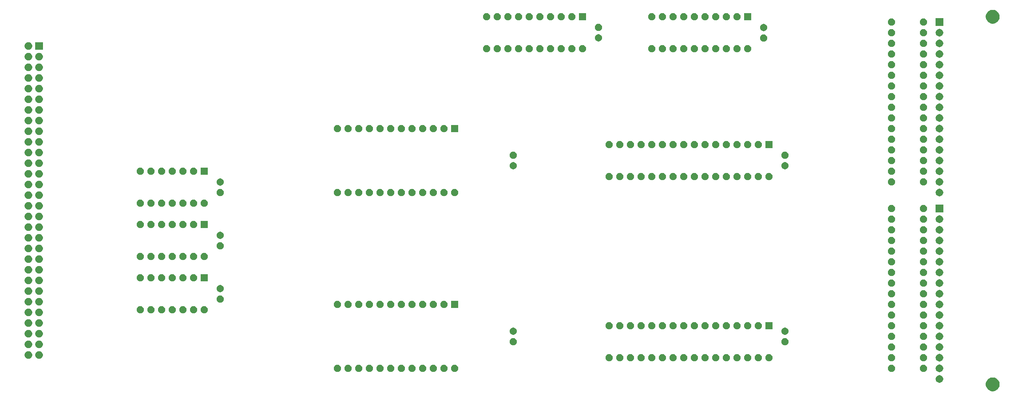
<source format=gbr>
G04 #@! TF.GenerationSoftware,KiCad,Pcbnew,5.1.5+dfsg1-2build2*
G04 #@! TF.CreationDate,2021-02-11T10:57:50+00:00*
G04 #@! TF.ProjectId,memory,6d656d6f-7279-42e6-9b69-6361645f7063,rev?*
G04 #@! TF.SameCoordinates,Original*
G04 #@! TF.FileFunction,Soldermask,Top*
G04 #@! TF.FilePolarity,Negative*
%FSLAX46Y46*%
G04 Gerber Fmt 4.6, Leading zero omitted, Abs format (unit mm)*
G04 Created by KiCad (PCBNEW 5.1.5+dfsg1-2build2) date 2021-02-11 10:57:50*
%MOMM*%
%LPD*%
G04 APERTURE LIST*
%ADD10C,0.100000*%
G04 APERTURE END LIST*
D10*
G36*
X256915256Y-134281298D02*
G01*
X257021579Y-134302447D01*
X257322042Y-134426903D01*
X257592451Y-134607585D01*
X257822415Y-134837549D01*
X258003097Y-135107958D01*
X258127553Y-135408421D01*
X258191000Y-135727391D01*
X258191000Y-136052609D01*
X258127553Y-136371579D01*
X258003097Y-136672042D01*
X257822415Y-136942451D01*
X257592451Y-137172415D01*
X257322042Y-137353097D01*
X257021579Y-137477553D01*
X256915256Y-137498702D01*
X256702611Y-137541000D01*
X256377389Y-137541000D01*
X256164744Y-137498702D01*
X256058421Y-137477553D01*
X255757958Y-137353097D01*
X255487549Y-137172415D01*
X255257585Y-136942451D01*
X255076903Y-136672042D01*
X254952447Y-136371579D01*
X254889000Y-136052609D01*
X254889000Y-135727391D01*
X254952447Y-135408421D01*
X255076903Y-135107958D01*
X255257585Y-134837549D01*
X255487549Y-134607585D01*
X255757958Y-134426903D01*
X256058421Y-134302447D01*
X256164744Y-134281298D01*
X256377389Y-134239000D01*
X256702611Y-134239000D01*
X256915256Y-134281298D01*
G37*
G36*
X243953512Y-133723927D02*
G01*
X244102812Y-133753624D01*
X244266784Y-133821544D01*
X244414354Y-133920147D01*
X244539853Y-134045646D01*
X244638456Y-134193216D01*
X244706376Y-134357188D01*
X244741000Y-134531259D01*
X244741000Y-134708741D01*
X244706376Y-134882812D01*
X244638456Y-135046784D01*
X244539853Y-135194354D01*
X244414354Y-135319853D01*
X244266784Y-135418456D01*
X244102812Y-135486376D01*
X243953512Y-135516073D01*
X243928742Y-135521000D01*
X243751258Y-135521000D01*
X243726488Y-135516073D01*
X243577188Y-135486376D01*
X243413216Y-135418456D01*
X243265646Y-135319853D01*
X243140147Y-135194354D01*
X243041544Y-135046784D01*
X242973624Y-134882812D01*
X242939000Y-134708741D01*
X242939000Y-134531259D01*
X242973624Y-134357188D01*
X243041544Y-134193216D01*
X243140147Y-134045646D01*
X243265646Y-133920147D01*
X243413216Y-133821544D01*
X243577188Y-133753624D01*
X243726488Y-133723927D01*
X243751258Y-133719000D01*
X243928742Y-133719000D01*
X243953512Y-133723927D01*
G37*
G36*
X243953512Y-131183927D02*
G01*
X244102812Y-131213624D01*
X244266784Y-131281544D01*
X244414354Y-131380147D01*
X244539853Y-131505646D01*
X244638456Y-131653216D01*
X244706376Y-131817188D01*
X244741000Y-131991259D01*
X244741000Y-132168741D01*
X244706376Y-132342812D01*
X244638456Y-132506784D01*
X244539853Y-132654354D01*
X244414354Y-132779853D01*
X244266784Y-132878456D01*
X244102812Y-132946376D01*
X243953512Y-132976073D01*
X243928742Y-132981000D01*
X243751258Y-132981000D01*
X243726488Y-132976073D01*
X243577188Y-132946376D01*
X243413216Y-132878456D01*
X243265646Y-132779853D01*
X243140147Y-132654354D01*
X243041544Y-132506784D01*
X242973624Y-132342812D01*
X242939000Y-132168741D01*
X242939000Y-131991259D01*
X242973624Y-131817188D01*
X243041544Y-131653216D01*
X243140147Y-131505646D01*
X243265646Y-131380147D01*
X243413216Y-131281544D01*
X243577188Y-131213624D01*
X243726488Y-131183927D01*
X243751258Y-131179000D01*
X243928742Y-131179000D01*
X243953512Y-131183927D01*
G37*
G36*
X100578228Y-131261703D02*
G01*
X100733100Y-131325853D01*
X100872481Y-131418985D01*
X100991015Y-131537519D01*
X101084147Y-131676900D01*
X101148297Y-131831772D01*
X101181000Y-131996184D01*
X101181000Y-132163816D01*
X101148297Y-132328228D01*
X101084147Y-132483100D01*
X100991015Y-132622481D01*
X100872481Y-132741015D01*
X100733100Y-132834147D01*
X100578228Y-132898297D01*
X100413816Y-132931000D01*
X100246184Y-132931000D01*
X100081772Y-132898297D01*
X99926900Y-132834147D01*
X99787519Y-132741015D01*
X99668985Y-132622481D01*
X99575853Y-132483100D01*
X99511703Y-132328228D01*
X99479000Y-132163816D01*
X99479000Y-131996184D01*
X99511703Y-131831772D01*
X99575853Y-131676900D01*
X99668985Y-131537519D01*
X99787519Y-131418985D01*
X99926900Y-131325853D01*
X100081772Y-131261703D01*
X100246184Y-131229000D01*
X100413816Y-131229000D01*
X100578228Y-131261703D01*
G37*
G36*
X240278228Y-131261703D02*
G01*
X240433100Y-131325853D01*
X240572481Y-131418985D01*
X240691015Y-131537519D01*
X240784147Y-131676900D01*
X240848297Y-131831772D01*
X240881000Y-131996184D01*
X240881000Y-132163816D01*
X240848297Y-132328228D01*
X240784147Y-132483100D01*
X240691015Y-132622481D01*
X240572481Y-132741015D01*
X240433100Y-132834147D01*
X240278228Y-132898297D01*
X240113816Y-132931000D01*
X239946184Y-132931000D01*
X239781772Y-132898297D01*
X239626900Y-132834147D01*
X239487519Y-132741015D01*
X239368985Y-132622481D01*
X239275853Y-132483100D01*
X239211703Y-132328228D01*
X239179000Y-132163816D01*
X239179000Y-131996184D01*
X239211703Y-131831772D01*
X239275853Y-131676900D01*
X239368985Y-131537519D01*
X239487519Y-131418985D01*
X239626900Y-131325853D01*
X239781772Y-131261703D01*
X239946184Y-131229000D01*
X240113816Y-131229000D01*
X240278228Y-131261703D01*
G37*
G36*
X232658228Y-131261703D02*
G01*
X232813100Y-131325853D01*
X232952481Y-131418985D01*
X233071015Y-131537519D01*
X233164147Y-131676900D01*
X233228297Y-131831772D01*
X233261000Y-131996184D01*
X233261000Y-132163816D01*
X233228297Y-132328228D01*
X233164147Y-132483100D01*
X233071015Y-132622481D01*
X232952481Y-132741015D01*
X232813100Y-132834147D01*
X232658228Y-132898297D01*
X232493816Y-132931000D01*
X232326184Y-132931000D01*
X232161772Y-132898297D01*
X232006900Y-132834147D01*
X231867519Y-132741015D01*
X231748985Y-132622481D01*
X231655853Y-132483100D01*
X231591703Y-132328228D01*
X231559000Y-132163816D01*
X231559000Y-131996184D01*
X231591703Y-131831772D01*
X231655853Y-131676900D01*
X231748985Y-131537519D01*
X231867519Y-131418985D01*
X232006900Y-131325853D01*
X232161772Y-131261703D01*
X232326184Y-131229000D01*
X232493816Y-131229000D01*
X232658228Y-131261703D01*
G37*
G36*
X125978228Y-131261703D02*
G01*
X126133100Y-131325853D01*
X126272481Y-131418985D01*
X126391015Y-131537519D01*
X126484147Y-131676900D01*
X126548297Y-131831772D01*
X126581000Y-131996184D01*
X126581000Y-132163816D01*
X126548297Y-132328228D01*
X126484147Y-132483100D01*
X126391015Y-132622481D01*
X126272481Y-132741015D01*
X126133100Y-132834147D01*
X125978228Y-132898297D01*
X125813816Y-132931000D01*
X125646184Y-132931000D01*
X125481772Y-132898297D01*
X125326900Y-132834147D01*
X125187519Y-132741015D01*
X125068985Y-132622481D01*
X124975853Y-132483100D01*
X124911703Y-132328228D01*
X124879000Y-132163816D01*
X124879000Y-131996184D01*
X124911703Y-131831772D01*
X124975853Y-131676900D01*
X125068985Y-131537519D01*
X125187519Y-131418985D01*
X125326900Y-131325853D01*
X125481772Y-131261703D01*
X125646184Y-131229000D01*
X125813816Y-131229000D01*
X125978228Y-131261703D01*
G37*
G36*
X123438228Y-131261703D02*
G01*
X123593100Y-131325853D01*
X123732481Y-131418985D01*
X123851015Y-131537519D01*
X123944147Y-131676900D01*
X124008297Y-131831772D01*
X124041000Y-131996184D01*
X124041000Y-132163816D01*
X124008297Y-132328228D01*
X123944147Y-132483100D01*
X123851015Y-132622481D01*
X123732481Y-132741015D01*
X123593100Y-132834147D01*
X123438228Y-132898297D01*
X123273816Y-132931000D01*
X123106184Y-132931000D01*
X122941772Y-132898297D01*
X122786900Y-132834147D01*
X122647519Y-132741015D01*
X122528985Y-132622481D01*
X122435853Y-132483100D01*
X122371703Y-132328228D01*
X122339000Y-132163816D01*
X122339000Y-131996184D01*
X122371703Y-131831772D01*
X122435853Y-131676900D01*
X122528985Y-131537519D01*
X122647519Y-131418985D01*
X122786900Y-131325853D01*
X122941772Y-131261703D01*
X123106184Y-131229000D01*
X123273816Y-131229000D01*
X123438228Y-131261703D01*
G37*
G36*
X120898228Y-131261703D02*
G01*
X121053100Y-131325853D01*
X121192481Y-131418985D01*
X121311015Y-131537519D01*
X121404147Y-131676900D01*
X121468297Y-131831772D01*
X121501000Y-131996184D01*
X121501000Y-132163816D01*
X121468297Y-132328228D01*
X121404147Y-132483100D01*
X121311015Y-132622481D01*
X121192481Y-132741015D01*
X121053100Y-132834147D01*
X120898228Y-132898297D01*
X120733816Y-132931000D01*
X120566184Y-132931000D01*
X120401772Y-132898297D01*
X120246900Y-132834147D01*
X120107519Y-132741015D01*
X119988985Y-132622481D01*
X119895853Y-132483100D01*
X119831703Y-132328228D01*
X119799000Y-132163816D01*
X119799000Y-131996184D01*
X119831703Y-131831772D01*
X119895853Y-131676900D01*
X119988985Y-131537519D01*
X120107519Y-131418985D01*
X120246900Y-131325853D01*
X120401772Y-131261703D01*
X120566184Y-131229000D01*
X120733816Y-131229000D01*
X120898228Y-131261703D01*
G37*
G36*
X118358228Y-131261703D02*
G01*
X118513100Y-131325853D01*
X118652481Y-131418985D01*
X118771015Y-131537519D01*
X118864147Y-131676900D01*
X118928297Y-131831772D01*
X118961000Y-131996184D01*
X118961000Y-132163816D01*
X118928297Y-132328228D01*
X118864147Y-132483100D01*
X118771015Y-132622481D01*
X118652481Y-132741015D01*
X118513100Y-132834147D01*
X118358228Y-132898297D01*
X118193816Y-132931000D01*
X118026184Y-132931000D01*
X117861772Y-132898297D01*
X117706900Y-132834147D01*
X117567519Y-132741015D01*
X117448985Y-132622481D01*
X117355853Y-132483100D01*
X117291703Y-132328228D01*
X117259000Y-132163816D01*
X117259000Y-131996184D01*
X117291703Y-131831772D01*
X117355853Y-131676900D01*
X117448985Y-131537519D01*
X117567519Y-131418985D01*
X117706900Y-131325853D01*
X117861772Y-131261703D01*
X118026184Y-131229000D01*
X118193816Y-131229000D01*
X118358228Y-131261703D01*
G37*
G36*
X113278228Y-131261703D02*
G01*
X113433100Y-131325853D01*
X113572481Y-131418985D01*
X113691015Y-131537519D01*
X113784147Y-131676900D01*
X113848297Y-131831772D01*
X113881000Y-131996184D01*
X113881000Y-132163816D01*
X113848297Y-132328228D01*
X113784147Y-132483100D01*
X113691015Y-132622481D01*
X113572481Y-132741015D01*
X113433100Y-132834147D01*
X113278228Y-132898297D01*
X113113816Y-132931000D01*
X112946184Y-132931000D01*
X112781772Y-132898297D01*
X112626900Y-132834147D01*
X112487519Y-132741015D01*
X112368985Y-132622481D01*
X112275853Y-132483100D01*
X112211703Y-132328228D01*
X112179000Y-132163816D01*
X112179000Y-131996184D01*
X112211703Y-131831772D01*
X112275853Y-131676900D01*
X112368985Y-131537519D01*
X112487519Y-131418985D01*
X112626900Y-131325853D01*
X112781772Y-131261703D01*
X112946184Y-131229000D01*
X113113816Y-131229000D01*
X113278228Y-131261703D01*
G37*
G36*
X110738228Y-131261703D02*
G01*
X110893100Y-131325853D01*
X111032481Y-131418985D01*
X111151015Y-131537519D01*
X111244147Y-131676900D01*
X111308297Y-131831772D01*
X111341000Y-131996184D01*
X111341000Y-132163816D01*
X111308297Y-132328228D01*
X111244147Y-132483100D01*
X111151015Y-132622481D01*
X111032481Y-132741015D01*
X110893100Y-132834147D01*
X110738228Y-132898297D01*
X110573816Y-132931000D01*
X110406184Y-132931000D01*
X110241772Y-132898297D01*
X110086900Y-132834147D01*
X109947519Y-132741015D01*
X109828985Y-132622481D01*
X109735853Y-132483100D01*
X109671703Y-132328228D01*
X109639000Y-132163816D01*
X109639000Y-131996184D01*
X109671703Y-131831772D01*
X109735853Y-131676900D01*
X109828985Y-131537519D01*
X109947519Y-131418985D01*
X110086900Y-131325853D01*
X110241772Y-131261703D01*
X110406184Y-131229000D01*
X110573816Y-131229000D01*
X110738228Y-131261703D01*
G37*
G36*
X108198228Y-131261703D02*
G01*
X108353100Y-131325853D01*
X108492481Y-131418985D01*
X108611015Y-131537519D01*
X108704147Y-131676900D01*
X108768297Y-131831772D01*
X108801000Y-131996184D01*
X108801000Y-132163816D01*
X108768297Y-132328228D01*
X108704147Y-132483100D01*
X108611015Y-132622481D01*
X108492481Y-132741015D01*
X108353100Y-132834147D01*
X108198228Y-132898297D01*
X108033816Y-132931000D01*
X107866184Y-132931000D01*
X107701772Y-132898297D01*
X107546900Y-132834147D01*
X107407519Y-132741015D01*
X107288985Y-132622481D01*
X107195853Y-132483100D01*
X107131703Y-132328228D01*
X107099000Y-132163816D01*
X107099000Y-131996184D01*
X107131703Y-131831772D01*
X107195853Y-131676900D01*
X107288985Y-131537519D01*
X107407519Y-131418985D01*
X107546900Y-131325853D01*
X107701772Y-131261703D01*
X107866184Y-131229000D01*
X108033816Y-131229000D01*
X108198228Y-131261703D01*
G37*
G36*
X105658228Y-131261703D02*
G01*
X105813100Y-131325853D01*
X105952481Y-131418985D01*
X106071015Y-131537519D01*
X106164147Y-131676900D01*
X106228297Y-131831772D01*
X106261000Y-131996184D01*
X106261000Y-132163816D01*
X106228297Y-132328228D01*
X106164147Y-132483100D01*
X106071015Y-132622481D01*
X105952481Y-132741015D01*
X105813100Y-132834147D01*
X105658228Y-132898297D01*
X105493816Y-132931000D01*
X105326184Y-132931000D01*
X105161772Y-132898297D01*
X105006900Y-132834147D01*
X104867519Y-132741015D01*
X104748985Y-132622481D01*
X104655853Y-132483100D01*
X104591703Y-132328228D01*
X104559000Y-132163816D01*
X104559000Y-131996184D01*
X104591703Y-131831772D01*
X104655853Y-131676900D01*
X104748985Y-131537519D01*
X104867519Y-131418985D01*
X105006900Y-131325853D01*
X105161772Y-131261703D01*
X105326184Y-131229000D01*
X105493816Y-131229000D01*
X105658228Y-131261703D01*
G37*
G36*
X103118228Y-131261703D02*
G01*
X103273100Y-131325853D01*
X103412481Y-131418985D01*
X103531015Y-131537519D01*
X103624147Y-131676900D01*
X103688297Y-131831772D01*
X103721000Y-131996184D01*
X103721000Y-132163816D01*
X103688297Y-132328228D01*
X103624147Y-132483100D01*
X103531015Y-132622481D01*
X103412481Y-132741015D01*
X103273100Y-132834147D01*
X103118228Y-132898297D01*
X102953816Y-132931000D01*
X102786184Y-132931000D01*
X102621772Y-132898297D01*
X102466900Y-132834147D01*
X102327519Y-132741015D01*
X102208985Y-132622481D01*
X102115853Y-132483100D01*
X102051703Y-132328228D01*
X102019000Y-132163816D01*
X102019000Y-131996184D01*
X102051703Y-131831772D01*
X102115853Y-131676900D01*
X102208985Y-131537519D01*
X102327519Y-131418985D01*
X102466900Y-131325853D01*
X102621772Y-131261703D01*
X102786184Y-131229000D01*
X102953816Y-131229000D01*
X103118228Y-131261703D01*
G37*
G36*
X128518228Y-131261703D02*
G01*
X128673100Y-131325853D01*
X128812481Y-131418985D01*
X128931015Y-131537519D01*
X129024147Y-131676900D01*
X129088297Y-131831772D01*
X129121000Y-131996184D01*
X129121000Y-132163816D01*
X129088297Y-132328228D01*
X129024147Y-132483100D01*
X128931015Y-132622481D01*
X128812481Y-132741015D01*
X128673100Y-132834147D01*
X128518228Y-132898297D01*
X128353816Y-132931000D01*
X128186184Y-132931000D01*
X128021772Y-132898297D01*
X127866900Y-132834147D01*
X127727519Y-132741015D01*
X127608985Y-132622481D01*
X127515853Y-132483100D01*
X127451703Y-132328228D01*
X127419000Y-132163816D01*
X127419000Y-131996184D01*
X127451703Y-131831772D01*
X127515853Y-131676900D01*
X127608985Y-131537519D01*
X127727519Y-131418985D01*
X127866900Y-131325853D01*
X128021772Y-131261703D01*
X128186184Y-131229000D01*
X128353816Y-131229000D01*
X128518228Y-131261703D01*
G37*
G36*
X115818228Y-131261703D02*
G01*
X115973100Y-131325853D01*
X116112481Y-131418985D01*
X116231015Y-131537519D01*
X116324147Y-131676900D01*
X116388297Y-131831772D01*
X116421000Y-131996184D01*
X116421000Y-132163816D01*
X116388297Y-132328228D01*
X116324147Y-132483100D01*
X116231015Y-132622481D01*
X116112481Y-132741015D01*
X115973100Y-132834147D01*
X115818228Y-132898297D01*
X115653816Y-132931000D01*
X115486184Y-132931000D01*
X115321772Y-132898297D01*
X115166900Y-132834147D01*
X115027519Y-132741015D01*
X114908985Y-132622481D01*
X114815853Y-132483100D01*
X114751703Y-132328228D01*
X114719000Y-132163816D01*
X114719000Y-131996184D01*
X114751703Y-131831772D01*
X114815853Y-131676900D01*
X114908985Y-131537519D01*
X115027519Y-131418985D01*
X115166900Y-131325853D01*
X115321772Y-131261703D01*
X115486184Y-131229000D01*
X115653816Y-131229000D01*
X115818228Y-131261703D01*
G37*
G36*
X243944769Y-128642188D02*
G01*
X244102812Y-128673624D01*
X244266784Y-128741544D01*
X244414354Y-128840147D01*
X244539853Y-128965646D01*
X244638456Y-129113216D01*
X244706376Y-129277188D01*
X244741000Y-129451259D01*
X244741000Y-129628741D01*
X244706376Y-129802812D01*
X244638456Y-129966784D01*
X244539853Y-130114354D01*
X244414354Y-130239853D01*
X244266784Y-130338456D01*
X244102812Y-130406376D01*
X243953512Y-130436073D01*
X243928742Y-130441000D01*
X243751258Y-130441000D01*
X243726488Y-130436073D01*
X243577188Y-130406376D01*
X243413216Y-130338456D01*
X243265646Y-130239853D01*
X243140147Y-130114354D01*
X243041544Y-129966784D01*
X242973624Y-129802812D01*
X242939000Y-129628741D01*
X242939000Y-129451259D01*
X242973624Y-129277188D01*
X243041544Y-129113216D01*
X243140147Y-128965646D01*
X243265646Y-128840147D01*
X243413216Y-128741544D01*
X243577188Y-128673624D01*
X243735231Y-128642188D01*
X243751258Y-128639000D01*
X243928742Y-128639000D01*
X243944769Y-128642188D01*
G37*
G36*
X240278228Y-128721703D02*
G01*
X240433100Y-128785853D01*
X240572481Y-128878985D01*
X240691015Y-128997519D01*
X240784147Y-129136900D01*
X240848297Y-129291772D01*
X240881000Y-129456184D01*
X240881000Y-129623816D01*
X240848297Y-129788228D01*
X240784147Y-129943100D01*
X240691015Y-130082481D01*
X240572481Y-130201015D01*
X240433100Y-130294147D01*
X240278228Y-130358297D01*
X240113816Y-130391000D01*
X239946184Y-130391000D01*
X239781772Y-130358297D01*
X239626900Y-130294147D01*
X239487519Y-130201015D01*
X239368985Y-130082481D01*
X239275853Y-129943100D01*
X239211703Y-129788228D01*
X239179000Y-129623816D01*
X239179000Y-129456184D01*
X239211703Y-129291772D01*
X239275853Y-129136900D01*
X239368985Y-128997519D01*
X239487519Y-128878985D01*
X239626900Y-128785853D01*
X239781772Y-128721703D01*
X239946184Y-128689000D01*
X240113816Y-128689000D01*
X240278228Y-128721703D01*
G37*
G36*
X178048228Y-128721703D02*
G01*
X178203100Y-128785853D01*
X178342481Y-128878985D01*
X178461015Y-128997519D01*
X178554147Y-129136900D01*
X178618297Y-129291772D01*
X178651000Y-129456184D01*
X178651000Y-129623816D01*
X178618297Y-129788228D01*
X178554147Y-129943100D01*
X178461015Y-130082481D01*
X178342481Y-130201015D01*
X178203100Y-130294147D01*
X178048228Y-130358297D01*
X177883816Y-130391000D01*
X177716184Y-130391000D01*
X177551772Y-130358297D01*
X177396900Y-130294147D01*
X177257519Y-130201015D01*
X177138985Y-130082481D01*
X177045853Y-129943100D01*
X176981703Y-129788228D01*
X176949000Y-129623816D01*
X176949000Y-129456184D01*
X176981703Y-129291772D01*
X177045853Y-129136900D01*
X177138985Y-128997519D01*
X177257519Y-128878985D01*
X177396900Y-128785853D01*
X177551772Y-128721703D01*
X177716184Y-128689000D01*
X177883816Y-128689000D01*
X178048228Y-128721703D01*
G37*
G36*
X190748228Y-128721703D02*
G01*
X190903100Y-128785853D01*
X191042481Y-128878985D01*
X191161015Y-128997519D01*
X191254147Y-129136900D01*
X191318297Y-129291772D01*
X191351000Y-129456184D01*
X191351000Y-129623816D01*
X191318297Y-129788228D01*
X191254147Y-129943100D01*
X191161015Y-130082481D01*
X191042481Y-130201015D01*
X190903100Y-130294147D01*
X190748228Y-130358297D01*
X190583816Y-130391000D01*
X190416184Y-130391000D01*
X190251772Y-130358297D01*
X190096900Y-130294147D01*
X189957519Y-130201015D01*
X189838985Y-130082481D01*
X189745853Y-129943100D01*
X189681703Y-129788228D01*
X189649000Y-129623816D01*
X189649000Y-129456184D01*
X189681703Y-129291772D01*
X189745853Y-129136900D01*
X189838985Y-128997519D01*
X189957519Y-128878985D01*
X190096900Y-128785853D01*
X190251772Y-128721703D01*
X190416184Y-128689000D01*
X190583816Y-128689000D01*
X190748228Y-128721703D01*
G37*
G36*
X175508228Y-128721703D02*
G01*
X175663100Y-128785853D01*
X175802481Y-128878985D01*
X175921015Y-128997519D01*
X176014147Y-129136900D01*
X176078297Y-129291772D01*
X176111000Y-129456184D01*
X176111000Y-129623816D01*
X176078297Y-129788228D01*
X176014147Y-129943100D01*
X175921015Y-130082481D01*
X175802481Y-130201015D01*
X175663100Y-130294147D01*
X175508228Y-130358297D01*
X175343816Y-130391000D01*
X175176184Y-130391000D01*
X175011772Y-130358297D01*
X174856900Y-130294147D01*
X174717519Y-130201015D01*
X174598985Y-130082481D01*
X174505853Y-129943100D01*
X174441703Y-129788228D01*
X174409000Y-129623816D01*
X174409000Y-129456184D01*
X174441703Y-129291772D01*
X174505853Y-129136900D01*
X174598985Y-128997519D01*
X174717519Y-128878985D01*
X174856900Y-128785853D01*
X175011772Y-128721703D01*
X175176184Y-128689000D01*
X175343816Y-128689000D01*
X175508228Y-128721703D01*
G37*
G36*
X172968228Y-128721703D02*
G01*
X173123100Y-128785853D01*
X173262481Y-128878985D01*
X173381015Y-128997519D01*
X173474147Y-129136900D01*
X173538297Y-129291772D01*
X173571000Y-129456184D01*
X173571000Y-129623816D01*
X173538297Y-129788228D01*
X173474147Y-129943100D01*
X173381015Y-130082481D01*
X173262481Y-130201015D01*
X173123100Y-130294147D01*
X172968228Y-130358297D01*
X172803816Y-130391000D01*
X172636184Y-130391000D01*
X172471772Y-130358297D01*
X172316900Y-130294147D01*
X172177519Y-130201015D01*
X172058985Y-130082481D01*
X171965853Y-129943100D01*
X171901703Y-129788228D01*
X171869000Y-129623816D01*
X171869000Y-129456184D01*
X171901703Y-129291772D01*
X171965853Y-129136900D01*
X172058985Y-128997519D01*
X172177519Y-128878985D01*
X172316900Y-128785853D01*
X172471772Y-128721703D01*
X172636184Y-128689000D01*
X172803816Y-128689000D01*
X172968228Y-128721703D01*
G37*
G36*
X170428228Y-128721703D02*
G01*
X170583100Y-128785853D01*
X170722481Y-128878985D01*
X170841015Y-128997519D01*
X170934147Y-129136900D01*
X170998297Y-129291772D01*
X171031000Y-129456184D01*
X171031000Y-129623816D01*
X170998297Y-129788228D01*
X170934147Y-129943100D01*
X170841015Y-130082481D01*
X170722481Y-130201015D01*
X170583100Y-130294147D01*
X170428228Y-130358297D01*
X170263816Y-130391000D01*
X170096184Y-130391000D01*
X169931772Y-130358297D01*
X169776900Y-130294147D01*
X169637519Y-130201015D01*
X169518985Y-130082481D01*
X169425853Y-129943100D01*
X169361703Y-129788228D01*
X169329000Y-129623816D01*
X169329000Y-129456184D01*
X169361703Y-129291772D01*
X169425853Y-129136900D01*
X169518985Y-128997519D01*
X169637519Y-128878985D01*
X169776900Y-128785853D01*
X169931772Y-128721703D01*
X170096184Y-128689000D01*
X170263816Y-128689000D01*
X170428228Y-128721703D01*
G37*
G36*
X167888228Y-128721703D02*
G01*
X168043100Y-128785853D01*
X168182481Y-128878985D01*
X168301015Y-128997519D01*
X168394147Y-129136900D01*
X168458297Y-129291772D01*
X168491000Y-129456184D01*
X168491000Y-129623816D01*
X168458297Y-129788228D01*
X168394147Y-129943100D01*
X168301015Y-130082481D01*
X168182481Y-130201015D01*
X168043100Y-130294147D01*
X167888228Y-130358297D01*
X167723816Y-130391000D01*
X167556184Y-130391000D01*
X167391772Y-130358297D01*
X167236900Y-130294147D01*
X167097519Y-130201015D01*
X166978985Y-130082481D01*
X166885853Y-129943100D01*
X166821703Y-129788228D01*
X166789000Y-129623816D01*
X166789000Y-129456184D01*
X166821703Y-129291772D01*
X166885853Y-129136900D01*
X166978985Y-128997519D01*
X167097519Y-128878985D01*
X167236900Y-128785853D01*
X167391772Y-128721703D01*
X167556184Y-128689000D01*
X167723816Y-128689000D01*
X167888228Y-128721703D01*
G37*
G36*
X165348228Y-128721703D02*
G01*
X165503100Y-128785853D01*
X165642481Y-128878985D01*
X165761015Y-128997519D01*
X165854147Y-129136900D01*
X165918297Y-129291772D01*
X165951000Y-129456184D01*
X165951000Y-129623816D01*
X165918297Y-129788228D01*
X165854147Y-129943100D01*
X165761015Y-130082481D01*
X165642481Y-130201015D01*
X165503100Y-130294147D01*
X165348228Y-130358297D01*
X165183816Y-130391000D01*
X165016184Y-130391000D01*
X164851772Y-130358297D01*
X164696900Y-130294147D01*
X164557519Y-130201015D01*
X164438985Y-130082481D01*
X164345853Y-129943100D01*
X164281703Y-129788228D01*
X164249000Y-129623816D01*
X164249000Y-129456184D01*
X164281703Y-129291772D01*
X164345853Y-129136900D01*
X164438985Y-128997519D01*
X164557519Y-128878985D01*
X164696900Y-128785853D01*
X164851772Y-128721703D01*
X165016184Y-128689000D01*
X165183816Y-128689000D01*
X165348228Y-128721703D01*
G37*
G36*
X232658228Y-128721703D02*
G01*
X232813100Y-128785853D01*
X232952481Y-128878985D01*
X233071015Y-128997519D01*
X233164147Y-129136900D01*
X233228297Y-129291772D01*
X233261000Y-129456184D01*
X233261000Y-129623816D01*
X233228297Y-129788228D01*
X233164147Y-129943100D01*
X233071015Y-130082481D01*
X232952481Y-130201015D01*
X232813100Y-130294147D01*
X232658228Y-130358297D01*
X232493816Y-130391000D01*
X232326184Y-130391000D01*
X232161772Y-130358297D01*
X232006900Y-130294147D01*
X231867519Y-130201015D01*
X231748985Y-130082481D01*
X231655853Y-129943100D01*
X231591703Y-129788228D01*
X231559000Y-129623816D01*
X231559000Y-129456184D01*
X231591703Y-129291772D01*
X231655853Y-129136900D01*
X231748985Y-128997519D01*
X231867519Y-128878985D01*
X232006900Y-128785853D01*
X232161772Y-128721703D01*
X232326184Y-128689000D01*
X232493816Y-128689000D01*
X232658228Y-128721703D01*
G37*
G36*
X185668228Y-128721703D02*
G01*
X185823100Y-128785853D01*
X185962481Y-128878985D01*
X186081015Y-128997519D01*
X186174147Y-129136900D01*
X186238297Y-129291772D01*
X186271000Y-129456184D01*
X186271000Y-129623816D01*
X186238297Y-129788228D01*
X186174147Y-129943100D01*
X186081015Y-130082481D01*
X185962481Y-130201015D01*
X185823100Y-130294147D01*
X185668228Y-130358297D01*
X185503816Y-130391000D01*
X185336184Y-130391000D01*
X185171772Y-130358297D01*
X185016900Y-130294147D01*
X184877519Y-130201015D01*
X184758985Y-130082481D01*
X184665853Y-129943100D01*
X184601703Y-129788228D01*
X184569000Y-129623816D01*
X184569000Y-129456184D01*
X184601703Y-129291772D01*
X184665853Y-129136900D01*
X184758985Y-128997519D01*
X184877519Y-128878985D01*
X185016900Y-128785853D01*
X185171772Y-128721703D01*
X185336184Y-128689000D01*
X185503816Y-128689000D01*
X185668228Y-128721703D01*
G37*
G36*
X188208228Y-128721703D02*
G01*
X188363100Y-128785853D01*
X188502481Y-128878985D01*
X188621015Y-128997519D01*
X188714147Y-129136900D01*
X188778297Y-129291772D01*
X188811000Y-129456184D01*
X188811000Y-129623816D01*
X188778297Y-129788228D01*
X188714147Y-129943100D01*
X188621015Y-130082481D01*
X188502481Y-130201015D01*
X188363100Y-130294147D01*
X188208228Y-130358297D01*
X188043816Y-130391000D01*
X187876184Y-130391000D01*
X187711772Y-130358297D01*
X187556900Y-130294147D01*
X187417519Y-130201015D01*
X187298985Y-130082481D01*
X187205853Y-129943100D01*
X187141703Y-129788228D01*
X187109000Y-129623816D01*
X187109000Y-129456184D01*
X187141703Y-129291772D01*
X187205853Y-129136900D01*
X187298985Y-128997519D01*
X187417519Y-128878985D01*
X187556900Y-128785853D01*
X187711772Y-128721703D01*
X187876184Y-128689000D01*
X188043816Y-128689000D01*
X188208228Y-128721703D01*
G37*
G36*
X193288228Y-128721703D02*
G01*
X193443100Y-128785853D01*
X193582481Y-128878985D01*
X193701015Y-128997519D01*
X193794147Y-129136900D01*
X193858297Y-129291772D01*
X193891000Y-129456184D01*
X193891000Y-129623816D01*
X193858297Y-129788228D01*
X193794147Y-129943100D01*
X193701015Y-130082481D01*
X193582481Y-130201015D01*
X193443100Y-130294147D01*
X193288228Y-130358297D01*
X193123816Y-130391000D01*
X192956184Y-130391000D01*
X192791772Y-130358297D01*
X192636900Y-130294147D01*
X192497519Y-130201015D01*
X192378985Y-130082481D01*
X192285853Y-129943100D01*
X192221703Y-129788228D01*
X192189000Y-129623816D01*
X192189000Y-129456184D01*
X192221703Y-129291772D01*
X192285853Y-129136900D01*
X192378985Y-128997519D01*
X192497519Y-128878985D01*
X192636900Y-128785853D01*
X192791772Y-128721703D01*
X192956184Y-128689000D01*
X193123816Y-128689000D01*
X193288228Y-128721703D01*
G37*
G36*
X195828228Y-128721703D02*
G01*
X195983100Y-128785853D01*
X196122481Y-128878985D01*
X196241015Y-128997519D01*
X196334147Y-129136900D01*
X196398297Y-129291772D01*
X196431000Y-129456184D01*
X196431000Y-129623816D01*
X196398297Y-129788228D01*
X196334147Y-129943100D01*
X196241015Y-130082481D01*
X196122481Y-130201015D01*
X195983100Y-130294147D01*
X195828228Y-130358297D01*
X195663816Y-130391000D01*
X195496184Y-130391000D01*
X195331772Y-130358297D01*
X195176900Y-130294147D01*
X195037519Y-130201015D01*
X194918985Y-130082481D01*
X194825853Y-129943100D01*
X194761703Y-129788228D01*
X194729000Y-129623816D01*
X194729000Y-129456184D01*
X194761703Y-129291772D01*
X194825853Y-129136900D01*
X194918985Y-128997519D01*
X195037519Y-128878985D01*
X195176900Y-128785853D01*
X195331772Y-128721703D01*
X195496184Y-128689000D01*
X195663816Y-128689000D01*
X195828228Y-128721703D01*
G37*
G36*
X198368228Y-128721703D02*
G01*
X198523100Y-128785853D01*
X198662481Y-128878985D01*
X198781015Y-128997519D01*
X198874147Y-129136900D01*
X198938297Y-129291772D01*
X198971000Y-129456184D01*
X198971000Y-129623816D01*
X198938297Y-129788228D01*
X198874147Y-129943100D01*
X198781015Y-130082481D01*
X198662481Y-130201015D01*
X198523100Y-130294147D01*
X198368228Y-130358297D01*
X198203816Y-130391000D01*
X198036184Y-130391000D01*
X197871772Y-130358297D01*
X197716900Y-130294147D01*
X197577519Y-130201015D01*
X197458985Y-130082481D01*
X197365853Y-129943100D01*
X197301703Y-129788228D01*
X197269000Y-129623816D01*
X197269000Y-129456184D01*
X197301703Y-129291772D01*
X197365853Y-129136900D01*
X197458985Y-128997519D01*
X197577519Y-128878985D01*
X197716900Y-128785853D01*
X197871772Y-128721703D01*
X198036184Y-128689000D01*
X198203816Y-128689000D01*
X198368228Y-128721703D01*
G37*
G36*
X200908228Y-128721703D02*
G01*
X201063100Y-128785853D01*
X201202481Y-128878985D01*
X201321015Y-128997519D01*
X201414147Y-129136900D01*
X201478297Y-129291772D01*
X201511000Y-129456184D01*
X201511000Y-129623816D01*
X201478297Y-129788228D01*
X201414147Y-129943100D01*
X201321015Y-130082481D01*
X201202481Y-130201015D01*
X201063100Y-130294147D01*
X200908228Y-130358297D01*
X200743816Y-130391000D01*
X200576184Y-130391000D01*
X200411772Y-130358297D01*
X200256900Y-130294147D01*
X200117519Y-130201015D01*
X199998985Y-130082481D01*
X199905853Y-129943100D01*
X199841703Y-129788228D01*
X199809000Y-129623816D01*
X199809000Y-129456184D01*
X199841703Y-129291772D01*
X199905853Y-129136900D01*
X199998985Y-128997519D01*
X200117519Y-128878985D01*
X200256900Y-128785853D01*
X200411772Y-128721703D01*
X200576184Y-128689000D01*
X200743816Y-128689000D01*
X200908228Y-128721703D01*
G37*
G36*
X203448228Y-128721703D02*
G01*
X203603100Y-128785853D01*
X203742481Y-128878985D01*
X203861015Y-128997519D01*
X203954147Y-129136900D01*
X204018297Y-129291772D01*
X204051000Y-129456184D01*
X204051000Y-129623816D01*
X204018297Y-129788228D01*
X203954147Y-129943100D01*
X203861015Y-130082481D01*
X203742481Y-130201015D01*
X203603100Y-130294147D01*
X203448228Y-130358297D01*
X203283816Y-130391000D01*
X203116184Y-130391000D01*
X202951772Y-130358297D01*
X202796900Y-130294147D01*
X202657519Y-130201015D01*
X202538985Y-130082481D01*
X202445853Y-129943100D01*
X202381703Y-129788228D01*
X202349000Y-129623816D01*
X202349000Y-129456184D01*
X202381703Y-129291772D01*
X202445853Y-129136900D01*
X202538985Y-128997519D01*
X202657519Y-128878985D01*
X202796900Y-128785853D01*
X202951772Y-128721703D01*
X203116184Y-128689000D01*
X203283816Y-128689000D01*
X203448228Y-128721703D01*
G37*
G36*
X180588228Y-128721703D02*
G01*
X180743100Y-128785853D01*
X180882481Y-128878985D01*
X181001015Y-128997519D01*
X181094147Y-129136900D01*
X181158297Y-129291772D01*
X181191000Y-129456184D01*
X181191000Y-129623816D01*
X181158297Y-129788228D01*
X181094147Y-129943100D01*
X181001015Y-130082481D01*
X180882481Y-130201015D01*
X180743100Y-130294147D01*
X180588228Y-130358297D01*
X180423816Y-130391000D01*
X180256184Y-130391000D01*
X180091772Y-130358297D01*
X179936900Y-130294147D01*
X179797519Y-130201015D01*
X179678985Y-130082481D01*
X179585853Y-129943100D01*
X179521703Y-129788228D01*
X179489000Y-129623816D01*
X179489000Y-129456184D01*
X179521703Y-129291772D01*
X179585853Y-129136900D01*
X179678985Y-128997519D01*
X179797519Y-128878985D01*
X179936900Y-128785853D01*
X180091772Y-128721703D01*
X180256184Y-128689000D01*
X180423816Y-128689000D01*
X180588228Y-128721703D01*
G37*
G36*
X183128228Y-128721703D02*
G01*
X183283100Y-128785853D01*
X183422481Y-128878985D01*
X183541015Y-128997519D01*
X183634147Y-129136900D01*
X183698297Y-129291772D01*
X183731000Y-129456184D01*
X183731000Y-129623816D01*
X183698297Y-129788228D01*
X183634147Y-129943100D01*
X183541015Y-130082481D01*
X183422481Y-130201015D01*
X183283100Y-130294147D01*
X183128228Y-130358297D01*
X182963816Y-130391000D01*
X182796184Y-130391000D01*
X182631772Y-130358297D01*
X182476900Y-130294147D01*
X182337519Y-130201015D01*
X182218985Y-130082481D01*
X182125853Y-129943100D01*
X182061703Y-129788228D01*
X182029000Y-129623816D01*
X182029000Y-129456184D01*
X182061703Y-129291772D01*
X182125853Y-129136900D01*
X182218985Y-128997519D01*
X182337519Y-128878985D01*
X182476900Y-128785853D01*
X182631772Y-128721703D01*
X182796184Y-128689000D01*
X182963816Y-128689000D01*
X183128228Y-128721703D01*
G37*
G36*
X29323512Y-128008927D02*
G01*
X29472812Y-128038624D01*
X29636784Y-128106544D01*
X29784354Y-128205147D01*
X29909853Y-128330646D01*
X30008456Y-128478216D01*
X30076376Y-128642188D01*
X30111000Y-128816259D01*
X30111000Y-128993741D01*
X30076376Y-129167812D01*
X30008456Y-129331784D01*
X29909853Y-129479354D01*
X29784354Y-129604853D01*
X29636784Y-129703456D01*
X29472812Y-129771376D01*
X29323512Y-129801073D01*
X29298742Y-129806000D01*
X29121258Y-129806000D01*
X29096488Y-129801073D01*
X28947188Y-129771376D01*
X28783216Y-129703456D01*
X28635646Y-129604853D01*
X28510147Y-129479354D01*
X28411544Y-129331784D01*
X28343624Y-129167812D01*
X28309000Y-128993741D01*
X28309000Y-128816259D01*
X28343624Y-128642188D01*
X28411544Y-128478216D01*
X28510147Y-128330646D01*
X28635646Y-128205147D01*
X28783216Y-128106544D01*
X28947188Y-128038624D01*
X29096488Y-128008927D01*
X29121258Y-128004000D01*
X29298742Y-128004000D01*
X29323512Y-128008927D01*
G37*
G36*
X26783512Y-128008927D02*
G01*
X26932812Y-128038624D01*
X27096784Y-128106544D01*
X27244354Y-128205147D01*
X27369853Y-128330646D01*
X27468456Y-128478216D01*
X27536376Y-128642188D01*
X27571000Y-128816259D01*
X27571000Y-128993741D01*
X27536376Y-129167812D01*
X27468456Y-129331784D01*
X27369853Y-129479354D01*
X27244354Y-129604853D01*
X27096784Y-129703456D01*
X26932812Y-129771376D01*
X26783512Y-129801073D01*
X26758742Y-129806000D01*
X26581258Y-129806000D01*
X26556488Y-129801073D01*
X26407188Y-129771376D01*
X26243216Y-129703456D01*
X26095646Y-129604853D01*
X25970147Y-129479354D01*
X25871544Y-129331784D01*
X25803624Y-129167812D01*
X25769000Y-128993741D01*
X25769000Y-128816259D01*
X25803624Y-128642188D01*
X25871544Y-128478216D01*
X25970147Y-128330646D01*
X26095646Y-128205147D01*
X26243216Y-128106544D01*
X26407188Y-128038624D01*
X26556488Y-128008927D01*
X26581258Y-128004000D01*
X26758742Y-128004000D01*
X26783512Y-128008927D01*
G37*
G36*
X243944769Y-126102188D02*
G01*
X244102812Y-126133624D01*
X244266784Y-126201544D01*
X244414354Y-126300147D01*
X244539853Y-126425646D01*
X244638456Y-126573216D01*
X244706376Y-126737188D01*
X244741000Y-126911259D01*
X244741000Y-127088741D01*
X244706376Y-127262812D01*
X244638456Y-127426784D01*
X244539853Y-127574354D01*
X244414354Y-127699853D01*
X244266784Y-127798456D01*
X244102812Y-127866376D01*
X243953512Y-127896073D01*
X243928742Y-127901000D01*
X243751258Y-127901000D01*
X243726488Y-127896073D01*
X243577188Y-127866376D01*
X243413216Y-127798456D01*
X243265646Y-127699853D01*
X243140147Y-127574354D01*
X243041544Y-127426784D01*
X242973624Y-127262812D01*
X242939000Y-127088741D01*
X242939000Y-126911259D01*
X242973624Y-126737188D01*
X243041544Y-126573216D01*
X243140147Y-126425646D01*
X243265646Y-126300147D01*
X243413216Y-126201544D01*
X243577188Y-126133624D01*
X243735231Y-126102188D01*
X243751258Y-126099000D01*
X243928742Y-126099000D01*
X243944769Y-126102188D01*
G37*
G36*
X232658228Y-126181703D02*
G01*
X232813100Y-126245853D01*
X232952481Y-126338985D01*
X233071015Y-126457519D01*
X233164147Y-126596900D01*
X233228297Y-126751772D01*
X233261000Y-126916184D01*
X233261000Y-127083816D01*
X233228297Y-127248228D01*
X233164147Y-127403100D01*
X233071015Y-127542481D01*
X232952481Y-127661015D01*
X232813100Y-127754147D01*
X232658228Y-127818297D01*
X232493816Y-127851000D01*
X232326184Y-127851000D01*
X232161772Y-127818297D01*
X232006900Y-127754147D01*
X231867519Y-127661015D01*
X231748985Y-127542481D01*
X231655853Y-127403100D01*
X231591703Y-127248228D01*
X231559000Y-127083816D01*
X231559000Y-126916184D01*
X231591703Y-126751772D01*
X231655853Y-126596900D01*
X231748985Y-126457519D01*
X231867519Y-126338985D01*
X232006900Y-126245853D01*
X232161772Y-126181703D01*
X232326184Y-126149000D01*
X232493816Y-126149000D01*
X232658228Y-126181703D01*
G37*
G36*
X240278228Y-126181703D02*
G01*
X240433100Y-126245853D01*
X240572481Y-126338985D01*
X240691015Y-126457519D01*
X240784147Y-126596900D01*
X240848297Y-126751772D01*
X240881000Y-126916184D01*
X240881000Y-127083816D01*
X240848297Y-127248228D01*
X240784147Y-127403100D01*
X240691015Y-127542481D01*
X240572481Y-127661015D01*
X240433100Y-127754147D01*
X240278228Y-127818297D01*
X240113816Y-127851000D01*
X239946184Y-127851000D01*
X239781772Y-127818297D01*
X239626900Y-127754147D01*
X239487519Y-127661015D01*
X239368985Y-127542481D01*
X239275853Y-127403100D01*
X239211703Y-127248228D01*
X239179000Y-127083816D01*
X239179000Y-126916184D01*
X239211703Y-126751772D01*
X239275853Y-126596900D01*
X239368985Y-126457519D01*
X239487519Y-126338985D01*
X239626900Y-126245853D01*
X239781772Y-126181703D01*
X239946184Y-126149000D01*
X240113816Y-126149000D01*
X240278228Y-126181703D01*
G37*
G36*
X29323512Y-125468927D02*
G01*
X29472812Y-125498624D01*
X29636784Y-125566544D01*
X29784354Y-125665147D01*
X29909853Y-125790646D01*
X30008456Y-125938216D01*
X30076376Y-126102188D01*
X30111000Y-126276259D01*
X30111000Y-126453741D01*
X30076376Y-126627812D01*
X30008456Y-126791784D01*
X29909853Y-126939354D01*
X29784354Y-127064853D01*
X29636784Y-127163456D01*
X29472812Y-127231376D01*
X29323512Y-127261073D01*
X29298742Y-127266000D01*
X29121258Y-127266000D01*
X29096488Y-127261073D01*
X28947188Y-127231376D01*
X28783216Y-127163456D01*
X28635646Y-127064853D01*
X28510147Y-126939354D01*
X28411544Y-126791784D01*
X28343624Y-126627812D01*
X28309000Y-126453741D01*
X28309000Y-126276259D01*
X28343624Y-126102188D01*
X28411544Y-125938216D01*
X28510147Y-125790646D01*
X28635646Y-125665147D01*
X28783216Y-125566544D01*
X28947188Y-125498624D01*
X29096488Y-125468927D01*
X29121258Y-125464000D01*
X29298742Y-125464000D01*
X29323512Y-125468927D01*
G37*
G36*
X26783512Y-125468927D02*
G01*
X26932812Y-125498624D01*
X27096784Y-125566544D01*
X27244354Y-125665147D01*
X27369853Y-125790646D01*
X27468456Y-125938216D01*
X27536376Y-126102188D01*
X27571000Y-126276259D01*
X27571000Y-126453741D01*
X27536376Y-126627812D01*
X27468456Y-126791784D01*
X27369853Y-126939354D01*
X27244354Y-127064853D01*
X27096784Y-127163456D01*
X26932812Y-127231376D01*
X26783512Y-127261073D01*
X26758742Y-127266000D01*
X26581258Y-127266000D01*
X26556488Y-127261073D01*
X26407188Y-127231376D01*
X26243216Y-127163456D01*
X26095646Y-127064853D01*
X25970147Y-126939354D01*
X25871544Y-126791784D01*
X25803624Y-126627812D01*
X25769000Y-126453741D01*
X25769000Y-126276259D01*
X25803624Y-126102188D01*
X25871544Y-125938216D01*
X25970147Y-125790646D01*
X26095646Y-125665147D01*
X26243216Y-125566544D01*
X26407188Y-125498624D01*
X26556488Y-125468927D01*
X26581258Y-125464000D01*
X26758742Y-125464000D01*
X26783512Y-125468927D01*
G37*
G36*
X207258228Y-124911703D02*
G01*
X207413100Y-124975853D01*
X207552481Y-125068985D01*
X207671015Y-125187519D01*
X207764147Y-125326900D01*
X207828297Y-125481772D01*
X207861000Y-125646184D01*
X207861000Y-125813816D01*
X207828297Y-125978228D01*
X207764147Y-126133100D01*
X207671015Y-126272481D01*
X207552481Y-126391015D01*
X207413100Y-126484147D01*
X207258228Y-126548297D01*
X207093816Y-126581000D01*
X206926184Y-126581000D01*
X206761772Y-126548297D01*
X206606900Y-126484147D01*
X206467519Y-126391015D01*
X206348985Y-126272481D01*
X206255853Y-126133100D01*
X206191703Y-125978228D01*
X206159000Y-125813816D01*
X206159000Y-125646184D01*
X206191703Y-125481772D01*
X206255853Y-125326900D01*
X206348985Y-125187519D01*
X206467519Y-125068985D01*
X206606900Y-124975853D01*
X206761772Y-124911703D01*
X206926184Y-124879000D01*
X207093816Y-124879000D01*
X207258228Y-124911703D01*
G37*
G36*
X142488228Y-124911703D02*
G01*
X142643100Y-124975853D01*
X142782481Y-125068985D01*
X142901015Y-125187519D01*
X142994147Y-125326900D01*
X143058297Y-125481772D01*
X143091000Y-125646184D01*
X143091000Y-125813816D01*
X143058297Y-125978228D01*
X142994147Y-126133100D01*
X142901015Y-126272481D01*
X142782481Y-126391015D01*
X142643100Y-126484147D01*
X142488228Y-126548297D01*
X142323816Y-126581000D01*
X142156184Y-126581000D01*
X141991772Y-126548297D01*
X141836900Y-126484147D01*
X141697519Y-126391015D01*
X141578985Y-126272481D01*
X141485853Y-126133100D01*
X141421703Y-125978228D01*
X141389000Y-125813816D01*
X141389000Y-125646184D01*
X141421703Y-125481772D01*
X141485853Y-125326900D01*
X141578985Y-125187519D01*
X141697519Y-125068985D01*
X141836900Y-124975853D01*
X141991772Y-124911703D01*
X142156184Y-124879000D01*
X142323816Y-124879000D01*
X142488228Y-124911703D01*
G37*
G36*
X243944769Y-123562188D02*
G01*
X244102812Y-123593624D01*
X244266784Y-123661544D01*
X244414354Y-123760147D01*
X244539853Y-123885646D01*
X244638456Y-124033216D01*
X244706376Y-124197188D01*
X244741000Y-124371259D01*
X244741000Y-124548741D01*
X244706376Y-124722812D01*
X244638456Y-124886784D01*
X244539853Y-125034354D01*
X244414354Y-125159853D01*
X244266784Y-125258456D01*
X244102812Y-125326376D01*
X243953512Y-125356073D01*
X243928742Y-125361000D01*
X243751258Y-125361000D01*
X243726488Y-125356073D01*
X243577188Y-125326376D01*
X243413216Y-125258456D01*
X243265646Y-125159853D01*
X243140147Y-125034354D01*
X243041544Y-124886784D01*
X242973624Y-124722812D01*
X242939000Y-124548741D01*
X242939000Y-124371259D01*
X242973624Y-124197188D01*
X243041544Y-124033216D01*
X243140147Y-123885646D01*
X243265646Y-123760147D01*
X243413216Y-123661544D01*
X243577188Y-123593624D01*
X243735231Y-123562188D01*
X243751258Y-123559000D01*
X243928742Y-123559000D01*
X243944769Y-123562188D01*
G37*
G36*
X232658228Y-123641703D02*
G01*
X232813100Y-123705853D01*
X232952481Y-123798985D01*
X233071015Y-123917519D01*
X233164147Y-124056900D01*
X233228297Y-124211772D01*
X233261000Y-124376184D01*
X233261000Y-124543816D01*
X233228297Y-124708228D01*
X233164147Y-124863100D01*
X233071015Y-125002481D01*
X232952481Y-125121015D01*
X232813100Y-125214147D01*
X232658228Y-125278297D01*
X232493816Y-125311000D01*
X232326184Y-125311000D01*
X232161772Y-125278297D01*
X232006900Y-125214147D01*
X231867519Y-125121015D01*
X231748985Y-125002481D01*
X231655853Y-124863100D01*
X231591703Y-124708228D01*
X231559000Y-124543816D01*
X231559000Y-124376184D01*
X231591703Y-124211772D01*
X231655853Y-124056900D01*
X231748985Y-123917519D01*
X231867519Y-123798985D01*
X232006900Y-123705853D01*
X232161772Y-123641703D01*
X232326184Y-123609000D01*
X232493816Y-123609000D01*
X232658228Y-123641703D01*
G37*
G36*
X240278228Y-123641703D02*
G01*
X240433100Y-123705853D01*
X240572481Y-123798985D01*
X240691015Y-123917519D01*
X240784147Y-124056900D01*
X240848297Y-124211772D01*
X240881000Y-124376184D01*
X240881000Y-124543816D01*
X240848297Y-124708228D01*
X240784147Y-124863100D01*
X240691015Y-125002481D01*
X240572481Y-125121015D01*
X240433100Y-125214147D01*
X240278228Y-125278297D01*
X240113816Y-125311000D01*
X239946184Y-125311000D01*
X239781772Y-125278297D01*
X239626900Y-125214147D01*
X239487519Y-125121015D01*
X239368985Y-125002481D01*
X239275853Y-124863100D01*
X239211703Y-124708228D01*
X239179000Y-124543816D01*
X239179000Y-124376184D01*
X239211703Y-124211772D01*
X239275853Y-124056900D01*
X239368985Y-123917519D01*
X239487519Y-123798985D01*
X239626900Y-123705853D01*
X239781772Y-123641703D01*
X239946184Y-123609000D01*
X240113816Y-123609000D01*
X240278228Y-123641703D01*
G37*
G36*
X29323512Y-122928927D02*
G01*
X29472812Y-122958624D01*
X29636784Y-123026544D01*
X29784354Y-123125147D01*
X29909853Y-123250646D01*
X30008456Y-123398216D01*
X30076376Y-123562188D01*
X30111000Y-123736259D01*
X30111000Y-123913741D01*
X30076376Y-124087812D01*
X30008456Y-124251784D01*
X29909853Y-124399354D01*
X29784354Y-124524853D01*
X29636784Y-124623456D01*
X29472812Y-124691376D01*
X29323512Y-124721073D01*
X29298742Y-124726000D01*
X29121258Y-124726000D01*
X29096488Y-124721073D01*
X28947188Y-124691376D01*
X28783216Y-124623456D01*
X28635646Y-124524853D01*
X28510147Y-124399354D01*
X28411544Y-124251784D01*
X28343624Y-124087812D01*
X28309000Y-123913741D01*
X28309000Y-123736259D01*
X28343624Y-123562188D01*
X28411544Y-123398216D01*
X28510147Y-123250646D01*
X28635646Y-123125147D01*
X28783216Y-123026544D01*
X28947188Y-122958624D01*
X29096488Y-122928927D01*
X29121258Y-122924000D01*
X29298742Y-122924000D01*
X29323512Y-122928927D01*
G37*
G36*
X26783512Y-122928927D02*
G01*
X26932812Y-122958624D01*
X27096784Y-123026544D01*
X27244354Y-123125147D01*
X27369853Y-123250646D01*
X27468456Y-123398216D01*
X27536376Y-123562188D01*
X27571000Y-123736259D01*
X27571000Y-123913741D01*
X27536376Y-124087812D01*
X27468456Y-124251784D01*
X27369853Y-124399354D01*
X27244354Y-124524853D01*
X27096784Y-124623456D01*
X26932812Y-124691376D01*
X26783512Y-124721073D01*
X26758742Y-124726000D01*
X26581258Y-124726000D01*
X26556488Y-124721073D01*
X26407188Y-124691376D01*
X26243216Y-124623456D01*
X26095646Y-124524853D01*
X25970147Y-124399354D01*
X25871544Y-124251784D01*
X25803624Y-124087812D01*
X25769000Y-123913741D01*
X25769000Y-123736259D01*
X25803624Y-123562188D01*
X25871544Y-123398216D01*
X25970147Y-123250646D01*
X26095646Y-123125147D01*
X26243216Y-123026544D01*
X26407188Y-122958624D01*
X26556488Y-122928927D01*
X26581258Y-122924000D01*
X26758742Y-122924000D01*
X26783512Y-122928927D01*
G37*
G36*
X207258228Y-122411703D02*
G01*
X207413100Y-122475853D01*
X207552481Y-122568985D01*
X207671015Y-122687519D01*
X207764147Y-122826900D01*
X207828297Y-122981772D01*
X207861000Y-123146184D01*
X207861000Y-123313816D01*
X207828297Y-123478228D01*
X207764147Y-123633100D01*
X207671015Y-123772481D01*
X207552481Y-123891015D01*
X207413100Y-123984147D01*
X207258228Y-124048297D01*
X207093816Y-124081000D01*
X206926184Y-124081000D01*
X206761772Y-124048297D01*
X206606900Y-123984147D01*
X206467519Y-123891015D01*
X206348985Y-123772481D01*
X206255853Y-123633100D01*
X206191703Y-123478228D01*
X206159000Y-123313816D01*
X206159000Y-123146184D01*
X206191703Y-122981772D01*
X206255853Y-122826900D01*
X206348985Y-122687519D01*
X206467519Y-122568985D01*
X206606900Y-122475853D01*
X206761772Y-122411703D01*
X206926184Y-122379000D01*
X207093816Y-122379000D01*
X207258228Y-122411703D01*
G37*
G36*
X142488228Y-122411703D02*
G01*
X142643100Y-122475853D01*
X142782481Y-122568985D01*
X142901015Y-122687519D01*
X142994147Y-122826900D01*
X143058297Y-122981772D01*
X143091000Y-123146184D01*
X143091000Y-123313816D01*
X143058297Y-123478228D01*
X142994147Y-123633100D01*
X142901015Y-123772481D01*
X142782481Y-123891015D01*
X142643100Y-123984147D01*
X142488228Y-124048297D01*
X142323816Y-124081000D01*
X142156184Y-124081000D01*
X141991772Y-124048297D01*
X141836900Y-123984147D01*
X141697519Y-123891015D01*
X141578985Y-123772481D01*
X141485853Y-123633100D01*
X141421703Y-123478228D01*
X141389000Y-123313816D01*
X141389000Y-123146184D01*
X141421703Y-122981772D01*
X141485853Y-122826900D01*
X141578985Y-122687519D01*
X141697519Y-122568985D01*
X141836900Y-122475853D01*
X141991772Y-122411703D01*
X142156184Y-122379000D01*
X142323816Y-122379000D01*
X142488228Y-122411703D01*
G37*
G36*
X243944769Y-121022188D02*
G01*
X244102812Y-121053624D01*
X244266784Y-121121544D01*
X244414354Y-121220147D01*
X244539853Y-121345646D01*
X244638456Y-121493216D01*
X244706376Y-121657188D01*
X244741000Y-121831259D01*
X244741000Y-122008741D01*
X244706376Y-122182812D01*
X244638456Y-122346784D01*
X244539853Y-122494354D01*
X244414354Y-122619853D01*
X244266784Y-122718456D01*
X244102812Y-122786376D01*
X243953512Y-122816073D01*
X243928742Y-122821000D01*
X243751258Y-122821000D01*
X243726488Y-122816073D01*
X243577188Y-122786376D01*
X243413216Y-122718456D01*
X243265646Y-122619853D01*
X243140147Y-122494354D01*
X243041544Y-122346784D01*
X242973624Y-122182812D01*
X242939000Y-122008741D01*
X242939000Y-121831259D01*
X242973624Y-121657188D01*
X243041544Y-121493216D01*
X243140147Y-121345646D01*
X243265646Y-121220147D01*
X243413216Y-121121544D01*
X243577188Y-121053624D01*
X243735231Y-121022188D01*
X243751258Y-121019000D01*
X243928742Y-121019000D01*
X243944769Y-121022188D01*
G37*
G36*
X190748228Y-121101703D02*
G01*
X190903100Y-121165853D01*
X191042481Y-121258985D01*
X191161015Y-121377519D01*
X191254147Y-121516900D01*
X191318297Y-121671772D01*
X191351000Y-121836184D01*
X191351000Y-122003816D01*
X191318297Y-122168228D01*
X191254147Y-122323100D01*
X191161015Y-122462481D01*
X191042481Y-122581015D01*
X190903100Y-122674147D01*
X190748228Y-122738297D01*
X190583816Y-122771000D01*
X190416184Y-122771000D01*
X190251772Y-122738297D01*
X190096900Y-122674147D01*
X189957519Y-122581015D01*
X189838985Y-122462481D01*
X189745853Y-122323100D01*
X189681703Y-122168228D01*
X189649000Y-122003816D01*
X189649000Y-121836184D01*
X189681703Y-121671772D01*
X189745853Y-121516900D01*
X189838985Y-121377519D01*
X189957519Y-121258985D01*
X190096900Y-121165853D01*
X190251772Y-121101703D01*
X190416184Y-121069000D01*
X190583816Y-121069000D01*
X190748228Y-121101703D01*
G37*
G36*
X195828228Y-121101703D02*
G01*
X195983100Y-121165853D01*
X196122481Y-121258985D01*
X196241015Y-121377519D01*
X196334147Y-121516900D01*
X196398297Y-121671772D01*
X196431000Y-121836184D01*
X196431000Y-122003816D01*
X196398297Y-122168228D01*
X196334147Y-122323100D01*
X196241015Y-122462481D01*
X196122481Y-122581015D01*
X195983100Y-122674147D01*
X195828228Y-122738297D01*
X195663816Y-122771000D01*
X195496184Y-122771000D01*
X195331772Y-122738297D01*
X195176900Y-122674147D01*
X195037519Y-122581015D01*
X194918985Y-122462481D01*
X194825853Y-122323100D01*
X194761703Y-122168228D01*
X194729000Y-122003816D01*
X194729000Y-121836184D01*
X194761703Y-121671772D01*
X194825853Y-121516900D01*
X194918985Y-121377519D01*
X195037519Y-121258985D01*
X195176900Y-121165853D01*
X195331772Y-121101703D01*
X195496184Y-121069000D01*
X195663816Y-121069000D01*
X195828228Y-121101703D01*
G37*
G36*
X188208228Y-121101703D02*
G01*
X188363100Y-121165853D01*
X188502481Y-121258985D01*
X188621015Y-121377519D01*
X188714147Y-121516900D01*
X188778297Y-121671772D01*
X188811000Y-121836184D01*
X188811000Y-122003816D01*
X188778297Y-122168228D01*
X188714147Y-122323100D01*
X188621015Y-122462481D01*
X188502481Y-122581015D01*
X188363100Y-122674147D01*
X188208228Y-122738297D01*
X188043816Y-122771000D01*
X187876184Y-122771000D01*
X187711772Y-122738297D01*
X187556900Y-122674147D01*
X187417519Y-122581015D01*
X187298985Y-122462481D01*
X187205853Y-122323100D01*
X187141703Y-122168228D01*
X187109000Y-122003816D01*
X187109000Y-121836184D01*
X187141703Y-121671772D01*
X187205853Y-121516900D01*
X187298985Y-121377519D01*
X187417519Y-121258985D01*
X187556900Y-121165853D01*
X187711772Y-121101703D01*
X187876184Y-121069000D01*
X188043816Y-121069000D01*
X188208228Y-121101703D01*
G37*
G36*
X198368228Y-121101703D02*
G01*
X198523100Y-121165853D01*
X198662481Y-121258985D01*
X198781015Y-121377519D01*
X198874147Y-121516900D01*
X198938297Y-121671772D01*
X198971000Y-121836184D01*
X198971000Y-122003816D01*
X198938297Y-122168228D01*
X198874147Y-122323100D01*
X198781015Y-122462481D01*
X198662481Y-122581015D01*
X198523100Y-122674147D01*
X198368228Y-122738297D01*
X198203816Y-122771000D01*
X198036184Y-122771000D01*
X197871772Y-122738297D01*
X197716900Y-122674147D01*
X197577519Y-122581015D01*
X197458985Y-122462481D01*
X197365853Y-122323100D01*
X197301703Y-122168228D01*
X197269000Y-122003816D01*
X197269000Y-121836184D01*
X197301703Y-121671772D01*
X197365853Y-121516900D01*
X197458985Y-121377519D01*
X197577519Y-121258985D01*
X197716900Y-121165853D01*
X197871772Y-121101703D01*
X198036184Y-121069000D01*
X198203816Y-121069000D01*
X198368228Y-121101703D01*
G37*
G36*
X185668228Y-121101703D02*
G01*
X185823100Y-121165853D01*
X185962481Y-121258985D01*
X186081015Y-121377519D01*
X186174147Y-121516900D01*
X186238297Y-121671772D01*
X186271000Y-121836184D01*
X186271000Y-122003816D01*
X186238297Y-122168228D01*
X186174147Y-122323100D01*
X186081015Y-122462481D01*
X185962481Y-122581015D01*
X185823100Y-122674147D01*
X185668228Y-122738297D01*
X185503816Y-122771000D01*
X185336184Y-122771000D01*
X185171772Y-122738297D01*
X185016900Y-122674147D01*
X184877519Y-122581015D01*
X184758985Y-122462481D01*
X184665853Y-122323100D01*
X184601703Y-122168228D01*
X184569000Y-122003816D01*
X184569000Y-121836184D01*
X184601703Y-121671772D01*
X184665853Y-121516900D01*
X184758985Y-121377519D01*
X184877519Y-121258985D01*
X185016900Y-121165853D01*
X185171772Y-121101703D01*
X185336184Y-121069000D01*
X185503816Y-121069000D01*
X185668228Y-121101703D01*
G37*
G36*
X200908228Y-121101703D02*
G01*
X201063100Y-121165853D01*
X201202481Y-121258985D01*
X201321015Y-121377519D01*
X201414147Y-121516900D01*
X201478297Y-121671772D01*
X201511000Y-121836184D01*
X201511000Y-122003816D01*
X201478297Y-122168228D01*
X201414147Y-122323100D01*
X201321015Y-122462481D01*
X201202481Y-122581015D01*
X201063100Y-122674147D01*
X200908228Y-122738297D01*
X200743816Y-122771000D01*
X200576184Y-122771000D01*
X200411772Y-122738297D01*
X200256900Y-122674147D01*
X200117519Y-122581015D01*
X199998985Y-122462481D01*
X199905853Y-122323100D01*
X199841703Y-122168228D01*
X199809000Y-122003816D01*
X199809000Y-121836184D01*
X199841703Y-121671772D01*
X199905853Y-121516900D01*
X199998985Y-121377519D01*
X200117519Y-121258985D01*
X200256900Y-121165853D01*
X200411772Y-121101703D01*
X200576184Y-121069000D01*
X200743816Y-121069000D01*
X200908228Y-121101703D01*
G37*
G36*
X183128228Y-121101703D02*
G01*
X183283100Y-121165853D01*
X183422481Y-121258985D01*
X183541015Y-121377519D01*
X183634147Y-121516900D01*
X183698297Y-121671772D01*
X183731000Y-121836184D01*
X183731000Y-122003816D01*
X183698297Y-122168228D01*
X183634147Y-122323100D01*
X183541015Y-122462481D01*
X183422481Y-122581015D01*
X183283100Y-122674147D01*
X183128228Y-122738297D01*
X182963816Y-122771000D01*
X182796184Y-122771000D01*
X182631772Y-122738297D01*
X182476900Y-122674147D01*
X182337519Y-122581015D01*
X182218985Y-122462481D01*
X182125853Y-122323100D01*
X182061703Y-122168228D01*
X182029000Y-122003816D01*
X182029000Y-121836184D01*
X182061703Y-121671772D01*
X182125853Y-121516900D01*
X182218985Y-121377519D01*
X182337519Y-121258985D01*
X182476900Y-121165853D01*
X182631772Y-121101703D01*
X182796184Y-121069000D01*
X182963816Y-121069000D01*
X183128228Y-121101703D01*
G37*
G36*
X180588228Y-121101703D02*
G01*
X180743100Y-121165853D01*
X180882481Y-121258985D01*
X181001015Y-121377519D01*
X181094147Y-121516900D01*
X181158297Y-121671772D01*
X181191000Y-121836184D01*
X181191000Y-122003816D01*
X181158297Y-122168228D01*
X181094147Y-122323100D01*
X181001015Y-122462481D01*
X180882481Y-122581015D01*
X180743100Y-122674147D01*
X180588228Y-122738297D01*
X180423816Y-122771000D01*
X180256184Y-122771000D01*
X180091772Y-122738297D01*
X179936900Y-122674147D01*
X179797519Y-122581015D01*
X179678985Y-122462481D01*
X179585853Y-122323100D01*
X179521703Y-122168228D01*
X179489000Y-122003816D01*
X179489000Y-121836184D01*
X179521703Y-121671772D01*
X179585853Y-121516900D01*
X179678985Y-121377519D01*
X179797519Y-121258985D01*
X179936900Y-121165853D01*
X180091772Y-121101703D01*
X180256184Y-121069000D01*
X180423816Y-121069000D01*
X180588228Y-121101703D01*
G37*
G36*
X193288228Y-121101703D02*
G01*
X193443100Y-121165853D01*
X193582481Y-121258985D01*
X193701015Y-121377519D01*
X193794147Y-121516900D01*
X193858297Y-121671772D01*
X193891000Y-121836184D01*
X193891000Y-122003816D01*
X193858297Y-122168228D01*
X193794147Y-122323100D01*
X193701015Y-122462481D01*
X193582481Y-122581015D01*
X193443100Y-122674147D01*
X193288228Y-122738297D01*
X193123816Y-122771000D01*
X192956184Y-122771000D01*
X192791772Y-122738297D01*
X192636900Y-122674147D01*
X192497519Y-122581015D01*
X192378985Y-122462481D01*
X192285853Y-122323100D01*
X192221703Y-122168228D01*
X192189000Y-122003816D01*
X192189000Y-121836184D01*
X192221703Y-121671772D01*
X192285853Y-121516900D01*
X192378985Y-121377519D01*
X192497519Y-121258985D01*
X192636900Y-121165853D01*
X192791772Y-121101703D01*
X192956184Y-121069000D01*
X193123816Y-121069000D01*
X193288228Y-121101703D01*
G37*
G36*
X175508228Y-121101703D02*
G01*
X175663100Y-121165853D01*
X175802481Y-121258985D01*
X175921015Y-121377519D01*
X176014147Y-121516900D01*
X176078297Y-121671772D01*
X176111000Y-121836184D01*
X176111000Y-122003816D01*
X176078297Y-122168228D01*
X176014147Y-122323100D01*
X175921015Y-122462481D01*
X175802481Y-122581015D01*
X175663100Y-122674147D01*
X175508228Y-122738297D01*
X175343816Y-122771000D01*
X175176184Y-122771000D01*
X175011772Y-122738297D01*
X174856900Y-122674147D01*
X174717519Y-122581015D01*
X174598985Y-122462481D01*
X174505853Y-122323100D01*
X174441703Y-122168228D01*
X174409000Y-122003816D01*
X174409000Y-121836184D01*
X174441703Y-121671772D01*
X174505853Y-121516900D01*
X174598985Y-121377519D01*
X174717519Y-121258985D01*
X174856900Y-121165853D01*
X175011772Y-121101703D01*
X175176184Y-121069000D01*
X175343816Y-121069000D01*
X175508228Y-121101703D01*
G37*
G36*
X172968228Y-121101703D02*
G01*
X173123100Y-121165853D01*
X173262481Y-121258985D01*
X173381015Y-121377519D01*
X173474147Y-121516900D01*
X173538297Y-121671772D01*
X173571000Y-121836184D01*
X173571000Y-122003816D01*
X173538297Y-122168228D01*
X173474147Y-122323100D01*
X173381015Y-122462481D01*
X173262481Y-122581015D01*
X173123100Y-122674147D01*
X172968228Y-122738297D01*
X172803816Y-122771000D01*
X172636184Y-122771000D01*
X172471772Y-122738297D01*
X172316900Y-122674147D01*
X172177519Y-122581015D01*
X172058985Y-122462481D01*
X171965853Y-122323100D01*
X171901703Y-122168228D01*
X171869000Y-122003816D01*
X171869000Y-121836184D01*
X171901703Y-121671772D01*
X171965853Y-121516900D01*
X172058985Y-121377519D01*
X172177519Y-121258985D01*
X172316900Y-121165853D01*
X172471772Y-121101703D01*
X172636184Y-121069000D01*
X172803816Y-121069000D01*
X172968228Y-121101703D01*
G37*
G36*
X170428228Y-121101703D02*
G01*
X170583100Y-121165853D01*
X170722481Y-121258985D01*
X170841015Y-121377519D01*
X170934147Y-121516900D01*
X170998297Y-121671772D01*
X171031000Y-121836184D01*
X171031000Y-122003816D01*
X170998297Y-122168228D01*
X170934147Y-122323100D01*
X170841015Y-122462481D01*
X170722481Y-122581015D01*
X170583100Y-122674147D01*
X170428228Y-122738297D01*
X170263816Y-122771000D01*
X170096184Y-122771000D01*
X169931772Y-122738297D01*
X169776900Y-122674147D01*
X169637519Y-122581015D01*
X169518985Y-122462481D01*
X169425853Y-122323100D01*
X169361703Y-122168228D01*
X169329000Y-122003816D01*
X169329000Y-121836184D01*
X169361703Y-121671772D01*
X169425853Y-121516900D01*
X169518985Y-121377519D01*
X169637519Y-121258985D01*
X169776900Y-121165853D01*
X169931772Y-121101703D01*
X170096184Y-121069000D01*
X170263816Y-121069000D01*
X170428228Y-121101703D01*
G37*
G36*
X204051000Y-122771000D02*
G01*
X202349000Y-122771000D01*
X202349000Y-121069000D01*
X204051000Y-121069000D01*
X204051000Y-122771000D01*
G37*
G36*
X167888228Y-121101703D02*
G01*
X168043100Y-121165853D01*
X168182481Y-121258985D01*
X168301015Y-121377519D01*
X168394147Y-121516900D01*
X168458297Y-121671772D01*
X168491000Y-121836184D01*
X168491000Y-122003816D01*
X168458297Y-122168228D01*
X168394147Y-122323100D01*
X168301015Y-122462481D01*
X168182481Y-122581015D01*
X168043100Y-122674147D01*
X167888228Y-122738297D01*
X167723816Y-122771000D01*
X167556184Y-122771000D01*
X167391772Y-122738297D01*
X167236900Y-122674147D01*
X167097519Y-122581015D01*
X166978985Y-122462481D01*
X166885853Y-122323100D01*
X166821703Y-122168228D01*
X166789000Y-122003816D01*
X166789000Y-121836184D01*
X166821703Y-121671772D01*
X166885853Y-121516900D01*
X166978985Y-121377519D01*
X167097519Y-121258985D01*
X167236900Y-121165853D01*
X167391772Y-121101703D01*
X167556184Y-121069000D01*
X167723816Y-121069000D01*
X167888228Y-121101703D01*
G37*
G36*
X165348228Y-121101703D02*
G01*
X165503100Y-121165853D01*
X165642481Y-121258985D01*
X165761015Y-121377519D01*
X165854147Y-121516900D01*
X165918297Y-121671772D01*
X165951000Y-121836184D01*
X165951000Y-122003816D01*
X165918297Y-122168228D01*
X165854147Y-122323100D01*
X165761015Y-122462481D01*
X165642481Y-122581015D01*
X165503100Y-122674147D01*
X165348228Y-122738297D01*
X165183816Y-122771000D01*
X165016184Y-122771000D01*
X164851772Y-122738297D01*
X164696900Y-122674147D01*
X164557519Y-122581015D01*
X164438985Y-122462481D01*
X164345853Y-122323100D01*
X164281703Y-122168228D01*
X164249000Y-122003816D01*
X164249000Y-121836184D01*
X164281703Y-121671772D01*
X164345853Y-121516900D01*
X164438985Y-121377519D01*
X164557519Y-121258985D01*
X164696900Y-121165853D01*
X164851772Y-121101703D01*
X165016184Y-121069000D01*
X165183816Y-121069000D01*
X165348228Y-121101703D01*
G37*
G36*
X240278228Y-121101703D02*
G01*
X240433100Y-121165853D01*
X240572481Y-121258985D01*
X240691015Y-121377519D01*
X240784147Y-121516900D01*
X240848297Y-121671772D01*
X240881000Y-121836184D01*
X240881000Y-122003816D01*
X240848297Y-122168228D01*
X240784147Y-122323100D01*
X240691015Y-122462481D01*
X240572481Y-122581015D01*
X240433100Y-122674147D01*
X240278228Y-122738297D01*
X240113816Y-122771000D01*
X239946184Y-122771000D01*
X239781772Y-122738297D01*
X239626900Y-122674147D01*
X239487519Y-122581015D01*
X239368985Y-122462481D01*
X239275853Y-122323100D01*
X239211703Y-122168228D01*
X239179000Y-122003816D01*
X239179000Y-121836184D01*
X239211703Y-121671772D01*
X239275853Y-121516900D01*
X239368985Y-121377519D01*
X239487519Y-121258985D01*
X239626900Y-121165853D01*
X239781772Y-121101703D01*
X239946184Y-121069000D01*
X240113816Y-121069000D01*
X240278228Y-121101703D01*
G37*
G36*
X178048228Y-121101703D02*
G01*
X178203100Y-121165853D01*
X178342481Y-121258985D01*
X178461015Y-121377519D01*
X178554147Y-121516900D01*
X178618297Y-121671772D01*
X178651000Y-121836184D01*
X178651000Y-122003816D01*
X178618297Y-122168228D01*
X178554147Y-122323100D01*
X178461015Y-122462481D01*
X178342481Y-122581015D01*
X178203100Y-122674147D01*
X178048228Y-122738297D01*
X177883816Y-122771000D01*
X177716184Y-122771000D01*
X177551772Y-122738297D01*
X177396900Y-122674147D01*
X177257519Y-122581015D01*
X177138985Y-122462481D01*
X177045853Y-122323100D01*
X176981703Y-122168228D01*
X176949000Y-122003816D01*
X176949000Y-121836184D01*
X176981703Y-121671772D01*
X177045853Y-121516900D01*
X177138985Y-121377519D01*
X177257519Y-121258985D01*
X177396900Y-121165853D01*
X177551772Y-121101703D01*
X177716184Y-121069000D01*
X177883816Y-121069000D01*
X178048228Y-121101703D01*
G37*
G36*
X232658228Y-121101703D02*
G01*
X232813100Y-121165853D01*
X232952481Y-121258985D01*
X233071015Y-121377519D01*
X233164147Y-121516900D01*
X233228297Y-121671772D01*
X233261000Y-121836184D01*
X233261000Y-122003816D01*
X233228297Y-122168228D01*
X233164147Y-122323100D01*
X233071015Y-122462481D01*
X232952481Y-122581015D01*
X232813100Y-122674147D01*
X232658228Y-122738297D01*
X232493816Y-122771000D01*
X232326184Y-122771000D01*
X232161772Y-122738297D01*
X232006900Y-122674147D01*
X231867519Y-122581015D01*
X231748985Y-122462481D01*
X231655853Y-122323100D01*
X231591703Y-122168228D01*
X231559000Y-122003816D01*
X231559000Y-121836184D01*
X231591703Y-121671772D01*
X231655853Y-121516900D01*
X231748985Y-121377519D01*
X231867519Y-121258985D01*
X232006900Y-121165853D01*
X232161772Y-121101703D01*
X232326184Y-121069000D01*
X232493816Y-121069000D01*
X232658228Y-121101703D01*
G37*
G36*
X26783512Y-120388927D02*
G01*
X26932812Y-120418624D01*
X27096784Y-120486544D01*
X27244354Y-120585147D01*
X27369853Y-120710646D01*
X27468456Y-120858216D01*
X27536376Y-121022188D01*
X27571000Y-121196259D01*
X27571000Y-121373741D01*
X27536376Y-121547812D01*
X27468456Y-121711784D01*
X27369853Y-121859354D01*
X27244354Y-121984853D01*
X27096784Y-122083456D01*
X26932812Y-122151376D01*
X26783512Y-122181073D01*
X26758742Y-122186000D01*
X26581258Y-122186000D01*
X26556488Y-122181073D01*
X26407188Y-122151376D01*
X26243216Y-122083456D01*
X26095646Y-121984853D01*
X25970147Y-121859354D01*
X25871544Y-121711784D01*
X25803624Y-121547812D01*
X25769000Y-121373741D01*
X25769000Y-121196259D01*
X25803624Y-121022188D01*
X25871544Y-120858216D01*
X25970147Y-120710646D01*
X26095646Y-120585147D01*
X26243216Y-120486544D01*
X26407188Y-120418624D01*
X26556488Y-120388927D01*
X26581258Y-120384000D01*
X26758742Y-120384000D01*
X26783512Y-120388927D01*
G37*
G36*
X29323512Y-120388927D02*
G01*
X29472812Y-120418624D01*
X29636784Y-120486544D01*
X29784354Y-120585147D01*
X29909853Y-120710646D01*
X30008456Y-120858216D01*
X30076376Y-121022188D01*
X30111000Y-121196259D01*
X30111000Y-121373741D01*
X30076376Y-121547812D01*
X30008456Y-121711784D01*
X29909853Y-121859354D01*
X29784354Y-121984853D01*
X29636784Y-122083456D01*
X29472812Y-122151376D01*
X29323512Y-122181073D01*
X29298742Y-122186000D01*
X29121258Y-122186000D01*
X29096488Y-122181073D01*
X28947188Y-122151376D01*
X28783216Y-122083456D01*
X28635646Y-121984853D01*
X28510147Y-121859354D01*
X28411544Y-121711784D01*
X28343624Y-121547812D01*
X28309000Y-121373741D01*
X28309000Y-121196259D01*
X28343624Y-121022188D01*
X28411544Y-120858216D01*
X28510147Y-120710646D01*
X28635646Y-120585147D01*
X28783216Y-120486544D01*
X28947188Y-120418624D01*
X29096488Y-120388927D01*
X29121258Y-120384000D01*
X29298742Y-120384000D01*
X29323512Y-120388927D01*
G37*
G36*
X243944769Y-118482188D02*
G01*
X244102812Y-118513624D01*
X244266784Y-118581544D01*
X244414354Y-118680147D01*
X244539853Y-118805646D01*
X244638456Y-118953216D01*
X244706376Y-119117188D01*
X244741000Y-119291259D01*
X244741000Y-119468741D01*
X244706376Y-119642812D01*
X244638456Y-119806784D01*
X244539853Y-119954354D01*
X244414354Y-120079853D01*
X244266784Y-120178456D01*
X244102812Y-120246376D01*
X243953512Y-120276073D01*
X243928742Y-120281000D01*
X243751258Y-120281000D01*
X243726488Y-120276073D01*
X243577188Y-120246376D01*
X243413216Y-120178456D01*
X243265646Y-120079853D01*
X243140147Y-119954354D01*
X243041544Y-119806784D01*
X242973624Y-119642812D01*
X242939000Y-119468741D01*
X242939000Y-119291259D01*
X242973624Y-119117188D01*
X243041544Y-118953216D01*
X243140147Y-118805646D01*
X243265646Y-118680147D01*
X243413216Y-118581544D01*
X243577188Y-118513624D01*
X243735231Y-118482188D01*
X243751258Y-118479000D01*
X243928742Y-118479000D01*
X243944769Y-118482188D01*
G37*
G36*
X240278228Y-118561703D02*
G01*
X240433100Y-118625853D01*
X240572481Y-118718985D01*
X240691015Y-118837519D01*
X240784147Y-118976900D01*
X240848297Y-119131772D01*
X240881000Y-119296184D01*
X240881000Y-119463816D01*
X240848297Y-119628228D01*
X240784147Y-119783100D01*
X240691015Y-119922481D01*
X240572481Y-120041015D01*
X240433100Y-120134147D01*
X240278228Y-120198297D01*
X240113816Y-120231000D01*
X239946184Y-120231000D01*
X239781772Y-120198297D01*
X239626900Y-120134147D01*
X239487519Y-120041015D01*
X239368985Y-119922481D01*
X239275853Y-119783100D01*
X239211703Y-119628228D01*
X239179000Y-119463816D01*
X239179000Y-119296184D01*
X239211703Y-119131772D01*
X239275853Y-118976900D01*
X239368985Y-118837519D01*
X239487519Y-118718985D01*
X239626900Y-118625853D01*
X239781772Y-118561703D01*
X239946184Y-118529000D01*
X240113816Y-118529000D01*
X240278228Y-118561703D01*
G37*
G36*
X232658228Y-118561703D02*
G01*
X232813100Y-118625853D01*
X232952481Y-118718985D01*
X233071015Y-118837519D01*
X233164147Y-118976900D01*
X233228297Y-119131772D01*
X233261000Y-119296184D01*
X233261000Y-119463816D01*
X233228297Y-119628228D01*
X233164147Y-119783100D01*
X233071015Y-119922481D01*
X232952481Y-120041015D01*
X232813100Y-120134147D01*
X232658228Y-120198297D01*
X232493816Y-120231000D01*
X232326184Y-120231000D01*
X232161772Y-120198297D01*
X232006900Y-120134147D01*
X231867519Y-120041015D01*
X231748985Y-119922481D01*
X231655853Y-119783100D01*
X231591703Y-119628228D01*
X231559000Y-119463816D01*
X231559000Y-119296184D01*
X231591703Y-119131772D01*
X231655853Y-118976900D01*
X231748985Y-118837519D01*
X231867519Y-118718985D01*
X232006900Y-118625853D01*
X232161772Y-118561703D01*
X232326184Y-118529000D01*
X232493816Y-118529000D01*
X232658228Y-118561703D01*
G37*
G36*
X29323512Y-117848927D02*
G01*
X29472812Y-117878624D01*
X29636784Y-117946544D01*
X29784354Y-118045147D01*
X29909853Y-118170646D01*
X30008456Y-118318216D01*
X30076376Y-118482188D01*
X30111000Y-118656259D01*
X30111000Y-118833741D01*
X30076376Y-119007812D01*
X30008456Y-119171784D01*
X29909853Y-119319354D01*
X29784354Y-119444853D01*
X29636784Y-119543456D01*
X29472812Y-119611376D01*
X29323512Y-119641073D01*
X29298742Y-119646000D01*
X29121258Y-119646000D01*
X29096488Y-119641073D01*
X28947188Y-119611376D01*
X28783216Y-119543456D01*
X28635646Y-119444853D01*
X28510147Y-119319354D01*
X28411544Y-119171784D01*
X28343624Y-119007812D01*
X28309000Y-118833741D01*
X28309000Y-118656259D01*
X28343624Y-118482188D01*
X28411544Y-118318216D01*
X28510147Y-118170646D01*
X28635646Y-118045147D01*
X28783216Y-117946544D01*
X28947188Y-117878624D01*
X29096488Y-117848927D01*
X29121258Y-117844000D01*
X29298742Y-117844000D01*
X29323512Y-117848927D01*
G37*
G36*
X26783512Y-117848927D02*
G01*
X26932812Y-117878624D01*
X27096784Y-117946544D01*
X27244354Y-118045147D01*
X27369853Y-118170646D01*
X27468456Y-118318216D01*
X27536376Y-118482188D01*
X27571000Y-118656259D01*
X27571000Y-118833741D01*
X27536376Y-119007812D01*
X27468456Y-119171784D01*
X27369853Y-119319354D01*
X27244354Y-119444853D01*
X27096784Y-119543456D01*
X26932812Y-119611376D01*
X26783512Y-119641073D01*
X26758742Y-119646000D01*
X26581258Y-119646000D01*
X26556488Y-119641073D01*
X26407188Y-119611376D01*
X26243216Y-119543456D01*
X26095646Y-119444853D01*
X25970147Y-119319354D01*
X25871544Y-119171784D01*
X25803624Y-119007812D01*
X25769000Y-118833741D01*
X25769000Y-118656259D01*
X25803624Y-118482188D01*
X25871544Y-118318216D01*
X25970147Y-118170646D01*
X26095646Y-118045147D01*
X26243216Y-117946544D01*
X26407188Y-117878624D01*
X26556488Y-117848927D01*
X26581258Y-117844000D01*
X26758742Y-117844000D01*
X26783512Y-117848927D01*
G37*
G36*
X61208228Y-117291703D02*
G01*
X61363100Y-117355853D01*
X61502481Y-117448985D01*
X61621015Y-117567519D01*
X61714147Y-117706900D01*
X61778297Y-117861772D01*
X61811000Y-118026184D01*
X61811000Y-118193816D01*
X61778297Y-118358228D01*
X61714147Y-118513100D01*
X61621015Y-118652481D01*
X61502481Y-118771015D01*
X61363100Y-118864147D01*
X61208228Y-118928297D01*
X61043816Y-118961000D01*
X60876184Y-118961000D01*
X60711772Y-118928297D01*
X60556900Y-118864147D01*
X60417519Y-118771015D01*
X60298985Y-118652481D01*
X60205853Y-118513100D01*
X60141703Y-118358228D01*
X60109000Y-118193816D01*
X60109000Y-118026184D01*
X60141703Y-117861772D01*
X60205853Y-117706900D01*
X60298985Y-117567519D01*
X60417519Y-117448985D01*
X60556900Y-117355853D01*
X60711772Y-117291703D01*
X60876184Y-117259000D01*
X61043816Y-117259000D01*
X61208228Y-117291703D01*
G37*
G36*
X63748228Y-117291703D02*
G01*
X63903100Y-117355853D01*
X64042481Y-117448985D01*
X64161015Y-117567519D01*
X64254147Y-117706900D01*
X64318297Y-117861772D01*
X64351000Y-118026184D01*
X64351000Y-118193816D01*
X64318297Y-118358228D01*
X64254147Y-118513100D01*
X64161015Y-118652481D01*
X64042481Y-118771015D01*
X63903100Y-118864147D01*
X63748228Y-118928297D01*
X63583816Y-118961000D01*
X63416184Y-118961000D01*
X63251772Y-118928297D01*
X63096900Y-118864147D01*
X62957519Y-118771015D01*
X62838985Y-118652481D01*
X62745853Y-118513100D01*
X62681703Y-118358228D01*
X62649000Y-118193816D01*
X62649000Y-118026184D01*
X62681703Y-117861772D01*
X62745853Y-117706900D01*
X62838985Y-117567519D01*
X62957519Y-117448985D01*
X63096900Y-117355853D01*
X63251772Y-117291703D01*
X63416184Y-117259000D01*
X63583816Y-117259000D01*
X63748228Y-117291703D01*
G37*
G36*
X58668228Y-117291703D02*
G01*
X58823100Y-117355853D01*
X58962481Y-117448985D01*
X59081015Y-117567519D01*
X59174147Y-117706900D01*
X59238297Y-117861772D01*
X59271000Y-118026184D01*
X59271000Y-118193816D01*
X59238297Y-118358228D01*
X59174147Y-118513100D01*
X59081015Y-118652481D01*
X58962481Y-118771015D01*
X58823100Y-118864147D01*
X58668228Y-118928297D01*
X58503816Y-118961000D01*
X58336184Y-118961000D01*
X58171772Y-118928297D01*
X58016900Y-118864147D01*
X57877519Y-118771015D01*
X57758985Y-118652481D01*
X57665853Y-118513100D01*
X57601703Y-118358228D01*
X57569000Y-118193816D01*
X57569000Y-118026184D01*
X57601703Y-117861772D01*
X57665853Y-117706900D01*
X57758985Y-117567519D01*
X57877519Y-117448985D01*
X58016900Y-117355853D01*
X58171772Y-117291703D01*
X58336184Y-117259000D01*
X58503816Y-117259000D01*
X58668228Y-117291703D01*
G37*
G36*
X66288228Y-117291703D02*
G01*
X66443100Y-117355853D01*
X66582481Y-117448985D01*
X66701015Y-117567519D01*
X66794147Y-117706900D01*
X66858297Y-117861772D01*
X66891000Y-118026184D01*
X66891000Y-118193816D01*
X66858297Y-118358228D01*
X66794147Y-118513100D01*
X66701015Y-118652481D01*
X66582481Y-118771015D01*
X66443100Y-118864147D01*
X66288228Y-118928297D01*
X66123816Y-118961000D01*
X65956184Y-118961000D01*
X65791772Y-118928297D01*
X65636900Y-118864147D01*
X65497519Y-118771015D01*
X65378985Y-118652481D01*
X65285853Y-118513100D01*
X65221703Y-118358228D01*
X65189000Y-118193816D01*
X65189000Y-118026184D01*
X65221703Y-117861772D01*
X65285853Y-117706900D01*
X65378985Y-117567519D01*
X65497519Y-117448985D01*
X65636900Y-117355853D01*
X65791772Y-117291703D01*
X65956184Y-117259000D01*
X66123816Y-117259000D01*
X66288228Y-117291703D01*
G37*
G36*
X56128228Y-117291703D02*
G01*
X56283100Y-117355853D01*
X56422481Y-117448985D01*
X56541015Y-117567519D01*
X56634147Y-117706900D01*
X56698297Y-117861772D01*
X56731000Y-118026184D01*
X56731000Y-118193816D01*
X56698297Y-118358228D01*
X56634147Y-118513100D01*
X56541015Y-118652481D01*
X56422481Y-118771015D01*
X56283100Y-118864147D01*
X56128228Y-118928297D01*
X55963816Y-118961000D01*
X55796184Y-118961000D01*
X55631772Y-118928297D01*
X55476900Y-118864147D01*
X55337519Y-118771015D01*
X55218985Y-118652481D01*
X55125853Y-118513100D01*
X55061703Y-118358228D01*
X55029000Y-118193816D01*
X55029000Y-118026184D01*
X55061703Y-117861772D01*
X55125853Y-117706900D01*
X55218985Y-117567519D01*
X55337519Y-117448985D01*
X55476900Y-117355853D01*
X55631772Y-117291703D01*
X55796184Y-117259000D01*
X55963816Y-117259000D01*
X56128228Y-117291703D01*
G37*
G36*
X68828228Y-117291703D02*
G01*
X68983100Y-117355853D01*
X69122481Y-117448985D01*
X69241015Y-117567519D01*
X69334147Y-117706900D01*
X69398297Y-117861772D01*
X69431000Y-118026184D01*
X69431000Y-118193816D01*
X69398297Y-118358228D01*
X69334147Y-118513100D01*
X69241015Y-118652481D01*
X69122481Y-118771015D01*
X68983100Y-118864147D01*
X68828228Y-118928297D01*
X68663816Y-118961000D01*
X68496184Y-118961000D01*
X68331772Y-118928297D01*
X68176900Y-118864147D01*
X68037519Y-118771015D01*
X67918985Y-118652481D01*
X67825853Y-118513100D01*
X67761703Y-118358228D01*
X67729000Y-118193816D01*
X67729000Y-118026184D01*
X67761703Y-117861772D01*
X67825853Y-117706900D01*
X67918985Y-117567519D01*
X68037519Y-117448985D01*
X68176900Y-117355853D01*
X68331772Y-117291703D01*
X68496184Y-117259000D01*
X68663816Y-117259000D01*
X68828228Y-117291703D01*
G37*
G36*
X53588228Y-117291703D02*
G01*
X53743100Y-117355853D01*
X53882481Y-117448985D01*
X54001015Y-117567519D01*
X54094147Y-117706900D01*
X54158297Y-117861772D01*
X54191000Y-118026184D01*
X54191000Y-118193816D01*
X54158297Y-118358228D01*
X54094147Y-118513100D01*
X54001015Y-118652481D01*
X53882481Y-118771015D01*
X53743100Y-118864147D01*
X53588228Y-118928297D01*
X53423816Y-118961000D01*
X53256184Y-118961000D01*
X53091772Y-118928297D01*
X52936900Y-118864147D01*
X52797519Y-118771015D01*
X52678985Y-118652481D01*
X52585853Y-118513100D01*
X52521703Y-118358228D01*
X52489000Y-118193816D01*
X52489000Y-118026184D01*
X52521703Y-117861772D01*
X52585853Y-117706900D01*
X52678985Y-117567519D01*
X52797519Y-117448985D01*
X52936900Y-117355853D01*
X53091772Y-117291703D01*
X53256184Y-117259000D01*
X53423816Y-117259000D01*
X53588228Y-117291703D01*
G37*
G36*
X243944769Y-115942188D02*
G01*
X244102812Y-115973624D01*
X244266784Y-116041544D01*
X244414354Y-116140147D01*
X244539853Y-116265646D01*
X244638456Y-116413216D01*
X244706376Y-116577188D01*
X244741000Y-116751259D01*
X244741000Y-116928741D01*
X244706376Y-117102812D01*
X244638456Y-117266784D01*
X244539853Y-117414354D01*
X244414354Y-117539853D01*
X244266784Y-117638456D01*
X244102812Y-117706376D01*
X243953512Y-117736073D01*
X243928742Y-117741000D01*
X243751258Y-117741000D01*
X243726488Y-117736073D01*
X243577188Y-117706376D01*
X243413216Y-117638456D01*
X243265646Y-117539853D01*
X243140147Y-117414354D01*
X243041544Y-117266784D01*
X242973624Y-117102812D01*
X242939000Y-116928741D01*
X242939000Y-116751259D01*
X242973624Y-116577188D01*
X243041544Y-116413216D01*
X243140147Y-116265646D01*
X243265646Y-116140147D01*
X243413216Y-116041544D01*
X243577188Y-115973624D01*
X243735231Y-115942188D01*
X243751258Y-115939000D01*
X243928742Y-115939000D01*
X243944769Y-115942188D01*
G37*
G36*
X100578228Y-116021703D02*
G01*
X100733100Y-116085853D01*
X100872481Y-116178985D01*
X100991015Y-116297519D01*
X101084147Y-116436900D01*
X101148297Y-116591772D01*
X101181000Y-116756184D01*
X101181000Y-116923816D01*
X101148297Y-117088228D01*
X101084147Y-117243100D01*
X100991015Y-117382481D01*
X100872481Y-117501015D01*
X100733100Y-117594147D01*
X100578228Y-117658297D01*
X100413816Y-117691000D01*
X100246184Y-117691000D01*
X100081772Y-117658297D01*
X99926900Y-117594147D01*
X99787519Y-117501015D01*
X99668985Y-117382481D01*
X99575853Y-117243100D01*
X99511703Y-117088228D01*
X99479000Y-116923816D01*
X99479000Y-116756184D01*
X99511703Y-116591772D01*
X99575853Y-116436900D01*
X99668985Y-116297519D01*
X99787519Y-116178985D01*
X99926900Y-116085853D01*
X100081772Y-116021703D01*
X100246184Y-115989000D01*
X100413816Y-115989000D01*
X100578228Y-116021703D01*
G37*
G36*
X103118228Y-116021703D02*
G01*
X103273100Y-116085853D01*
X103412481Y-116178985D01*
X103531015Y-116297519D01*
X103624147Y-116436900D01*
X103688297Y-116591772D01*
X103721000Y-116756184D01*
X103721000Y-116923816D01*
X103688297Y-117088228D01*
X103624147Y-117243100D01*
X103531015Y-117382481D01*
X103412481Y-117501015D01*
X103273100Y-117594147D01*
X103118228Y-117658297D01*
X102953816Y-117691000D01*
X102786184Y-117691000D01*
X102621772Y-117658297D01*
X102466900Y-117594147D01*
X102327519Y-117501015D01*
X102208985Y-117382481D01*
X102115853Y-117243100D01*
X102051703Y-117088228D01*
X102019000Y-116923816D01*
X102019000Y-116756184D01*
X102051703Y-116591772D01*
X102115853Y-116436900D01*
X102208985Y-116297519D01*
X102327519Y-116178985D01*
X102466900Y-116085853D01*
X102621772Y-116021703D01*
X102786184Y-115989000D01*
X102953816Y-115989000D01*
X103118228Y-116021703D01*
G37*
G36*
X105658228Y-116021703D02*
G01*
X105813100Y-116085853D01*
X105952481Y-116178985D01*
X106071015Y-116297519D01*
X106164147Y-116436900D01*
X106228297Y-116591772D01*
X106261000Y-116756184D01*
X106261000Y-116923816D01*
X106228297Y-117088228D01*
X106164147Y-117243100D01*
X106071015Y-117382481D01*
X105952481Y-117501015D01*
X105813100Y-117594147D01*
X105658228Y-117658297D01*
X105493816Y-117691000D01*
X105326184Y-117691000D01*
X105161772Y-117658297D01*
X105006900Y-117594147D01*
X104867519Y-117501015D01*
X104748985Y-117382481D01*
X104655853Y-117243100D01*
X104591703Y-117088228D01*
X104559000Y-116923816D01*
X104559000Y-116756184D01*
X104591703Y-116591772D01*
X104655853Y-116436900D01*
X104748985Y-116297519D01*
X104867519Y-116178985D01*
X105006900Y-116085853D01*
X105161772Y-116021703D01*
X105326184Y-115989000D01*
X105493816Y-115989000D01*
X105658228Y-116021703D01*
G37*
G36*
X110738228Y-116021703D02*
G01*
X110893100Y-116085853D01*
X111032481Y-116178985D01*
X111151015Y-116297519D01*
X111244147Y-116436900D01*
X111308297Y-116591772D01*
X111341000Y-116756184D01*
X111341000Y-116923816D01*
X111308297Y-117088228D01*
X111244147Y-117243100D01*
X111151015Y-117382481D01*
X111032481Y-117501015D01*
X110893100Y-117594147D01*
X110738228Y-117658297D01*
X110573816Y-117691000D01*
X110406184Y-117691000D01*
X110241772Y-117658297D01*
X110086900Y-117594147D01*
X109947519Y-117501015D01*
X109828985Y-117382481D01*
X109735853Y-117243100D01*
X109671703Y-117088228D01*
X109639000Y-116923816D01*
X109639000Y-116756184D01*
X109671703Y-116591772D01*
X109735853Y-116436900D01*
X109828985Y-116297519D01*
X109947519Y-116178985D01*
X110086900Y-116085853D01*
X110241772Y-116021703D01*
X110406184Y-115989000D01*
X110573816Y-115989000D01*
X110738228Y-116021703D01*
G37*
G36*
X108198228Y-116021703D02*
G01*
X108353100Y-116085853D01*
X108492481Y-116178985D01*
X108611015Y-116297519D01*
X108704147Y-116436900D01*
X108768297Y-116591772D01*
X108801000Y-116756184D01*
X108801000Y-116923816D01*
X108768297Y-117088228D01*
X108704147Y-117243100D01*
X108611015Y-117382481D01*
X108492481Y-117501015D01*
X108353100Y-117594147D01*
X108198228Y-117658297D01*
X108033816Y-117691000D01*
X107866184Y-117691000D01*
X107701772Y-117658297D01*
X107546900Y-117594147D01*
X107407519Y-117501015D01*
X107288985Y-117382481D01*
X107195853Y-117243100D01*
X107131703Y-117088228D01*
X107099000Y-116923816D01*
X107099000Y-116756184D01*
X107131703Y-116591772D01*
X107195853Y-116436900D01*
X107288985Y-116297519D01*
X107407519Y-116178985D01*
X107546900Y-116085853D01*
X107701772Y-116021703D01*
X107866184Y-115989000D01*
X108033816Y-115989000D01*
X108198228Y-116021703D01*
G37*
G36*
X123438228Y-116021703D02*
G01*
X123593100Y-116085853D01*
X123732481Y-116178985D01*
X123851015Y-116297519D01*
X123944147Y-116436900D01*
X124008297Y-116591772D01*
X124041000Y-116756184D01*
X124041000Y-116923816D01*
X124008297Y-117088228D01*
X123944147Y-117243100D01*
X123851015Y-117382481D01*
X123732481Y-117501015D01*
X123593100Y-117594147D01*
X123438228Y-117658297D01*
X123273816Y-117691000D01*
X123106184Y-117691000D01*
X122941772Y-117658297D01*
X122786900Y-117594147D01*
X122647519Y-117501015D01*
X122528985Y-117382481D01*
X122435853Y-117243100D01*
X122371703Y-117088228D01*
X122339000Y-116923816D01*
X122339000Y-116756184D01*
X122371703Y-116591772D01*
X122435853Y-116436900D01*
X122528985Y-116297519D01*
X122647519Y-116178985D01*
X122786900Y-116085853D01*
X122941772Y-116021703D01*
X123106184Y-115989000D01*
X123273816Y-115989000D01*
X123438228Y-116021703D01*
G37*
G36*
X120898228Y-116021703D02*
G01*
X121053100Y-116085853D01*
X121192481Y-116178985D01*
X121311015Y-116297519D01*
X121404147Y-116436900D01*
X121468297Y-116591772D01*
X121501000Y-116756184D01*
X121501000Y-116923816D01*
X121468297Y-117088228D01*
X121404147Y-117243100D01*
X121311015Y-117382481D01*
X121192481Y-117501015D01*
X121053100Y-117594147D01*
X120898228Y-117658297D01*
X120733816Y-117691000D01*
X120566184Y-117691000D01*
X120401772Y-117658297D01*
X120246900Y-117594147D01*
X120107519Y-117501015D01*
X119988985Y-117382481D01*
X119895853Y-117243100D01*
X119831703Y-117088228D01*
X119799000Y-116923816D01*
X119799000Y-116756184D01*
X119831703Y-116591772D01*
X119895853Y-116436900D01*
X119988985Y-116297519D01*
X120107519Y-116178985D01*
X120246900Y-116085853D01*
X120401772Y-116021703D01*
X120566184Y-115989000D01*
X120733816Y-115989000D01*
X120898228Y-116021703D01*
G37*
G36*
X118358228Y-116021703D02*
G01*
X118513100Y-116085853D01*
X118652481Y-116178985D01*
X118771015Y-116297519D01*
X118864147Y-116436900D01*
X118928297Y-116591772D01*
X118961000Y-116756184D01*
X118961000Y-116923816D01*
X118928297Y-117088228D01*
X118864147Y-117243100D01*
X118771015Y-117382481D01*
X118652481Y-117501015D01*
X118513100Y-117594147D01*
X118358228Y-117658297D01*
X118193816Y-117691000D01*
X118026184Y-117691000D01*
X117861772Y-117658297D01*
X117706900Y-117594147D01*
X117567519Y-117501015D01*
X117448985Y-117382481D01*
X117355853Y-117243100D01*
X117291703Y-117088228D01*
X117259000Y-116923816D01*
X117259000Y-116756184D01*
X117291703Y-116591772D01*
X117355853Y-116436900D01*
X117448985Y-116297519D01*
X117567519Y-116178985D01*
X117706900Y-116085853D01*
X117861772Y-116021703D01*
X118026184Y-115989000D01*
X118193816Y-115989000D01*
X118358228Y-116021703D01*
G37*
G36*
X232658228Y-116021703D02*
G01*
X232813100Y-116085853D01*
X232952481Y-116178985D01*
X233071015Y-116297519D01*
X233164147Y-116436900D01*
X233228297Y-116591772D01*
X233261000Y-116756184D01*
X233261000Y-116923816D01*
X233228297Y-117088228D01*
X233164147Y-117243100D01*
X233071015Y-117382481D01*
X232952481Y-117501015D01*
X232813100Y-117594147D01*
X232658228Y-117658297D01*
X232493816Y-117691000D01*
X232326184Y-117691000D01*
X232161772Y-117658297D01*
X232006900Y-117594147D01*
X231867519Y-117501015D01*
X231748985Y-117382481D01*
X231655853Y-117243100D01*
X231591703Y-117088228D01*
X231559000Y-116923816D01*
X231559000Y-116756184D01*
X231591703Y-116591772D01*
X231655853Y-116436900D01*
X231748985Y-116297519D01*
X231867519Y-116178985D01*
X232006900Y-116085853D01*
X232161772Y-116021703D01*
X232326184Y-115989000D01*
X232493816Y-115989000D01*
X232658228Y-116021703D01*
G37*
G36*
X240278228Y-116021703D02*
G01*
X240433100Y-116085853D01*
X240572481Y-116178985D01*
X240691015Y-116297519D01*
X240784147Y-116436900D01*
X240848297Y-116591772D01*
X240881000Y-116756184D01*
X240881000Y-116923816D01*
X240848297Y-117088228D01*
X240784147Y-117243100D01*
X240691015Y-117382481D01*
X240572481Y-117501015D01*
X240433100Y-117594147D01*
X240278228Y-117658297D01*
X240113816Y-117691000D01*
X239946184Y-117691000D01*
X239781772Y-117658297D01*
X239626900Y-117594147D01*
X239487519Y-117501015D01*
X239368985Y-117382481D01*
X239275853Y-117243100D01*
X239211703Y-117088228D01*
X239179000Y-116923816D01*
X239179000Y-116756184D01*
X239211703Y-116591772D01*
X239275853Y-116436900D01*
X239368985Y-116297519D01*
X239487519Y-116178985D01*
X239626900Y-116085853D01*
X239781772Y-116021703D01*
X239946184Y-115989000D01*
X240113816Y-115989000D01*
X240278228Y-116021703D01*
G37*
G36*
X129121000Y-117691000D02*
G01*
X127419000Y-117691000D01*
X127419000Y-115989000D01*
X129121000Y-115989000D01*
X129121000Y-117691000D01*
G37*
G36*
X113278228Y-116021703D02*
G01*
X113433100Y-116085853D01*
X113572481Y-116178985D01*
X113691015Y-116297519D01*
X113784147Y-116436900D01*
X113848297Y-116591772D01*
X113881000Y-116756184D01*
X113881000Y-116923816D01*
X113848297Y-117088228D01*
X113784147Y-117243100D01*
X113691015Y-117382481D01*
X113572481Y-117501015D01*
X113433100Y-117594147D01*
X113278228Y-117658297D01*
X113113816Y-117691000D01*
X112946184Y-117691000D01*
X112781772Y-117658297D01*
X112626900Y-117594147D01*
X112487519Y-117501015D01*
X112368985Y-117382481D01*
X112275853Y-117243100D01*
X112211703Y-117088228D01*
X112179000Y-116923816D01*
X112179000Y-116756184D01*
X112211703Y-116591772D01*
X112275853Y-116436900D01*
X112368985Y-116297519D01*
X112487519Y-116178985D01*
X112626900Y-116085853D01*
X112781772Y-116021703D01*
X112946184Y-115989000D01*
X113113816Y-115989000D01*
X113278228Y-116021703D01*
G37*
G36*
X125978228Y-116021703D02*
G01*
X126133100Y-116085853D01*
X126272481Y-116178985D01*
X126391015Y-116297519D01*
X126484147Y-116436900D01*
X126548297Y-116591772D01*
X126581000Y-116756184D01*
X126581000Y-116923816D01*
X126548297Y-117088228D01*
X126484147Y-117243100D01*
X126391015Y-117382481D01*
X126272481Y-117501015D01*
X126133100Y-117594147D01*
X125978228Y-117658297D01*
X125813816Y-117691000D01*
X125646184Y-117691000D01*
X125481772Y-117658297D01*
X125326900Y-117594147D01*
X125187519Y-117501015D01*
X125068985Y-117382481D01*
X124975853Y-117243100D01*
X124911703Y-117088228D01*
X124879000Y-116923816D01*
X124879000Y-116756184D01*
X124911703Y-116591772D01*
X124975853Y-116436900D01*
X125068985Y-116297519D01*
X125187519Y-116178985D01*
X125326900Y-116085853D01*
X125481772Y-116021703D01*
X125646184Y-115989000D01*
X125813816Y-115989000D01*
X125978228Y-116021703D01*
G37*
G36*
X115818228Y-116021703D02*
G01*
X115973100Y-116085853D01*
X116112481Y-116178985D01*
X116231015Y-116297519D01*
X116324147Y-116436900D01*
X116388297Y-116591772D01*
X116421000Y-116756184D01*
X116421000Y-116923816D01*
X116388297Y-117088228D01*
X116324147Y-117243100D01*
X116231015Y-117382481D01*
X116112481Y-117501015D01*
X115973100Y-117594147D01*
X115818228Y-117658297D01*
X115653816Y-117691000D01*
X115486184Y-117691000D01*
X115321772Y-117658297D01*
X115166900Y-117594147D01*
X115027519Y-117501015D01*
X114908985Y-117382481D01*
X114815853Y-117243100D01*
X114751703Y-117088228D01*
X114719000Y-116923816D01*
X114719000Y-116756184D01*
X114751703Y-116591772D01*
X114815853Y-116436900D01*
X114908985Y-116297519D01*
X115027519Y-116178985D01*
X115166900Y-116085853D01*
X115321772Y-116021703D01*
X115486184Y-115989000D01*
X115653816Y-115989000D01*
X115818228Y-116021703D01*
G37*
G36*
X29323512Y-115308927D02*
G01*
X29472812Y-115338624D01*
X29636784Y-115406544D01*
X29784354Y-115505147D01*
X29909853Y-115630646D01*
X30008456Y-115778216D01*
X30076376Y-115942188D01*
X30111000Y-116116259D01*
X30111000Y-116293741D01*
X30076376Y-116467812D01*
X30008456Y-116631784D01*
X29909853Y-116779354D01*
X29784354Y-116904853D01*
X29636784Y-117003456D01*
X29472812Y-117071376D01*
X29323512Y-117101073D01*
X29298742Y-117106000D01*
X29121258Y-117106000D01*
X29096488Y-117101073D01*
X28947188Y-117071376D01*
X28783216Y-117003456D01*
X28635646Y-116904853D01*
X28510147Y-116779354D01*
X28411544Y-116631784D01*
X28343624Y-116467812D01*
X28309000Y-116293741D01*
X28309000Y-116116259D01*
X28343624Y-115942188D01*
X28411544Y-115778216D01*
X28510147Y-115630646D01*
X28635646Y-115505147D01*
X28783216Y-115406544D01*
X28947188Y-115338624D01*
X29096488Y-115308927D01*
X29121258Y-115304000D01*
X29298742Y-115304000D01*
X29323512Y-115308927D01*
G37*
G36*
X26783512Y-115308927D02*
G01*
X26932812Y-115338624D01*
X27096784Y-115406544D01*
X27244354Y-115505147D01*
X27369853Y-115630646D01*
X27468456Y-115778216D01*
X27536376Y-115942188D01*
X27571000Y-116116259D01*
X27571000Y-116293741D01*
X27536376Y-116467812D01*
X27468456Y-116631784D01*
X27369853Y-116779354D01*
X27244354Y-116904853D01*
X27096784Y-117003456D01*
X26932812Y-117071376D01*
X26783512Y-117101073D01*
X26758742Y-117106000D01*
X26581258Y-117106000D01*
X26556488Y-117101073D01*
X26407188Y-117071376D01*
X26243216Y-117003456D01*
X26095646Y-116904853D01*
X25970147Y-116779354D01*
X25871544Y-116631784D01*
X25803624Y-116467812D01*
X25769000Y-116293741D01*
X25769000Y-116116259D01*
X25803624Y-115942188D01*
X25871544Y-115778216D01*
X25970147Y-115630646D01*
X26095646Y-115505147D01*
X26243216Y-115406544D01*
X26407188Y-115338624D01*
X26556488Y-115308927D01*
X26581258Y-115304000D01*
X26758742Y-115304000D01*
X26783512Y-115308927D01*
G37*
G36*
X72638228Y-114751703D02*
G01*
X72793100Y-114815853D01*
X72932481Y-114908985D01*
X73051015Y-115027519D01*
X73144147Y-115166900D01*
X73208297Y-115321772D01*
X73241000Y-115486184D01*
X73241000Y-115653816D01*
X73208297Y-115818228D01*
X73144147Y-115973100D01*
X73051015Y-116112481D01*
X72932481Y-116231015D01*
X72793100Y-116324147D01*
X72638228Y-116388297D01*
X72473816Y-116421000D01*
X72306184Y-116421000D01*
X72141772Y-116388297D01*
X71986900Y-116324147D01*
X71847519Y-116231015D01*
X71728985Y-116112481D01*
X71635853Y-115973100D01*
X71571703Y-115818228D01*
X71539000Y-115653816D01*
X71539000Y-115486184D01*
X71571703Y-115321772D01*
X71635853Y-115166900D01*
X71728985Y-115027519D01*
X71847519Y-114908985D01*
X71986900Y-114815853D01*
X72141772Y-114751703D01*
X72306184Y-114719000D01*
X72473816Y-114719000D01*
X72638228Y-114751703D01*
G37*
G36*
X243944769Y-113402188D02*
G01*
X244102812Y-113433624D01*
X244266784Y-113501544D01*
X244414354Y-113600147D01*
X244539853Y-113725646D01*
X244638456Y-113873216D01*
X244706376Y-114037188D01*
X244741000Y-114211259D01*
X244741000Y-114388741D01*
X244706376Y-114562812D01*
X244638456Y-114726784D01*
X244539853Y-114874354D01*
X244414354Y-114999853D01*
X244266784Y-115098456D01*
X244102812Y-115166376D01*
X243953512Y-115196073D01*
X243928742Y-115201000D01*
X243751258Y-115201000D01*
X243726488Y-115196073D01*
X243577188Y-115166376D01*
X243413216Y-115098456D01*
X243265646Y-114999853D01*
X243140147Y-114874354D01*
X243041544Y-114726784D01*
X242973624Y-114562812D01*
X242939000Y-114388741D01*
X242939000Y-114211259D01*
X242973624Y-114037188D01*
X243041544Y-113873216D01*
X243140147Y-113725646D01*
X243265646Y-113600147D01*
X243413216Y-113501544D01*
X243577188Y-113433624D01*
X243735231Y-113402188D01*
X243751258Y-113399000D01*
X243928742Y-113399000D01*
X243944769Y-113402188D01*
G37*
G36*
X240278228Y-113481703D02*
G01*
X240433100Y-113545853D01*
X240572481Y-113638985D01*
X240691015Y-113757519D01*
X240784147Y-113896900D01*
X240848297Y-114051772D01*
X240881000Y-114216184D01*
X240881000Y-114383816D01*
X240848297Y-114548228D01*
X240784147Y-114703100D01*
X240691015Y-114842481D01*
X240572481Y-114961015D01*
X240433100Y-115054147D01*
X240278228Y-115118297D01*
X240113816Y-115151000D01*
X239946184Y-115151000D01*
X239781772Y-115118297D01*
X239626900Y-115054147D01*
X239487519Y-114961015D01*
X239368985Y-114842481D01*
X239275853Y-114703100D01*
X239211703Y-114548228D01*
X239179000Y-114383816D01*
X239179000Y-114216184D01*
X239211703Y-114051772D01*
X239275853Y-113896900D01*
X239368985Y-113757519D01*
X239487519Y-113638985D01*
X239626900Y-113545853D01*
X239781772Y-113481703D01*
X239946184Y-113449000D01*
X240113816Y-113449000D01*
X240278228Y-113481703D01*
G37*
G36*
X232658228Y-113481703D02*
G01*
X232813100Y-113545853D01*
X232952481Y-113638985D01*
X233071015Y-113757519D01*
X233164147Y-113896900D01*
X233228297Y-114051772D01*
X233261000Y-114216184D01*
X233261000Y-114383816D01*
X233228297Y-114548228D01*
X233164147Y-114703100D01*
X233071015Y-114842481D01*
X232952481Y-114961015D01*
X232813100Y-115054147D01*
X232658228Y-115118297D01*
X232493816Y-115151000D01*
X232326184Y-115151000D01*
X232161772Y-115118297D01*
X232006900Y-115054147D01*
X231867519Y-114961015D01*
X231748985Y-114842481D01*
X231655853Y-114703100D01*
X231591703Y-114548228D01*
X231559000Y-114383816D01*
X231559000Y-114216184D01*
X231591703Y-114051772D01*
X231655853Y-113896900D01*
X231748985Y-113757519D01*
X231867519Y-113638985D01*
X232006900Y-113545853D01*
X232161772Y-113481703D01*
X232326184Y-113449000D01*
X232493816Y-113449000D01*
X232658228Y-113481703D01*
G37*
G36*
X29323512Y-112768927D02*
G01*
X29472812Y-112798624D01*
X29636784Y-112866544D01*
X29784354Y-112965147D01*
X29909853Y-113090646D01*
X30008456Y-113238216D01*
X30076376Y-113402188D01*
X30111000Y-113576259D01*
X30111000Y-113753741D01*
X30076376Y-113927812D01*
X30008456Y-114091784D01*
X29909853Y-114239354D01*
X29784354Y-114364853D01*
X29636784Y-114463456D01*
X29472812Y-114531376D01*
X29323512Y-114561073D01*
X29298742Y-114566000D01*
X29121258Y-114566000D01*
X29096488Y-114561073D01*
X28947188Y-114531376D01*
X28783216Y-114463456D01*
X28635646Y-114364853D01*
X28510147Y-114239354D01*
X28411544Y-114091784D01*
X28343624Y-113927812D01*
X28309000Y-113753741D01*
X28309000Y-113576259D01*
X28343624Y-113402188D01*
X28411544Y-113238216D01*
X28510147Y-113090646D01*
X28635646Y-112965147D01*
X28783216Y-112866544D01*
X28947188Y-112798624D01*
X29096488Y-112768927D01*
X29121258Y-112764000D01*
X29298742Y-112764000D01*
X29323512Y-112768927D01*
G37*
G36*
X26783512Y-112768927D02*
G01*
X26932812Y-112798624D01*
X27096784Y-112866544D01*
X27244354Y-112965147D01*
X27369853Y-113090646D01*
X27468456Y-113238216D01*
X27536376Y-113402188D01*
X27571000Y-113576259D01*
X27571000Y-113753741D01*
X27536376Y-113927812D01*
X27468456Y-114091784D01*
X27369853Y-114239354D01*
X27244354Y-114364853D01*
X27096784Y-114463456D01*
X26932812Y-114531376D01*
X26783512Y-114561073D01*
X26758742Y-114566000D01*
X26581258Y-114566000D01*
X26556488Y-114561073D01*
X26407188Y-114531376D01*
X26243216Y-114463456D01*
X26095646Y-114364853D01*
X25970147Y-114239354D01*
X25871544Y-114091784D01*
X25803624Y-113927812D01*
X25769000Y-113753741D01*
X25769000Y-113576259D01*
X25803624Y-113402188D01*
X25871544Y-113238216D01*
X25970147Y-113090646D01*
X26095646Y-112965147D01*
X26243216Y-112866544D01*
X26407188Y-112798624D01*
X26556488Y-112768927D01*
X26581258Y-112764000D01*
X26758742Y-112764000D01*
X26783512Y-112768927D01*
G37*
G36*
X72638228Y-112251703D02*
G01*
X72793100Y-112315853D01*
X72932481Y-112408985D01*
X73051015Y-112527519D01*
X73144147Y-112666900D01*
X73208297Y-112821772D01*
X73241000Y-112986184D01*
X73241000Y-113153816D01*
X73208297Y-113318228D01*
X73144147Y-113473100D01*
X73051015Y-113612481D01*
X72932481Y-113731015D01*
X72793100Y-113824147D01*
X72638228Y-113888297D01*
X72473816Y-113921000D01*
X72306184Y-113921000D01*
X72141772Y-113888297D01*
X71986900Y-113824147D01*
X71847519Y-113731015D01*
X71728985Y-113612481D01*
X71635853Y-113473100D01*
X71571703Y-113318228D01*
X71539000Y-113153816D01*
X71539000Y-112986184D01*
X71571703Y-112821772D01*
X71635853Y-112666900D01*
X71728985Y-112527519D01*
X71847519Y-112408985D01*
X71986900Y-112315853D01*
X72141772Y-112251703D01*
X72306184Y-112219000D01*
X72473816Y-112219000D01*
X72638228Y-112251703D01*
G37*
G36*
X243944769Y-110862188D02*
G01*
X244102812Y-110893624D01*
X244266784Y-110961544D01*
X244414354Y-111060147D01*
X244539853Y-111185646D01*
X244638456Y-111333216D01*
X244706376Y-111497188D01*
X244741000Y-111671259D01*
X244741000Y-111848741D01*
X244706376Y-112022812D01*
X244638456Y-112186784D01*
X244539853Y-112334354D01*
X244414354Y-112459853D01*
X244266784Y-112558456D01*
X244102812Y-112626376D01*
X243953512Y-112656073D01*
X243928742Y-112661000D01*
X243751258Y-112661000D01*
X243726488Y-112656073D01*
X243577188Y-112626376D01*
X243413216Y-112558456D01*
X243265646Y-112459853D01*
X243140147Y-112334354D01*
X243041544Y-112186784D01*
X242973624Y-112022812D01*
X242939000Y-111848741D01*
X242939000Y-111671259D01*
X242973624Y-111497188D01*
X243041544Y-111333216D01*
X243140147Y-111185646D01*
X243265646Y-111060147D01*
X243413216Y-110961544D01*
X243577188Y-110893624D01*
X243735231Y-110862188D01*
X243751258Y-110859000D01*
X243928742Y-110859000D01*
X243944769Y-110862188D01*
G37*
G36*
X232658228Y-110941703D02*
G01*
X232813100Y-111005853D01*
X232952481Y-111098985D01*
X233071015Y-111217519D01*
X233164147Y-111356900D01*
X233228297Y-111511772D01*
X233261000Y-111676184D01*
X233261000Y-111843816D01*
X233228297Y-112008228D01*
X233164147Y-112163100D01*
X233071015Y-112302481D01*
X232952481Y-112421015D01*
X232813100Y-112514147D01*
X232658228Y-112578297D01*
X232493816Y-112611000D01*
X232326184Y-112611000D01*
X232161772Y-112578297D01*
X232006900Y-112514147D01*
X231867519Y-112421015D01*
X231748985Y-112302481D01*
X231655853Y-112163100D01*
X231591703Y-112008228D01*
X231559000Y-111843816D01*
X231559000Y-111676184D01*
X231591703Y-111511772D01*
X231655853Y-111356900D01*
X231748985Y-111217519D01*
X231867519Y-111098985D01*
X232006900Y-111005853D01*
X232161772Y-110941703D01*
X232326184Y-110909000D01*
X232493816Y-110909000D01*
X232658228Y-110941703D01*
G37*
G36*
X240278228Y-110941703D02*
G01*
X240433100Y-111005853D01*
X240572481Y-111098985D01*
X240691015Y-111217519D01*
X240784147Y-111356900D01*
X240848297Y-111511772D01*
X240881000Y-111676184D01*
X240881000Y-111843816D01*
X240848297Y-112008228D01*
X240784147Y-112163100D01*
X240691015Y-112302481D01*
X240572481Y-112421015D01*
X240433100Y-112514147D01*
X240278228Y-112578297D01*
X240113816Y-112611000D01*
X239946184Y-112611000D01*
X239781772Y-112578297D01*
X239626900Y-112514147D01*
X239487519Y-112421015D01*
X239368985Y-112302481D01*
X239275853Y-112163100D01*
X239211703Y-112008228D01*
X239179000Y-111843816D01*
X239179000Y-111676184D01*
X239211703Y-111511772D01*
X239275853Y-111356900D01*
X239368985Y-111217519D01*
X239487519Y-111098985D01*
X239626900Y-111005853D01*
X239781772Y-110941703D01*
X239946184Y-110909000D01*
X240113816Y-110909000D01*
X240278228Y-110941703D01*
G37*
G36*
X26783512Y-110228927D02*
G01*
X26932812Y-110258624D01*
X27096784Y-110326544D01*
X27244354Y-110425147D01*
X27369853Y-110550646D01*
X27468456Y-110698216D01*
X27536376Y-110862188D01*
X27571000Y-111036259D01*
X27571000Y-111213741D01*
X27536376Y-111387812D01*
X27468456Y-111551784D01*
X27369853Y-111699354D01*
X27244354Y-111824853D01*
X27096784Y-111923456D01*
X26932812Y-111991376D01*
X26783512Y-112021073D01*
X26758742Y-112026000D01*
X26581258Y-112026000D01*
X26556488Y-112021073D01*
X26407188Y-111991376D01*
X26243216Y-111923456D01*
X26095646Y-111824853D01*
X25970147Y-111699354D01*
X25871544Y-111551784D01*
X25803624Y-111387812D01*
X25769000Y-111213741D01*
X25769000Y-111036259D01*
X25803624Y-110862188D01*
X25871544Y-110698216D01*
X25970147Y-110550646D01*
X26095646Y-110425147D01*
X26243216Y-110326544D01*
X26407188Y-110258624D01*
X26556488Y-110228927D01*
X26581258Y-110224000D01*
X26758742Y-110224000D01*
X26783512Y-110228927D01*
G37*
G36*
X29323512Y-110228927D02*
G01*
X29472812Y-110258624D01*
X29636784Y-110326544D01*
X29784354Y-110425147D01*
X29909853Y-110550646D01*
X30008456Y-110698216D01*
X30076376Y-110862188D01*
X30111000Y-111036259D01*
X30111000Y-111213741D01*
X30076376Y-111387812D01*
X30008456Y-111551784D01*
X29909853Y-111699354D01*
X29784354Y-111824853D01*
X29636784Y-111923456D01*
X29472812Y-111991376D01*
X29323512Y-112021073D01*
X29298742Y-112026000D01*
X29121258Y-112026000D01*
X29096488Y-112021073D01*
X28947188Y-111991376D01*
X28783216Y-111923456D01*
X28635646Y-111824853D01*
X28510147Y-111699354D01*
X28411544Y-111551784D01*
X28343624Y-111387812D01*
X28309000Y-111213741D01*
X28309000Y-111036259D01*
X28343624Y-110862188D01*
X28411544Y-110698216D01*
X28510147Y-110550646D01*
X28635646Y-110425147D01*
X28783216Y-110326544D01*
X28947188Y-110258624D01*
X29096488Y-110228927D01*
X29121258Y-110224000D01*
X29298742Y-110224000D01*
X29323512Y-110228927D01*
G37*
G36*
X69431000Y-111341000D02*
G01*
X67729000Y-111341000D01*
X67729000Y-109639000D01*
X69431000Y-109639000D01*
X69431000Y-111341000D01*
G37*
G36*
X66288228Y-109671703D02*
G01*
X66443100Y-109735853D01*
X66582481Y-109828985D01*
X66701015Y-109947519D01*
X66794147Y-110086900D01*
X66858297Y-110241772D01*
X66891000Y-110406184D01*
X66891000Y-110573816D01*
X66858297Y-110738228D01*
X66794147Y-110893100D01*
X66701015Y-111032481D01*
X66582481Y-111151015D01*
X66443100Y-111244147D01*
X66288228Y-111308297D01*
X66123816Y-111341000D01*
X65956184Y-111341000D01*
X65791772Y-111308297D01*
X65636900Y-111244147D01*
X65497519Y-111151015D01*
X65378985Y-111032481D01*
X65285853Y-110893100D01*
X65221703Y-110738228D01*
X65189000Y-110573816D01*
X65189000Y-110406184D01*
X65221703Y-110241772D01*
X65285853Y-110086900D01*
X65378985Y-109947519D01*
X65497519Y-109828985D01*
X65636900Y-109735853D01*
X65791772Y-109671703D01*
X65956184Y-109639000D01*
X66123816Y-109639000D01*
X66288228Y-109671703D01*
G37*
G36*
X63748228Y-109671703D02*
G01*
X63903100Y-109735853D01*
X64042481Y-109828985D01*
X64161015Y-109947519D01*
X64254147Y-110086900D01*
X64318297Y-110241772D01*
X64351000Y-110406184D01*
X64351000Y-110573816D01*
X64318297Y-110738228D01*
X64254147Y-110893100D01*
X64161015Y-111032481D01*
X64042481Y-111151015D01*
X63903100Y-111244147D01*
X63748228Y-111308297D01*
X63583816Y-111341000D01*
X63416184Y-111341000D01*
X63251772Y-111308297D01*
X63096900Y-111244147D01*
X62957519Y-111151015D01*
X62838985Y-111032481D01*
X62745853Y-110893100D01*
X62681703Y-110738228D01*
X62649000Y-110573816D01*
X62649000Y-110406184D01*
X62681703Y-110241772D01*
X62745853Y-110086900D01*
X62838985Y-109947519D01*
X62957519Y-109828985D01*
X63096900Y-109735853D01*
X63251772Y-109671703D01*
X63416184Y-109639000D01*
X63583816Y-109639000D01*
X63748228Y-109671703D01*
G37*
G36*
X58668228Y-109671703D02*
G01*
X58823100Y-109735853D01*
X58962481Y-109828985D01*
X59081015Y-109947519D01*
X59174147Y-110086900D01*
X59238297Y-110241772D01*
X59271000Y-110406184D01*
X59271000Y-110573816D01*
X59238297Y-110738228D01*
X59174147Y-110893100D01*
X59081015Y-111032481D01*
X58962481Y-111151015D01*
X58823100Y-111244147D01*
X58668228Y-111308297D01*
X58503816Y-111341000D01*
X58336184Y-111341000D01*
X58171772Y-111308297D01*
X58016900Y-111244147D01*
X57877519Y-111151015D01*
X57758985Y-111032481D01*
X57665853Y-110893100D01*
X57601703Y-110738228D01*
X57569000Y-110573816D01*
X57569000Y-110406184D01*
X57601703Y-110241772D01*
X57665853Y-110086900D01*
X57758985Y-109947519D01*
X57877519Y-109828985D01*
X58016900Y-109735853D01*
X58171772Y-109671703D01*
X58336184Y-109639000D01*
X58503816Y-109639000D01*
X58668228Y-109671703D01*
G37*
G36*
X53588228Y-109671703D02*
G01*
X53743100Y-109735853D01*
X53882481Y-109828985D01*
X54001015Y-109947519D01*
X54094147Y-110086900D01*
X54158297Y-110241772D01*
X54191000Y-110406184D01*
X54191000Y-110573816D01*
X54158297Y-110738228D01*
X54094147Y-110893100D01*
X54001015Y-111032481D01*
X53882481Y-111151015D01*
X53743100Y-111244147D01*
X53588228Y-111308297D01*
X53423816Y-111341000D01*
X53256184Y-111341000D01*
X53091772Y-111308297D01*
X52936900Y-111244147D01*
X52797519Y-111151015D01*
X52678985Y-111032481D01*
X52585853Y-110893100D01*
X52521703Y-110738228D01*
X52489000Y-110573816D01*
X52489000Y-110406184D01*
X52521703Y-110241772D01*
X52585853Y-110086900D01*
X52678985Y-109947519D01*
X52797519Y-109828985D01*
X52936900Y-109735853D01*
X53091772Y-109671703D01*
X53256184Y-109639000D01*
X53423816Y-109639000D01*
X53588228Y-109671703D01*
G37*
G36*
X56128228Y-109671703D02*
G01*
X56283100Y-109735853D01*
X56422481Y-109828985D01*
X56541015Y-109947519D01*
X56634147Y-110086900D01*
X56698297Y-110241772D01*
X56731000Y-110406184D01*
X56731000Y-110573816D01*
X56698297Y-110738228D01*
X56634147Y-110893100D01*
X56541015Y-111032481D01*
X56422481Y-111151015D01*
X56283100Y-111244147D01*
X56128228Y-111308297D01*
X55963816Y-111341000D01*
X55796184Y-111341000D01*
X55631772Y-111308297D01*
X55476900Y-111244147D01*
X55337519Y-111151015D01*
X55218985Y-111032481D01*
X55125853Y-110893100D01*
X55061703Y-110738228D01*
X55029000Y-110573816D01*
X55029000Y-110406184D01*
X55061703Y-110241772D01*
X55125853Y-110086900D01*
X55218985Y-109947519D01*
X55337519Y-109828985D01*
X55476900Y-109735853D01*
X55631772Y-109671703D01*
X55796184Y-109639000D01*
X55963816Y-109639000D01*
X56128228Y-109671703D01*
G37*
G36*
X61208228Y-109671703D02*
G01*
X61363100Y-109735853D01*
X61502481Y-109828985D01*
X61621015Y-109947519D01*
X61714147Y-110086900D01*
X61778297Y-110241772D01*
X61811000Y-110406184D01*
X61811000Y-110573816D01*
X61778297Y-110738228D01*
X61714147Y-110893100D01*
X61621015Y-111032481D01*
X61502481Y-111151015D01*
X61363100Y-111244147D01*
X61208228Y-111308297D01*
X61043816Y-111341000D01*
X60876184Y-111341000D01*
X60711772Y-111308297D01*
X60556900Y-111244147D01*
X60417519Y-111151015D01*
X60298985Y-111032481D01*
X60205853Y-110893100D01*
X60141703Y-110738228D01*
X60109000Y-110573816D01*
X60109000Y-110406184D01*
X60141703Y-110241772D01*
X60205853Y-110086900D01*
X60298985Y-109947519D01*
X60417519Y-109828985D01*
X60556900Y-109735853D01*
X60711772Y-109671703D01*
X60876184Y-109639000D01*
X61043816Y-109639000D01*
X61208228Y-109671703D01*
G37*
G36*
X243944769Y-108322188D02*
G01*
X244102812Y-108353624D01*
X244266784Y-108421544D01*
X244414354Y-108520147D01*
X244539853Y-108645646D01*
X244638456Y-108793216D01*
X244706376Y-108957188D01*
X244741000Y-109131259D01*
X244741000Y-109308741D01*
X244706376Y-109482812D01*
X244638456Y-109646784D01*
X244539853Y-109794354D01*
X244414354Y-109919853D01*
X244266784Y-110018456D01*
X244102812Y-110086376D01*
X243953512Y-110116073D01*
X243928742Y-110121000D01*
X243751258Y-110121000D01*
X243726488Y-110116073D01*
X243577188Y-110086376D01*
X243413216Y-110018456D01*
X243265646Y-109919853D01*
X243140147Y-109794354D01*
X243041544Y-109646784D01*
X242973624Y-109482812D01*
X242939000Y-109308741D01*
X242939000Y-109131259D01*
X242973624Y-108957188D01*
X243041544Y-108793216D01*
X243140147Y-108645646D01*
X243265646Y-108520147D01*
X243413216Y-108421544D01*
X243577188Y-108353624D01*
X243735231Y-108322188D01*
X243751258Y-108319000D01*
X243928742Y-108319000D01*
X243944769Y-108322188D01*
G37*
G36*
X240278228Y-108401703D02*
G01*
X240433100Y-108465853D01*
X240572481Y-108558985D01*
X240691015Y-108677519D01*
X240784147Y-108816900D01*
X240848297Y-108971772D01*
X240881000Y-109136184D01*
X240881000Y-109303816D01*
X240848297Y-109468228D01*
X240784147Y-109623100D01*
X240691015Y-109762481D01*
X240572481Y-109881015D01*
X240433100Y-109974147D01*
X240278228Y-110038297D01*
X240113816Y-110071000D01*
X239946184Y-110071000D01*
X239781772Y-110038297D01*
X239626900Y-109974147D01*
X239487519Y-109881015D01*
X239368985Y-109762481D01*
X239275853Y-109623100D01*
X239211703Y-109468228D01*
X239179000Y-109303816D01*
X239179000Y-109136184D01*
X239211703Y-108971772D01*
X239275853Y-108816900D01*
X239368985Y-108677519D01*
X239487519Y-108558985D01*
X239626900Y-108465853D01*
X239781772Y-108401703D01*
X239946184Y-108369000D01*
X240113816Y-108369000D01*
X240278228Y-108401703D01*
G37*
G36*
X232658228Y-108401703D02*
G01*
X232813100Y-108465853D01*
X232952481Y-108558985D01*
X233071015Y-108677519D01*
X233164147Y-108816900D01*
X233228297Y-108971772D01*
X233261000Y-109136184D01*
X233261000Y-109303816D01*
X233228297Y-109468228D01*
X233164147Y-109623100D01*
X233071015Y-109762481D01*
X232952481Y-109881015D01*
X232813100Y-109974147D01*
X232658228Y-110038297D01*
X232493816Y-110071000D01*
X232326184Y-110071000D01*
X232161772Y-110038297D01*
X232006900Y-109974147D01*
X231867519Y-109881015D01*
X231748985Y-109762481D01*
X231655853Y-109623100D01*
X231591703Y-109468228D01*
X231559000Y-109303816D01*
X231559000Y-109136184D01*
X231591703Y-108971772D01*
X231655853Y-108816900D01*
X231748985Y-108677519D01*
X231867519Y-108558985D01*
X232006900Y-108465853D01*
X232161772Y-108401703D01*
X232326184Y-108369000D01*
X232493816Y-108369000D01*
X232658228Y-108401703D01*
G37*
G36*
X29323512Y-107688927D02*
G01*
X29472812Y-107718624D01*
X29636784Y-107786544D01*
X29784354Y-107885147D01*
X29909853Y-108010646D01*
X30008456Y-108158216D01*
X30076376Y-108322188D01*
X30111000Y-108496259D01*
X30111000Y-108673741D01*
X30076376Y-108847812D01*
X30008456Y-109011784D01*
X29909853Y-109159354D01*
X29784354Y-109284853D01*
X29636784Y-109383456D01*
X29472812Y-109451376D01*
X29323512Y-109481073D01*
X29298742Y-109486000D01*
X29121258Y-109486000D01*
X29096488Y-109481073D01*
X28947188Y-109451376D01*
X28783216Y-109383456D01*
X28635646Y-109284853D01*
X28510147Y-109159354D01*
X28411544Y-109011784D01*
X28343624Y-108847812D01*
X28309000Y-108673741D01*
X28309000Y-108496259D01*
X28343624Y-108322188D01*
X28411544Y-108158216D01*
X28510147Y-108010646D01*
X28635646Y-107885147D01*
X28783216Y-107786544D01*
X28947188Y-107718624D01*
X29096488Y-107688927D01*
X29121258Y-107684000D01*
X29298742Y-107684000D01*
X29323512Y-107688927D01*
G37*
G36*
X26783512Y-107688927D02*
G01*
X26932812Y-107718624D01*
X27096784Y-107786544D01*
X27244354Y-107885147D01*
X27369853Y-108010646D01*
X27468456Y-108158216D01*
X27536376Y-108322188D01*
X27571000Y-108496259D01*
X27571000Y-108673741D01*
X27536376Y-108847812D01*
X27468456Y-109011784D01*
X27369853Y-109159354D01*
X27244354Y-109284853D01*
X27096784Y-109383456D01*
X26932812Y-109451376D01*
X26783512Y-109481073D01*
X26758742Y-109486000D01*
X26581258Y-109486000D01*
X26556488Y-109481073D01*
X26407188Y-109451376D01*
X26243216Y-109383456D01*
X26095646Y-109284853D01*
X25970147Y-109159354D01*
X25871544Y-109011784D01*
X25803624Y-108847812D01*
X25769000Y-108673741D01*
X25769000Y-108496259D01*
X25803624Y-108322188D01*
X25871544Y-108158216D01*
X25970147Y-108010646D01*
X26095646Y-107885147D01*
X26243216Y-107786544D01*
X26407188Y-107718624D01*
X26556488Y-107688927D01*
X26581258Y-107684000D01*
X26758742Y-107684000D01*
X26783512Y-107688927D01*
G37*
G36*
X243944769Y-105782188D02*
G01*
X244102812Y-105813624D01*
X244266784Y-105881544D01*
X244414354Y-105980147D01*
X244539853Y-106105646D01*
X244638456Y-106253216D01*
X244706376Y-106417188D01*
X244741000Y-106591259D01*
X244741000Y-106768741D01*
X244706376Y-106942812D01*
X244638456Y-107106784D01*
X244539853Y-107254354D01*
X244414354Y-107379853D01*
X244266784Y-107478456D01*
X244102812Y-107546376D01*
X243953512Y-107576073D01*
X243928742Y-107581000D01*
X243751258Y-107581000D01*
X243726488Y-107576073D01*
X243577188Y-107546376D01*
X243413216Y-107478456D01*
X243265646Y-107379853D01*
X243140147Y-107254354D01*
X243041544Y-107106784D01*
X242973624Y-106942812D01*
X242939000Y-106768741D01*
X242939000Y-106591259D01*
X242973624Y-106417188D01*
X243041544Y-106253216D01*
X243140147Y-106105646D01*
X243265646Y-105980147D01*
X243413216Y-105881544D01*
X243577188Y-105813624D01*
X243735231Y-105782188D01*
X243751258Y-105779000D01*
X243928742Y-105779000D01*
X243944769Y-105782188D01*
G37*
G36*
X240278228Y-105861703D02*
G01*
X240433100Y-105925853D01*
X240572481Y-106018985D01*
X240691015Y-106137519D01*
X240784147Y-106276900D01*
X240848297Y-106431772D01*
X240881000Y-106596184D01*
X240881000Y-106763816D01*
X240848297Y-106928228D01*
X240784147Y-107083100D01*
X240691015Y-107222481D01*
X240572481Y-107341015D01*
X240433100Y-107434147D01*
X240278228Y-107498297D01*
X240113816Y-107531000D01*
X239946184Y-107531000D01*
X239781772Y-107498297D01*
X239626900Y-107434147D01*
X239487519Y-107341015D01*
X239368985Y-107222481D01*
X239275853Y-107083100D01*
X239211703Y-106928228D01*
X239179000Y-106763816D01*
X239179000Y-106596184D01*
X239211703Y-106431772D01*
X239275853Y-106276900D01*
X239368985Y-106137519D01*
X239487519Y-106018985D01*
X239626900Y-105925853D01*
X239781772Y-105861703D01*
X239946184Y-105829000D01*
X240113816Y-105829000D01*
X240278228Y-105861703D01*
G37*
G36*
X232658228Y-105861703D02*
G01*
X232813100Y-105925853D01*
X232952481Y-106018985D01*
X233071015Y-106137519D01*
X233164147Y-106276900D01*
X233228297Y-106431772D01*
X233261000Y-106596184D01*
X233261000Y-106763816D01*
X233228297Y-106928228D01*
X233164147Y-107083100D01*
X233071015Y-107222481D01*
X232952481Y-107341015D01*
X232813100Y-107434147D01*
X232658228Y-107498297D01*
X232493816Y-107531000D01*
X232326184Y-107531000D01*
X232161772Y-107498297D01*
X232006900Y-107434147D01*
X231867519Y-107341015D01*
X231748985Y-107222481D01*
X231655853Y-107083100D01*
X231591703Y-106928228D01*
X231559000Y-106763816D01*
X231559000Y-106596184D01*
X231591703Y-106431772D01*
X231655853Y-106276900D01*
X231748985Y-106137519D01*
X231867519Y-106018985D01*
X232006900Y-105925853D01*
X232161772Y-105861703D01*
X232326184Y-105829000D01*
X232493816Y-105829000D01*
X232658228Y-105861703D01*
G37*
G36*
X26783512Y-105148927D02*
G01*
X26932812Y-105178624D01*
X27096784Y-105246544D01*
X27244354Y-105345147D01*
X27369853Y-105470646D01*
X27468456Y-105618216D01*
X27536376Y-105782188D01*
X27571000Y-105956259D01*
X27571000Y-106133741D01*
X27536376Y-106307812D01*
X27468456Y-106471784D01*
X27369853Y-106619354D01*
X27244354Y-106744853D01*
X27096784Y-106843456D01*
X26932812Y-106911376D01*
X26783512Y-106941073D01*
X26758742Y-106946000D01*
X26581258Y-106946000D01*
X26556488Y-106941073D01*
X26407188Y-106911376D01*
X26243216Y-106843456D01*
X26095646Y-106744853D01*
X25970147Y-106619354D01*
X25871544Y-106471784D01*
X25803624Y-106307812D01*
X25769000Y-106133741D01*
X25769000Y-105956259D01*
X25803624Y-105782188D01*
X25871544Y-105618216D01*
X25970147Y-105470646D01*
X26095646Y-105345147D01*
X26243216Y-105246544D01*
X26407188Y-105178624D01*
X26556488Y-105148927D01*
X26581258Y-105144000D01*
X26758742Y-105144000D01*
X26783512Y-105148927D01*
G37*
G36*
X29323512Y-105148927D02*
G01*
X29472812Y-105178624D01*
X29636784Y-105246544D01*
X29784354Y-105345147D01*
X29909853Y-105470646D01*
X30008456Y-105618216D01*
X30076376Y-105782188D01*
X30111000Y-105956259D01*
X30111000Y-106133741D01*
X30076376Y-106307812D01*
X30008456Y-106471784D01*
X29909853Y-106619354D01*
X29784354Y-106744853D01*
X29636784Y-106843456D01*
X29472812Y-106911376D01*
X29323512Y-106941073D01*
X29298742Y-106946000D01*
X29121258Y-106946000D01*
X29096488Y-106941073D01*
X28947188Y-106911376D01*
X28783216Y-106843456D01*
X28635646Y-106744853D01*
X28510147Y-106619354D01*
X28411544Y-106471784D01*
X28343624Y-106307812D01*
X28309000Y-106133741D01*
X28309000Y-105956259D01*
X28343624Y-105782188D01*
X28411544Y-105618216D01*
X28510147Y-105470646D01*
X28635646Y-105345147D01*
X28783216Y-105246544D01*
X28947188Y-105178624D01*
X29096488Y-105148927D01*
X29121258Y-105144000D01*
X29298742Y-105144000D01*
X29323512Y-105148927D01*
G37*
G36*
X56128228Y-104591703D02*
G01*
X56283100Y-104655853D01*
X56422481Y-104748985D01*
X56541015Y-104867519D01*
X56634147Y-105006900D01*
X56698297Y-105161772D01*
X56731000Y-105326184D01*
X56731000Y-105493816D01*
X56698297Y-105658228D01*
X56634147Y-105813100D01*
X56541015Y-105952481D01*
X56422481Y-106071015D01*
X56283100Y-106164147D01*
X56128228Y-106228297D01*
X55963816Y-106261000D01*
X55796184Y-106261000D01*
X55631772Y-106228297D01*
X55476900Y-106164147D01*
X55337519Y-106071015D01*
X55218985Y-105952481D01*
X55125853Y-105813100D01*
X55061703Y-105658228D01*
X55029000Y-105493816D01*
X55029000Y-105326184D01*
X55061703Y-105161772D01*
X55125853Y-105006900D01*
X55218985Y-104867519D01*
X55337519Y-104748985D01*
X55476900Y-104655853D01*
X55631772Y-104591703D01*
X55796184Y-104559000D01*
X55963816Y-104559000D01*
X56128228Y-104591703D01*
G37*
G36*
X53588228Y-104591703D02*
G01*
X53743100Y-104655853D01*
X53882481Y-104748985D01*
X54001015Y-104867519D01*
X54094147Y-105006900D01*
X54158297Y-105161772D01*
X54191000Y-105326184D01*
X54191000Y-105493816D01*
X54158297Y-105658228D01*
X54094147Y-105813100D01*
X54001015Y-105952481D01*
X53882481Y-106071015D01*
X53743100Y-106164147D01*
X53588228Y-106228297D01*
X53423816Y-106261000D01*
X53256184Y-106261000D01*
X53091772Y-106228297D01*
X52936900Y-106164147D01*
X52797519Y-106071015D01*
X52678985Y-105952481D01*
X52585853Y-105813100D01*
X52521703Y-105658228D01*
X52489000Y-105493816D01*
X52489000Y-105326184D01*
X52521703Y-105161772D01*
X52585853Y-105006900D01*
X52678985Y-104867519D01*
X52797519Y-104748985D01*
X52936900Y-104655853D01*
X53091772Y-104591703D01*
X53256184Y-104559000D01*
X53423816Y-104559000D01*
X53588228Y-104591703D01*
G37*
G36*
X58668228Y-104591703D02*
G01*
X58823100Y-104655853D01*
X58962481Y-104748985D01*
X59081015Y-104867519D01*
X59174147Y-105006900D01*
X59238297Y-105161772D01*
X59271000Y-105326184D01*
X59271000Y-105493816D01*
X59238297Y-105658228D01*
X59174147Y-105813100D01*
X59081015Y-105952481D01*
X58962481Y-106071015D01*
X58823100Y-106164147D01*
X58668228Y-106228297D01*
X58503816Y-106261000D01*
X58336184Y-106261000D01*
X58171772Y-106228297D01*
X58016900Y-106164147D01*
X57877519Y-106071015D01*
X57758985Y-105952481D01*
X57665853Y-105813100D01*
X57601703Y-105658228D01*
X57569000Y-105493816D01*
X57569000Y-105326184D01*
X57601703Y-105161772D01*
X57665853Y-105006900D01*
X57758985Y-104867519D01*
X57877519Y-104748985D01*
X58016900Y-104655853D01*
X58171772Y-104591703D01*
X58336184Y-104559000D01*
X58503816Y-104559000D01*
X58668228Y-104591703D01*
G37*
G36*
X61208228Y-104591703D02*
G01*
X61363100Y-104655853D01*
X61502481Y-104748985D01*
X61621015Y-104867519D01*
X61714147Y-105006900D01*
X61778297Y-105161772D01*
X61811000Y-105326184D01*
X61811000Y-105493816D01*
X61778297Y-105658228D01*
X61714147Y-105813100D01*
X61621015Y-105952481D01*
X61502481Y-106071015D01*
X61363100Y-106164147D01*
X61208228Y-106228297D01*
X61043816Y-106261000D01*
X60876184Y-106261000D01*
X60711772Y-106228297D01*
X60556900Y-106164147D01*
X60417519Y-106071015D01*
X60298985Y-105952481D01*
X60205853Y-105813100D01*
X60141703Y-105658228D01*
X60109000Y-105493816D01*
X60109000Y-105326184D01*
X60141703Y-105161772D01*
X60205853Y-105006900D01*
X60298985Y-104867519D01*
X60417519Y-104748985D01*
X60556900Y-104655853D01*
X60711772Y-104591703D01*
X60876184Y-104559000D01*
X61043816Y-104559000D01*
X61208228Y-104591703D01*
G37*
G36*
X63748228Y-104591703D02*
G01*
X63903100Y-104655853D01*
X64042481Y-104748985D01*
X64161015Y-104867519D01*
X64254147Y-105006900D01*
X64318297Y-105161772D01*
X64351000Y-105326184D01*
X64351000Y-105493816D01*
X64318297Y-105658228D01*
X64254147Y-105813100D01*
X64161015Y-105952481D01*
X64042481Y-106071015D01*
X63903100Y-106164147D01*
X63748228Y-106228297D01*
X63583816Y-106261000D01*
X63416184Y-106261000D01*
X63251772Y-106228297D01*
X63096900Y-106164147D01*
X62957519Y-106071015D01*
X62838985Y-105952481D01*
X62745853Y-105813100D01*
X62681703Y-105658228D01*
X62649000Y-105493816D01*
X62649000Y-105326184D01*
X62681703Y-105161772D01*
X62745853Y-105006900D01*
X62838985Y-104867519D01*
X62957519Y-104748985D01*
X63096900Y-104655853D01*
X63251772Y-104591703D01*
X63416184Y-104559000D01*
X63583816Y-104559000D01*
X63748228Y-104591703D01*
G37*
G36*
X66288228Y-104591703D02*
G01*
X66443100Y-104655853D01*
X66582481Y-104748985D01*
X66701015Y-104867519D01*
X66794147Y-105006900D01*
X66858297Y-105161772D01*
X66891000Y-105326184D01*
X66891000Y-105493816D01*
X66858297Y-105658228D01*
X66794147Y-105813100D01*
X66701015Y-105952481D01*
X66582481Y-106071015D01*
X66443100Y-106164147D01*
X66288228Y-106228297D01*
X66123816Y-106261000D01*
X65956184Y-106261000D01*
X65791772Y-106228297D01*
X65636900Y-106164147D01*
X65497519Y-106071015D01*
X65378985Y-105952481D01*
X65285853Y-105813100D01*
X65221703Y-105658228D01*
X65189000Y-105493816D01*
X65189000Y-105326184D01*
X65221703Y-105161772D01*
X65285853Y-105006900D01*
X65378985Y-104867519D01*
X65497519Y-104748985D01*
X65636900Y-104655853D01*
X65791772Y-104591703D01*
X65956184Y-104559000D01*
X66123816Y-104559000D01*
X66288228Y-104591703D01*
G37*
G36*
X68828228Y-104591703D02*
G01*
X68983100Y-104655853D01*
X69122481Y-104748985D01*
X69241015Y-104867519D01*
X69334147Y-105006900D01*
X69398297Y-105161772D01*
X69431000Y-105326184D01*
X69431000Y-105493816D01*
X69398297Y-105658228D01*
X69334147Y-105813100D01*
X69241015Y-105952481D01*
X69122481Y-106071015D01*
X68983100Y-106164147D01*
X68828228Y-106228297D01*
X68663816Y-106261000D01*
X68496184Y-106261000D01*
X68331772Y-106228297D01*
X68176900Y-106164147D01*
X68037519Y-106071015D01*
X67918985Y-105952481D01*
X67825853Y-105813100D01*
X67761703Y-105658228D01*
X67729000Y-105493816D01*
X67729000Y-105326184D01*
X67761703Y-105161772D01*
X67825853Y-105006900D01*
X67918985Y-104867519D01*
X68037519Y-104748985D01*
X68176900Y-104655853D01*
X68331772Y-104591703D01*
X68496184Y-104559000D01*
X68663816Y-104559000D01*
X68828228Y-104591703D01*
G37*
G36*
X243944769Y-103242188D02*
G01*
X244102812Y-103273624D01*
X244266784Y-103341544D01*
X244414354Y-103440147D01*
X244539853Y-103565646D01*
X244638456Y-103713216D01*
X244706376Y-103877188D01*
X244741000Y-104051259D01*
X244741000Y-104228741D01*
X244706376Y-104402812D01*
X244638456Y-104566784D01*
X244539853Y-104714354D01*
X244414354Y-104839853D01*
X244266784Y-104938456D01*
X244102812Y-105006376D01*
X243953512Y-105036073D01*
X243928742Y-105041000D01*
X243751258Y-105041000D01*
X243726488Y-105036073D01*
X243577188Y-105006376D01*
X243413216Y-104938456D01*
X243265646Y-104839853D01*
X243140147Y-104714354D01*
X243041544Y-104566784D01*
X242973624Y-104402812D01*
X242939000Y-104228741D01*
X242939000Y-104051259D01*
X242973624Y-103877188D01*
X243041544Y-103713216D01*
X243140147Y-103565646D01*
X243265646Y-103440147D01*
X243413216Y-103341544D01*
X243577188Y-103273624D01*
X243735231Y-103242188D01*
X243751258Y-103239000D01*
X243928742Y-103239000D01*
X243944769Y-103242188D01*
G37*
G36*
X240278228Y-103321703D02*
G01*
X240433100Y-103385853D01*
X240572481Y-103478985D01*
X240691015Y-103597519D01*
X240784147Y-103736900D01*
X240848297Y-103891772D01*
X240881000Y-104056184D01*
X240881000Y-104223816D01*
X240848297Y-104388228D01*
X240784147Y-104543100D01*
X240691015Y-104682481D01*
X240572481Y-104801015D01*
X240433100Y-104894147D01*
X240278228Y-104958297D01*
X240113816Y-104991000D01*
X239946184Y-104991000D01*
X239781772Y-104958297D01*
X239626900Y-104894147D01*
X239487519Y-104801015D01*
X239368985Y-104682481D01*
X239275853Y-104543100D01*
X239211703Y-104388228D01*
X239179000Y-104223816D01*
X239179000Y-104056184D01*
X239211703Y-103891772D01*
X239275853Y-103736900D01*
X239368985Y-103597519D01*
X239487519Y-103478985D01*
X239626900Y-103385853D01*
X239781772Y-103321703D01*
X239946184Y-103289000D01*
X240113816Y-103289000D01*
X240278228Y-103321703D01*
G37*
G36*
X232658228Y-103321703D02*
G01*
X232813100Y-103385853D01*
X232952481Y-103478985D01*
X233071015Y-103597519D01*
X233164147Y-103736900D01*
X233228297Y-103891772D01*
X233261000Y-104056184D01*
X233261000Y-104223816D01*
X233228297Y-104388228D01*
X233164147Y-104543100D01*
X233071015Y-104682481D01*
X232952481Y-104801015D01*
X232813100Y-104894147D01*
X232658228Y-104958297D01*
X232493816Y-104991000D01*
X232326184Y-104991000D01*
X232161772Y-104958297D01*
X232006900Y-104894147D01*
X231867519Y-104801015D01*
X231748985Y-104682481D01*
X231655853Y-104543100D01*
X231591703Y-104388228D01*
X231559000Y-104223816D01*
X231559000Y-104056184D01*
X231591703Y-103891772D01*
X231655853Y-103736900D01*
X231748985Y-103597519D01*
X231867519Y-103478985D01*
X232006900Y-103385853D01*
X232161772Y-103321703D01*
X232326184Y-103289000D01*
X232493816Y-103289000D01*
X232658228Y-103321703D01*
G37*
G36*
X29323512Y-102608927D02*
G01*
X29472812Y-102638624D01*
X29636784Y-102706544D01*
X29784354Y-102805147D01*
X29909853Y-102930646D01*
X30008456Y-103078216D01*
X30076376Y-103242188D01*
X30111000Y-103416259D01*
X30111000Y-103593741D01*
X30076376Y-103767812D01*
X30008456Y-103931784D01*
X29909853Y-104079354D01*
X29784354Y-104204853D01*
X29636784Y-104303456D01*
X29472812Y-104371376D01*
X29323512Y-104401073D01*
X29298742Y-104406000D01*
X29121258Y-104406000D01*
X29096488Y-104401073D01*
X28947188Y-104371376D01*
X28783216Y-104303456D01*
X28635646Y-104204853D01*
X28510147Y-104079354D01*
X28411544Y-103931784D01*
X28343624Y-103767812D01*
X28309000Y-103593741D01*
X28309000Y-103416259D01*
X28343624Y-103242188D01*
X28411544Y-103078216D01*
X28510147Y-102930646D01*
X28635646Y-102805147D01*
X28783216Y-102706544D01*
X28947188Y-102638624D01*
X29096488Y-102608927D01*
X29121258Y-102604000D01*
X29298742Y-102604000D01*
X29323512Y-102608927D01*
G37*
G36*
X26783512Y-102608927D02*
G01*
X26932812Y-102638624D01*
X27096784Y-102706544D01*
X27244354Y-102805147D01*
X27369853Y-102930646D01*
X27468456Y-103078216D01*
X27536376Y-103242188D01*
X27571000Y-103416259D01*
X27571000Y-103593741D01*
X27536376Y-103767812D01*
X27468456Y-103931784D01*
X27369853Y-104079354D01*
X27244354Y-104204853D01*
X27096784Y-104303456D01*
X26932812Y-104371376D01*
X26783512Y-104401073D01*
X26758742Y-104406000D01*
X26581258Y-104406000D01*
X26556488Y-104401073D01*
X26407188Y-104371376D01*
X26243216Y-104303456D01*
X26095646Y-104204853D01*
X25970147Y-104079354D01*
X25871544Y-103931784D01*
X25803624Y-103767812D01*
X25769000Y-103593741D01*
X25769000Y-103416259D01*
X25803624Y-103242188D01*
X25871544Y-103078216D01*
X25970147Y-102930646D01*
X26095646Y-102805147D01*
X26243216Y-102706544D01*
X26407188Y-102638624D01*
X26556488Y-102608927D01*
X26581258Y-102604000D01*
X26758742Y-102604000D01*
X26783512Y-102608927D01*
G37*
G36*
X72638228Y-102051703D02*
G01*
X72793100Y-102115853D01*
X72932481Y-102208985D01*
X73051015Y-102327519D01*
X73144147Y-102466900D01*
X73208297Y-102621772D01*
X73241000Y-102786184D01*
X73241000Y-102953816D01*
X73208297Y-103118228D01*
X73144147Y-103273100D01*
X73051015Y-103412481D01*
X72932481Y-103531015D01*
X72793100Y-103624147D01*
X72638228Y-103688297D01*
X72473816Y-103721000D01*
X72306184Y-103721000D01*
X72141772Y-103688297D01*
X71986900Y-103624147D01*
X71847519Y-103531015D01*
X71728985Y-103412481D01*
X71635853Y-103273100D01*
X71571703Y-103118228D01*
X71539000Y-102953816D01*
X71539000Y-102786184D01*
X71571703Y-102621772D01*
X71635853Y-102466900D01*
X71728985Y-102327519D01*
X71847519Y-102208985D01*
X71986900Y-102115853D01*
X72141772Y-102051703D01*
X72306184Y-102019000D01*
X72473816Y-102019000D01*
X72638228Y-102051703D01*
G37*
G36*
X243944769Y-100702188D02*
G01*
X244102812Y-100733624D01*
X244266784Y-100801544D01*
X244414354Y-100900147D01*
X244539853Y-101025646D01*
X244638456Y-101173216D01*
X244706376Y-101337188D01*
X244741000Y-101511259D01*
X244741000Y-101688741D01*
X244706376Y-101862812D01*
X244638456Y-102026784D01*
X244539853Y-102174354D01*
X244414354Y-102299853D01*
X244266784Y-102398456D01*
X244102812Y-102466376D01*
X243953512Y-102496073D01*
X243928742Y-102501000D01*
X243751258Y-102501000D01*
X243726488Y-102496073D01*
X243577188Y-102466376D01*
X243413216Y-102398456D01*
X243265646Y-102299853D01*
X243140147Y-102174354D01*
X243041544Y-102026784D01*
X242973624Y-101862812D01*
X242939000Y-101688741D01*
X242939000Y-101511259D01*
X242973624Y-101337188D01*
X243041544Y-101173216D01*
X243140147Y-101025646D01*
X243265646Y-100900147D01*
X243413216Y-100801544D01*
X243577188Y-100733624D01*
X243735231Y-100702188D01*
X243751258Y-100699000D01*
X243928742Y-100699000D01*
X243944769Y-100702188D01*
G37*
G36*
X240278228Y-100781703D02*
G01*
X240433100Y-100845853D01*
X240572481Y-100938985D01*
X240691015Y-101057519D01*
X240784147Y-101196900D01*
X240848297Y-101351772D01*
X240881000Y-101516184D01*
X240881000Y-101683816D01*
X240848297Y-101848228D01*
X240784147Y-102003100D01*
X240691015Y-102142481D01*
X240572481Y-102261015D01*
X240433100Y-102354147D01*
X240278228Y-102418297D01*
X240113816Y-102451000D01*
X239946184Y-102451000D01*
X239781772Y-102418297D01*
X239626900Y-102354147D01*
X239487519Y-102261015D01*
X239368985Y-102142481D01*
X239275853Y-102003100D01*
X239211703Y-101848228D01*
X239179000Y-101683816D01*
X239179000Y-101516184D01*
X239211703Y-101351772D01*
X239275853Y-101196900D01*
X239368985Y-101057519D01*
X239487519Y-100938985D01*
X239626900Y-100845853D01*
X239781772Y-100781703D01*
X239946184Y-100749000D01*
X240113816Y-100749000D01*
X240278228Y-100781703D01*
G37*
G36*
X232658228Y-100781703D02*
G01*
X232813100Y-100845853D01*
X232952481Y-100938985D01*
X233071015Y-101057519D01*
X233164147Y-101196900D01*
X233228297Y-101351772D01*
X233261000Y-101516184D01*
X233261000Y-101683816D01*
X233228297Y-101848228D01*
X233164147Y-102003100D01*
X233071015Y-102142481D01*
X232952481Y-102261015D01*
X232813100Y-102354147D01*
X232658228Y-102418297D01*
X232493816Y-102451000D01*
X232326184Y-102451000D01*
X232161772Y-102418297D01*
X232006900Y-102354147D01*
X231867519Y-102261015D01*
X231748985Y-102142481D01*
X231655853Y-102003100D01*
X231591703Y-101848228D01*
X231559000Y-101683816D01*
X231559000Y-101516184D01*
X231591703Y-101351772D01*
X231655853Y-101196900D01*
X231748985Y-101057519D01*
X231867519Y-100938985D01*
X232006900Y-100845853D01*
X232161772Y-100781703D01*
X232326184Y-100749000D01*
X232493816Y-100749000D01*
X232658228Y-100781703D01*
G37*
G36*
X29323512Y-100068927D02*
G01*
X29472812Y-100098624D01*
X29636784Y-100166544D01*
X29784354Y-100265147D01*
X29909853Y-100390646D01*
X30008456Y-100538216D01*
X30076376Y-100702188D01*
X30111000Y-100876259D01*
X30111000Y-101053741D01*
X30076376Y-101227812D01*
X30008456Y-101391784D01*
X29909853Y-101539354D01*
X29784354Y-101664853D01*
X29636784Y-101763456D01*
X29472812Y-101831376D01*
X29323512Y-101861073D01*
X29298742Y-101866000D01*
X29121258Y-101866000D01*
X29096488Y-101861073D01*
X28947188Y-101831376D01*
X28783216Y-101763456D01*
X28635646Y-101664853D01*
X28510147Y-101539354D01*
X28411544Y-101391784D01*
X28343624Y-101227812D01*
X28309000Y-101053741D01*
X28309000Y-100876259D01*
X28343624Y-100702188D01*
X28411544Y-100538216D01*
X28510147Y-100390646D01*
X28635646Y-100265147D01*
X28783216Y-100166544D01*
X28947188Y-100098624D01*
X29096488Y-100068927D01*
X29121258Y-100064000D01*
X29298742Y-100064000D01*
X29323512Y-100068927D01*
G37*
G36*
X26783512Y-100068927D02*
G01*
X26932812Y-100098624D01*
X27096784Y-100166544D01*
X27244354Y-100265147D01*
X27369853Y-100390646D01*
X27468456Y-100538216D01*
X27536376Y-100702188D01*
X27571000Y-100876259D01*
X27571000Y-101053741D01*
X27536376Y-101227812D01*
X27468456Y-101391784D01*
X27369853Y-101539354D01*
X27244354Y-101664853D01*
X27096784Y-101763456D01*
X26932812Y-101831376D01*
X26783512Y-101861073D01*
X26758742Y-101866000D01*
X26581258Y-101866000D01*
X26556488Y-101861073D01*
X26407188Y-101831376D01*
X26243216Y-101763456D01*
X26095646Y-101664853D01*
X25970147Y-101539354D01*
X25871544Y-101391784D01*
X25803624Y-101227812D01*
X25769000Y-101053741D01*
X25769000Y-100876259D01*
X25803624Y-100702188D01*
X25871544Y-100538216D01*
X25970147Y-100390646D01*
X26095646Y-100265147D01*
X26243216Y-100166544D01*
X26407188Y-100098624D01*
X26556488Y-100068927D01*
X26581258Y-100064000D01*
X26758742Y-100064000D01*
X26783512Y-100068927D01*
G37*
G36*
X72638228Y-99551703D02*
G01*
X72793100Y-99615853D01*
X72932481Y-99708985D01*
X73051015Y-99827519D01*
X73144147Y-99966900D01*
X73208297Y-100121772D01*
X73241000Y-100286184D01*
X73241000Y-100453816D01*
X73208297Y-100618228D01*
X73144147Y-100773100D01*
X73051015Y-100912481D01*
X72932481Y-101031015D01*
X72793100Y-101124147D01*
X72638228Y-101188297D01*
X72473816Y-101221000D01*
X72306184Y-101221000D01*
X72141772Y-101188297D01*
X71986900Y-101124147D01*
X71847519Y-101031015D01*
X71728985Y-100912481D01*
X71635853Y-100773100D01*
X71571703Y-100618228D01*
X71539000Y-100453816D01*
X71539000Y-100286184D01*
X71571703Y-100121772D01*
X71635853Y-99966900D01*
X71728985Y-99827519D01*
X71847519Y-99708985D01*
X71986900Y-99615853D01*
X72141772Y-99551703D01*
X72306184Y-99519000D01*
X72473816Y-99519000D01*
X72638228Y-99551703D01*
G37*
G36*
X243944769Y-98162188D02*
G01*
X244102812Y-98193624D01*
X244266784Y-98261544D01*
X244414354Y-98360147D01*
X244539853Y-98485646D01*
X244638456Y-98633216D01*
X244706376Y-98797188D01*
X244741000Y-98971259D01*
X244741000Y-99148741D01*
X244706376Y-99322812D01*
X244638456Y-99486784D01*
X244539853Y-99634354D01*
X244414354Y-99759853D01*
X244266784Y-99858456D01*
X244102812Y-99926376D01*
X243953512Y-99956073D01*
X243928742Y-99961000D01*
X243751258Y-99961000D01*
X243726488Y-99956073D01*
X243577188Y-99926376D01*
X243413216Y-99858456D01*
X243265646Y-99759853D01*
X243140147Y-99634354D01*
X243041544Y-99486784D01*
X242973624Y-99322812D01*
X242939000Y-99148741D01*
X242939000Y-98971259D01*
X242973624Y-98797188D01*
X243041544Y-98633216D01*
X243140147Y-98485646D01*
X243265646Y-98360147D01*
X243413216Y-98261544D01*
X243577188Y-98193624D01*
X243735231Y-98162188D01*
X243751258Y-98159000D01*
X243928742Y-98159000D01*
X243944769Y-98162188D01*
G37*
G36*
X232658228Y-98241703D02*
G01*
X232813100Y-98305853D01*
X232952481Y-98398985D01*
X233071015Y-98517519D01*
X233164147Y-98656900D01*
X233228297Y-98811772D01*
X233261000Y-98976184D01*
X233261000Y-99143816D01*
X233228297Y-99308228D01*
X233164147Y-99463100D01*
X233071015Y-99602481D01*
X232952481Y-99721015D01*
X232813100Y-99814147D01*
X232658228Y-99878297D01*
X232493816Y-99911000D01*
X232326184Y-99911000D01*
X232161772Y-99878297D01*
X232006900Y-99814147D01*
X231867519Y-99721015D01*
X231748985Y-99602481D01*
X231655853Y-99463100D01*
X231591703Y-99308228D01*
X231559000Y-99143816D01*
X231559000Y-98976184D01*
X231591703Y-98811772D01*
X231655853Y-98656900D01*
X231748985Y-98517519D01*
X231867519Y-98398985D01*
X232006900Y-98305853D01*
X232161772Y-98241703D01*
X232326184Y-98209000D01*
X232493816Y-98209000D01*
X232658228Y-98241703D01*
G37*
G36*
X240278228Y-98241703D02*
G01*
X240433100Y-98305853D01*
X240572481Y-98398985D01*
X240691015Y-98517519D01*
X240784147Y-98656900D01*
X240848297Y-98811772D01*
X240881000Y-98976184D01*
X240881000Y-99143816D01*
X240848297Y-99308228D01*
X240784147Y-99463100D01*
X240691015Y-99602481D01*
X240572481Y-99721015D01*
X240433100Y-99814147D01*
X240278228Y-99878297D01*
X240113816Y-99911000D01*
X239946184Y-99911000D01*
X239781772Y-99878297D01*
X239626900Y-99814147D01*
X239487519Y-99721015D01*
X239368985Y-99602481D01*
X239275853Y-99463100D01*
X239211703Y-99308228D01*
X239179000Y-99143816D01*
X239179000Y-98976184D01*
X239211703Y-98811772D01*
X239275853Y-98656900D01*
X239368985Y-98517519D01*
X239487519Y-98398985D01*
X239626900Y-98305853D01*
X239781772Y-98241703D01*
X239946184Y-98209000D01*
X240113816Y-98209000D01*
X240278228Y-98241703D01*
G37*
G36*
X29323512Y-97528927D02*
G01*
X29472812Y-97558624D01*
X29636784Y-97626544D01*
X29784354Y-97725147D01*
X29909853Y-97850646D01*
X30008456Y-97998216D01*
X30076376Y-98162188D01*
X30111000Y-98336259D01*
X30111000Y-98513741D01*
X30076376Y-98687812D01*
X30008456Y-98851784D01*
X29909853Y-98999354D01*
X29784354Y-99124853D01*
X29636784Y-99223456D01*
X29472812Y-99291376D01*
X29323512Y-99321073D01*
X29298742Y-99326000D01*
X29121258Y-99326000D01*
X29096488Y-99321073D01*
X28947188Y-99291376D01*
X28783216Y-99223456D01*
X28635646Y-99124853D01*
X28510147Y-98999354D01*
X28411544Y-98851784D01*
X28343624Y-98687812D01*
X28309000Y-98513741D01*
X28309000Y-98336259D01*
X28343624Y-98162188D01*
X28411544Y-97998216D01*
X28510147Y-97850646D01*
X28635646Y-97725147D01*
X28783216Y-97626544D01*
X28947188Y-97558624D01*
X29096488Y-97528927D01*
X29121258Y-97524000D01*
X29298742Y-97524000D01*
X29323512Y-97528927D01*
G37*
G36*
X26783512Y-97528927D02*
G01*
X26932812Y-97558624D01*
X27096784Y-97626544D01*
X27244354Y-97725147D01*
X27369853Y-97850646D01*
X27468456Y-97998216D01*
X27536376Y-98162188D01*
X27571000Y-98336259D01*
X27571000Y-98513741D01*
X27536376Y-98687812D01*
X27468456Y-98851784D01*
X27369853Y-98999354D01*
X27244354Y-99124853D01*
X27096784Y-99223456D01*
X26932812Y-99291376D01*
X26783512Y-99321073D01*
X26758742Y-99326000D01*
X26581258Y-99326000D01*
X26556488Y-99321073D01*
X26407188Y-99291376D01*
X26243216Y-99223456D01*
X26095646Y-99124853D01*
X25970147Y-98999354D01*
X25871544Y-98851784D01*
X25803624Y-98687812D01*
X25769000Y-98513741D01*
X25769000Y-98336259D01*
X25803624Y-98162188D01*
X25871544Y-97998216D01*
X25970147Y-97850646D01*
X26095646Y-97725147D01*
X26243216Y-97626544D01*
X26407188Y-97558624D01*
X26556488Y-97528927D01*
X26581258Y-97524000D01*
X26758742Y-97524000D01*
X26783512Y-97528927D01*
G37*
G36*
X66288228Y-96971703D02*
G01*
X66443100Y-97035853D01*
X66582481Y-97128985D01*
X66701015Y-97247519D01*
X66794147Y-97386900D01*
X66858297Y-97541772D01*
X66891000Y-97706184D01*
X66891000Y-97873816D01*
X66858297Y-98038228D01*
X66794147Y-98193100D01*
X66701015Y-98332481D01*
X66582481Y-98451015D01*
X66443100Y-98544147D01*
X66288228Y-98608297D01*
X66123816Y-98641000D01*
X65956184Y-98641000D01*
X65791772Y-98608297D01*
X65636900Y-98544147D01*
X65497519Y-98451015D01*
X65378985Y-98332481D01*
X65285853Y-98193100D01*
X65221703Y-98038228D01*
X65189000Y-97873816D01*
X65189000Y-97706184D01*
X65221703Y-97541772D01*
X65285853Y-97386900D01*
X65378985Y-97247519D01*
X65497519Y-97128985D01*
X65636900Y-97035853D01*
X65791772Y-96971703D01*
X65956184Y-96939000D01*
X66123816Y-96939000D01*
X66288228Y-96971703D01*
G37*
G36*
X63748228Y-96971703D02*
G01*
X63903100Y-97035853D01*
X64042481Y-97128985D01*
X64161015Y-97247519D01*
X64254147Y-97386900D01*
X64318297Y-97541772D01*
X64351000Y-97706184D01*
X64351000Y-97873816D01*
X64318297Y-98038228D01*
X64254147Y-98193100D01*
X64161015Y-98332481D01*
X64042481Y-98451015D01*
X63903100Y-98544147D01*
X63748228Y-98608297D01*
X63583816Y-98641000D01*
X63416184Y-98641000D01*
X63251772Y-98608297D01*
X63096900Y-98544147D01*
X62957519Y-98451015D01*
X62838985Y-98332481D01*
X62745853Y-98193100D01*
X62681703Y-98038228D01*
X62649000Y-97873816D01*
X62649000Y-97706184D01*
X62681703Y-97541772D01*
X62745853Y-97386900D01*
X62838985Y-97247519D01*
X62957519Y-97128985D01*
X63096900Y-97035853D01*
X63251772Y-96971703D01*
X63416184Y-96939000D01*
X63583816Y-96939000D01*
X63748228Y-96971703D01*
G37*
G36*
X61208228Y-96971703D02*
G01*
X61363100Y-97035853D01*
X61502481Y-97128985D01*
X61621015Y-97247519D01*
X61714147Y-97386900D01*
X61778297Y-97541772D01*
X61811000Y-97706184D01*
X61811000Y-97873816D01*
X61778297Y-98038228D01*
X61714147Y-98193100D01*
X61621015Y-98332481D01*
X61502481Y-98451015D01*
X61363100Y-98544147D01*
X61208228Y-98608297D01*
X61043816Y-98641000D01*
X60876184Y-98641000D01*
X60711772Y-98608297D01*
X60556900Y-98544147D01*
X60417519Y-98451015D01*
X60298985Y-98332481D01*
X60205853Y-98193100D01*
X60141703Y-98038228D01*
X60109000Y-97873816D01*
X60109000Y-97706184D01*
X60141703Y-97541772D01*
X60205853Y-97386900D01*
X60298985Y-97247519D01*
X60417519Y-97128985D01*
X60556900Y-97035853D01*
X60711772Y-96971703D01*
X60876184Y-96939000D01*
X61043816Y-96939000D01*
X61208228Y-96971703D01*
G37*
G36*
X58668228Y-96971703D02*
G01*
X58823100Y-97035853D01*
X58962481Y-97128985D01*
X59081015Y-97247519D01*
X59174147Y-97386900D01*
X59238297Y-97541772D01*
X59271000Y-97706184D01*
X59271000Y-97873816D01*
X59238297Y-98038228D01*
X59174147Y-98193100D01*
X59081015Y-98332481D01*
X58962481Y-98451015D01*
X58823100Y-98544147D01*
X58668228Y-98608297D01*
X58503816Y-98641000D01*
X58336184Y-98641000D01*
X58171772Y-98608297D01*
X58016900Y-98544147D01*
X57877519Y-98451015D01*
X57758985Y-98332481D01*
X57665853Y-98193100D01*
X57601703Y-98038228D01*
X57569000Y-97873816D01*
X57569000Y-97706184D01*
X57601703Y-97541772D01*
X57665853Y-97386900D01*
X57758985Y-97247519D01*
X57877519Y-97128985D01*
X58016900Y-97035853D01*
X58171772Y-96971703D01*
X58336184Y-96939000D01*
X58503816Y-96939000D01*
X58668228Y-96971703D01*
G37*
G36*
X56128228Y-96971703D02*
G01*
X56283100Y-97035853D01*
X56422481Y-97128985D01*
X56541015Y-97247519D01*
X56634147Y-97386900D01*
X56698297Y-97541772D01*
X56731000Y-97706184D01*
X56731000Y-97873816D01*
X56698297Y-98038228D01*
X56634147Y-98193100D01*
X56541015Y-98332481D01*
X56422481Y-98451015D01*
X56283100Y-98544147D01*
X56128228Y-98608297D01*
X55963816Y-98641000D01*
X55796184Y-98641000D01*
X55631772Y-98608297D01*
X55476900Y-98544147D01*
X55337519Y-98451015D01*
X55218985Y-98332481D01*
X55125853Y-98193100D01*
X55061703Y-98038228D01*
X55029000Y-97873816D01*
X55029000Y-97706184D01*
X55061703Y-97541772D01*
X55125853Y-97386900D01*
X55218985Y-97247519D01*
X55337519Y-97128985D01*
X55476900Y-97035853D01*
X55631772Y-96971703D01*
X55796184Y-96939000D01*
X55963816Y-96939000D01*
X56128228Y-96971703D01*
G37*
G36*
X53588228Y-96971703D02*
G01*
X53743100Y-97035853D01*
X53882481Y-97128985D01*
X54001015Y-97247519D01*
X54094147Y-97386900D01*
X54158297Y-97541772D01*
X54191000Y-97706184D01*
X54191000Y-97873816D01*
X54158297Y-98038228D01*
X54094147Y-98193100D01*
X54001015Y-98332481D01*
X53882481Y-98451015D01*
X53743100Y-98544147D01*
X53588228Y-98608297D01*
X53423816Y-98641000D01*
X53256184Y-98641000D01*
X53091772Y-98608297D01*
X52936900Y-98544147D01*
X52797519Y-98451015D01*
X52678985Y-98332481D01*
X52585853Y-98193100D01*
X52521703Y-98038228D01*
X52489000Y-97873816D01*
X52489000Y-97706184D01*
X52521703Y-97541772D01*
X52585853Y-97386900D01*
X52678985Y-97247519D01*
X52797519Y-97128985D01*
X52936900Y-97035853D01*
X53091772Y-96971703D01*
X53256184Y-96939000D01*
X53423816Y-96939000D01*
X53588228Y-96971703D01*
G37*
G36*
X69431000Y-98641000D02*
G01*
X67729000Y-98641000D01*
X67729000Y-96939000D01*
X69431000Y-96939000D01*
X69431000Y-98641000D01*
G37*
G36*
X243944769Y-95622188D02*
G01*
X244102812Y-95653624D01*
X244266784Y-95721544D01*
X244414354Y-95820147D01*
X244539853Y-95945646D01*
X244638456Y-96093216D01*
X244706376Y-96257188D01*
X244741000Y-96431259D01*
X244741000Y-96608741D01*
X244706376Y-96782812D01*
X244638456Y-96946784D01*
X244539853Y-97094354D01*
X244414354Y-97219853D01*
X244266784Y-97318456D01*
X244102812Y-97386376D01*
X243953512Y-97416073D01*
X243928742Y-97421000D01*
X243751258Y-97421000D01*
X243726488Y-97416073D01*
X243577188Y-97386376D01*
X243413216Y-97318456D01*
X243265646Y-97219853D01*
X243140147Y-97094354D01*
X243041544Y-96946784D01*
X242973624Y-96782812D01*
X242939000Y-96608741D01*
X242939000Y-96431259D01*
X242973624Y-96257188D01*
X243041544Y-96093216D01*
X243140147Y-95945646D01*
X243265646Y-95820147D01*
X243413216Y-95721544D01*
X243577188Y-95653624D01*
X243735231Y-95622188D01*
X243751258Y-95619000D01*
X243928742Y-95619000D01*
X243944769Y-95622188D01*
G37*
G36*
X240278228Y-95701703D02*
G01*
X240433100Y-95765853D01*
X240572481Y-95858985D01*
X240691015Y-95977519D01*
X240784147Y-96116900D01*
X240848297Y-96271772D01*
X240881000Y-96436184D01*
X240881000Y-96603816D01*
X240848297Y-96768228D01*
X240784147Y-96923100D01*
X240691015Y-97062481D01*
X240572481Y-97181015D01*
X240433100Y-97274147D01*
X240278228Y-97338297D01*
X240113816Y-97371000D01*
X239946184Y-97371000D01*
X239781772Y-97338297D01*
X239626900Y-97274147D01*
X239487519Y-97181015D01*
X239368985Y-97062481D01*
X239275853Y-96923100D01*
X239211703Y-96768228D01*
X239179000Y-96603816D01*
X239179000Y-96436184D01*
X239211703Y-96271772D01*
X239275853Y-96116900D01*
X239368985Y-95977519D01*
X239487519Y-95858985D01*
X239626900Y-95765853D01*
X239781772Y-95701703D01*
X239946184Y-95669000D01*
X240113816Y-95669000D01*
X240278228Y-95701703D01*
G37*
G36*
X232658228Y-95701703D02*
G01*
X232813100Y-95765853D01*
X232952481Y-95858985D01*
X233071015Y-95977519D01*
X233164147Y-96116900D01*
X233228297Y-96271772D01*
X233261000Y-96436184D01*
X233261000Y-96603816D01*
X233228297Y-96768228D01*
X233164147Y-96923100D01*
X233071015Y-97062481D01*
X232952481Y-97181015D01*
X232813100Y-97274147D01*
X232658228Y-97338297D01*
X232493816Y-97371000D01*
X232326184Y-97371000D01*
X232161772Y-97338297D01*
X232006900Y-97274147D01*
X231867519Y-97181015D01*
X231748985Y-97062481D01*
X231655853Y-96923100D01*
X231591703Y-96768228D01*
X231559000Y-96603816D01*
X231559000Y-96436184D01*
X231591703Y-96271772D01*
X231655853Y-96116900D01*
X231748985Y-95977519D01*
X231867519Y-95858985D01*
X232006900Y-95765853D01*
X232161772Y-95701703D01*
X232326184Y-95669000D01*
X232493816Y-95669000D01*
X232658228Y-95701703D01*
G37*
G36*
X26783512Y-94988927D02*
G01*
X26932812Y-95018624D01*
X27096784Y-95086544D01*
X27244354Y-95185147D01*
X27369853Y-95310646D01*
X27468456Y-95458216D01*
X27536376Y-95622188D01*
X27571000Y-95796259D01*
X27571000Y-95973741D01*
X27536376Y-96147812D01*
X27468456Y-96311784D01*
X27369853Y-96459354D01*
X27244354Y-96584853D01*
X27096784Y-96683456D01*
X26932812Y-96751376D01*
X26783512Y-96781073D01*
X26758742Y-96786000D01*
X26581258Y-96786000D01*
X26556488Y-96781073D01*
X26407188Y-96751376D01*
X26243216Y-96683456D01*
X26095646Y-96584853D01*
X25970147Y-96459354D01*
X25871544Y-96311784D01*
X25803624Y-96147812D01*
X25769000Y-95973741D01*
X25769000Y-95796259D01*
X25803624Y-95622188D01*
X25871544Y-95458216D01*
X25970147Y-95310646D01*
X26095646Y-95185147D01*
X26243216Y-95086544D01*
X26407188Y-95018624D01*
X26556488Y-94988927D01*
X26581258Y-94984000D01*
X26758742Y-94984000D01*
X26783512Y-94988927D01*
G37*
G36*
X29323512Y-94988927D02*
G01*
X29472812Y-95018624D01*
X29636784Y-95086544D01*
X29784354Y-95185147D01*
X29909853Y-95310646D01*
X30008456Y-95458216D01*
X30076376Y-95622188D01*
X30111000Y-95796259D01*
X30111000Y-95973741D01*
X30076376Y-96147812D01*
X30008456Y-96311784D01*
X29909853Y-96459354D01*
X29784354Y-96584853D01*
X29636784Y-96683456D01*
X29472812Y-96751376D01*
X29323512Y-96781073D01*
X29298742Y-96786000D01*
X29121258Y-96786000D01*
X29096488Y-96781073D01*
X28947188Y-96751376D01*
X28783216Y-96683456D01*
X28635646Y-96584853D01*
X28510147Y-96459354D01*
X28411544Y-96311784D01*
X28343624Y-96147812D01*
X28309000Y-95973741D01*
X28309000Y-95796259D01*
X28343624Y-95622188D01*
X28411544Y-95458216D01*
X28510147Y-95310646D01*
X28635646Y-95185147D01*
X28783216Y-95086544D01*
X28947188Y-95018624D01*
X29096488Y-94988927D01*
X29121258Y-94984000D01*
X29298742Y-94984000D01*
X29323512Y-94988927D01*
G37*
G36*
X244741000Y-94881000D02*
G01*
X242939000Y-94881000D01*
X242939000Y-93079000D01*
X244741000Y-93079000D01*
X244741000Y-94881000D01*
G37*
G36*
X240278228Y-93161703D02*
G01*
X240433100Y-93225853D01*
X240572481Y-93318985D01*
X240691015Y-93437519D01*
X240784147Y-93576900D01*
X240848297Y-93731772D01*
X240881000Y-93896184D01*
X240881000Y-94063816D01*
X240848297Y-94228228D01*
X240784147Y-94383100D01*
X240691015Y-94522481D01*
X240572481Y-94641015D01*
X240433100Y-94734147D01*
X240278228Y-94798297D01*
X240113816Y-94831000D01*
X239946184Y-94831000D01*
X239781772Y-94798297D01*
X239626900Y-94734147D01*
X239487519Y-94641015D01*
X239368985Y-94522481D01*
X239275853Y-94383100D01*
X239211703Y-94228228D01*
X239179000Y-94063816D01*
X239179000Y-93896184D01*
X239211703Y-93731772D01*
X239275853Y-93576900D01*
X239368985Y-93437519D01*
X239487519Y-93318985D01*
X239626900Y-93225853D01*
X239781772Y-93161703D01*
X239946184Y-93129000D01*
X240113816Y-93129000D01*
X240278228Y-93161703D01*
G37*
G36*
X232658228Y-93161703D02*
G01*
X232813100Y-93225853D01*
X232952481Y-93318985D01*
X233071015Y-93437519D01*
X233164147Y-93576900D01*
X233228297Y-93731772D01*
X233261000Y-93896184D01*
X233261000Y-94063816D01*
X233228297Y-94228228D01*
X233164147Y-94383100D01*
X233071015Y-94522481D01*
X232952481Y-94641015D01*
X232813100Y-94734147D01*
X232658228Y-94798297D01*
X232493816Y-94831000D01*
X232326184Y-94831000D01*
X232161772Y-94798297D01*
X232006900Y-94734147D01*
X231867519Y-94641015D01*
X231748985Y-94522481D01*
X231655853Y-94383100D01*
X231591703Y-94228228D01*
X231559000Y-94063816D01*
X231559000Y-93896184D01*
X231591703Y-93731772D01*
X231655853Y-93576900D01*
X231748985Y-93437519D01*
X231867519Y-93318985D01*
X232006900Y-93225853D01*
X232161772Y-93161703D01*
X232326184Y-93129000D01*
X232493816Y-93129000D01*
X232658228Y-93161703D01*
G37*
G36*
X29323512Y-92448927D02*
G01*
X29472812Y-92478624D01*
X29636784Y-92546544D01*
X29784354Y-92645147D01*
X29909853Y-92770646D01*
X30008456Y-92918216D01*
X30076376Y-93082188D01*
X30111000Y-93256259D01*
X30111000Y-93433741D01*
X30076376Y-93607812D01*
X30008456Y-93771784D01*
X29909853Y-93919354D01*
X29784354Y-94044853D01*
X29636784Y-94143456D01*
X29472812Y-94211376D01*
X29323512Y-94241073D01*
X29298742Y-94246000D01*
X29121258Y-94246000D01*
X29096488Y-94241073D01*
X28947188Y-94211376D01*
X28783216Y-94143456D01*
X28635646Y-94044853D01*
X28510147Y-93919354D01*
X28411544Y-93771784D01*
X28343624Y-93607812D01*
X28309000Y-93433741D01*
X28309000Y-93256259D01*
X28343624Y-93082188D01*
X28411544Y-92918216D01*
X28510147Y-92770646D01*
X28635646Y-92645147D01*
X28783216Y-92546544D01*
X28947188Y-92478624D01*
X29096488Y-92448927D01*
X29121258Y-92444000D01*
X29298742Y-92444000D01*
X29323512Y-92448927D01*
G37*
G36*
X26783512Y-92448927D02*
G01*
X26932812Y-92478624D01*
X27096784Y-92546544D01*
X27244354Y-92645147D01*
X27369853Y-92770646D01*
X27468456Y-92918216D01*
X27536376Y-93082188D01*
X27571000Y-93256259D01*
X27571000Y-93433741D01*
X27536376Y-93607812D01*
X27468456Y-93771784D01*
X27369853Y-93919354D01*
X27244354Y-94044853D01*
X27096784Y-94143456D01*
X26932812Y-94211376D01*
X26783512Y-94241073D01*
X26758742Y-94246000D01*
X26581258Y-94246000D01*
X26556488Y-94241073D01*
X26407188Y-94211376D01*
X26243216Y-94143456D01*
X26095646Y-94044853D01*
X25970147Y-93919354D01*
X25871544Y-93771784D01*
X25803624Y-93607812D01*
X25769000Y-93433741D01*
X25769000Y-93256259D01*
X25803624Y-93082188D01*
X25871544Y-92918216D01*
X25970147Y-92770646D01*
X26095646Y-92645147D01*
X26243216Y-92546544D01*
X26407188Y-92478624D01*
X26556488Y-92448927D01*
X26581258Y-92444000D01*
X26758742Y-92444000D01*
X26783512Y-92448927D01*
G37*
G36*
X66288228Y-91891703D02*
G01*
X66443100Y-91955853D01*
X66582481Y-92048985D01*
X66701015Y-92167519D01*
X66794147Y-92306900D01*
X66858297Y-92461772D01*
X66891000Y-92626184D01*
X66891000Y-92793816D01*
X66858297Y-92958228D01*
X66794147Y-93113100D01*
X66701015Y-93252481D01*
X66582481Y-93371015D01*
X66443100Y-93464147D01*
X66288228Y-93528297D01*
X66123816Y-93561000D01*
X65956184Y-93561000D01*
X65791772Y-93528297D01*
X65636900Y-93464147D01*
X65497519Y-93371015D01*
X65378985Y-93252481D01*
X65285853Y-93113100D01*
X65221703Y-92958228D01*
X65189000Y-92793816D01*
X65189000Y-92626184D01*
X65221703Y-92461772D01*
X65285853Y-92306900D01*
X65378985Y-92167519D01*
X65497519Y-92048985D01*
X65636900Y-91955853D01*
X65791772Y-91891703D01*
X65956184Y-91859000D01*
X66123816Y-91859000D01*
X66288228Y-91891703D01*
G37*
G36*
X63748228Y-91891703D02*
G01*
X63903100Y-91955853D01*
X64042481Y-92048985D01*
X64161015Y-92167519D01*
X64254147Y-92306900D01*
X64318297Y-92461772D01*
X64351000Y-92626184D01*
X64351000Y-92793816D01*
X64318297Y-92958228D01*
X64254147Y-93113100D01*
X64161015Y-93252481D01*
X64042481Y-93371015D01*
X63903100Y-93464147D01*
X63748228Y-93528297D01*
X63583816Y-93561000D01*
X63416184Y-93561000D01*
X63251772Y-93528297D01*
X63096900Y-93464147D01*
X62957519Y-93371015D01*
X62838985Y-93252481D01*
X62745853Y-93113100D01*
X62681703Y-92958228D01*
X62649000Y-92793816D01*
X62649000Y-92626184D01*
X62681703Y-92461772D01*
X62745853Y-92306900D01*
X62838985Y-92167519D01*
X62957519Y-92048985D01*
X63096900Y-91955853D01*
X63251772Y-91891703D01*
X63416184Y-91859000D01*
X63583816Y-91859000D01*
X63748228Y-91891703D01*
G37*
G36*
X61208228Y-91891703D02*
G01*
X61363100Y-91955853D01*
X61502481Y-92048985D01*
X61621015Y-92167519D01*
X61714147Y-92306900D01*
X61778297Y-92461772D01*
X61811000Y-92626184D01*
X61811000Y-92793816D01*
X61778297Y-92958228D01*
X61714147Y-93113100D01*
X61621015Y-93252481D01*
X61502481Y-93371015D01*
X61363100Y-93464147D01*
X61208228Y-93528297D01*
X61043816Y-93561000D01*
X60876184Y-93561000D01*
X60711772Y-93528297D01*
X60556900Y-93464147D01*
X60417519Y-93371015D01*
X60298985Y-93252481D01*
X60205853Y-93113100D01*
X60141703Y-92958228D01*
X60109000Y-92793816D01*
X60109000Y-92626184D01*
X60141703Y-92461772D01*
X60205853Y-92306900D01*
X60298985Y-92167519D01*
X60417519Y-92048985D01*
X60556900Y-91955853D01*
X60711772Y-91891703D01*
X60876184Y-91859000D01*
X61043816Y-91859000D01*
X61208228Y-91891703D01*
G37*
G36*
X58668228Y-91891703D02*
G01*
X58823100Y-91955853D01*
X58962481Y-92048985D01*
X59081015Y-92167519D01*
X59174147Y-92306900D01*
X59238297Y-92461772D01*
X59271000Y-92626184D01*
X59271000Y-92793816D01*
X59238297Y-92958228D01*
X59174147Y-93113100D01*
X59081015Y-93252481D01*
X58962481Y-93371015D01*
X58823100Y-93464147D01*
X58668228Y-93528297D01*
X58503816Y-93561000D01*
X58336184Y-93561000D01*
X58171772Y-93528297D01*
X58016900Y-93464147D01*
X57877519Y-93371015D01*
X57758985Y-93252481D01*
X57665853Y-93113100D01*
X57601703Y-92958228D01*
X57569000Y-92793816D01*
X57569000Y-92626184D01*
X57601703Y-92461772D01*
X57665853Y-92306900D01*
X57758985Y-92167519D01*
X57877519Y-92048985D01*
X58016900Y-91955853D01*
X58171772Y-91891703D01*
X58336184Y-91859000D01*
X58503816Y-91859000D01*
X58668228Y-91891703D01*
G37*
G36*
X56128228Y-91891703D02*
G01*
X56283100Y-91955853D01*
X56422481Y-92048985D01*
X56541015Y-92167519D01*
X56634147Y-92306900D01*
X56698297Y-92461772D01*
X56731000Y-92626184D01*
X56731000Y-92793816D01*
X56698297Y-92958228D01*
X56634147Y-93113100D01*
X56541015Y-93252481D01*
X56422481Y-93371015D01*
X56283100Y-93464147D01*
X56128228Y-93528297D01*
X55963816Y-93561000D01*
X55796184Y-93561000D01*
X55631772Y-93528297D01*
X55476900Y-93464147D01*
X55337519Y-93371015D01*
X55218985Y-93252481D01*
X55125853Y-93113100D01*
X55061703Y-92958228D01*
X55029000Y-92793816D01*
X55029000Y-92626184D01*
X55061703Y-92461772D01*
X55125853Y-92306900D01*
X55218985Y-92167519D01*
X55337519Y-92048985D01*
X55476900Y-91955853D01*
X55631772Y-91891703D01*
X55796184Y-91859000D01*
X55963816Y-91859000D01*
X56128228Y-91891703D01*
G37*
G36*
X68828228Y-91891703D02*
G01*
X68983100Y-91955853D01*
X69122481Y-92048985D01*
X69241015Y-92167519D01*
X69334147Y-92306900D01*
X69398297Y-92461772D01*
X69431000Y-92626184D01*
X69431000Y-92793816D01*
X69398297Y-92958228D01*
X69334147Y-93113100D01*
X69241015Y-93252481D01*
X69122481Y-93371015D01*
X68983100Y-93464147D01*
X68828228Y-93528297D01*
X68663816Y-93561000D01*
X68496184Y-93561000D01*
X68331772Y-93528297D01*
X68176900Y-93464147D01*
X68037519Y-93371015D01*
X67918985Y-93252481D01*
X67825853Y-93113100D01*
X67761703Y-92958228D01*
X67729000Y-92793816D01*
X67729000Y-92626184D01*
X67761703Y-92461772D01*
X67825853Y-92306900D01*
X67918985Y-92167519D01*
X68037519Y-92048985D01*
X68176900Y-91955853D01*
X68331772Y-91891703D01*
X68496184Y-91859000D01*
X68663816Y-91859000D01*
X68828228Y-91891703D01*
G37*
G36*
X53588228Y-91891703D02*
G01*
X53743100Y-91955853D01*
X53882481Y-92048985D01*
X54001015Y-92167519D01*
X54094147Y-92306900D01*
X54158297Y-92461772D01*
X54191000Y-92626184D01*
X54191000Y-92793816D01*
X54158297Y-92958228D01*
X54094147Y-93113100D01*
X54001015Y-93252481D01*
X53882481Y-93371015D01*
X53743100Y-93464147D01*
X53588228Y-93528297D01*
X53423816Y-93561000D01*
X53256184Y-93561000D01*
X53091772Y-93528297D01*
X52936900Y-93464147D01*
X52797519Y-93371015D01*
X52678985Y-93252481D01*
X52585853Y-93113100D01*
X52521703Y-92958228D01*
X52489000Y-92793816D01*
X52489000Y-92626184D01*
X52521703Y-92461772D01*
X52585853Y-92306900D01*
X52678985Y-92167519D01*
X52797519Y-92048985D01*
X52936900Y-91955853D01*
X53091772Y-91891703D01*
X53256184Y-91859000D01*
X53423816Y-91859000D01*
X53588228Y-91891703D01*
G37*
G36*
X26774769Y-89907188D02*
G01*
X26932812Y-89938624D01*
X27096784Y-90006544D01*
X27244354Y-90105147D01*
X27369853Y-90230646D01*
X27468456Y-90378216D01*
X27536376Y-90542188D01*
X27571000Y-90716259D01*
X27571000Y-90893741D01*
X27536376Y-91067812D01*
X27468456Y-91231784D01*
X27369853Y-91379354D01*
X27244354Y-91504853D01*
X27096784Y-91603456D01*
X26932812Y-91671376D01*
X26783512Y-91701073D01*
X26758742Y-91706000D01*
X26581258Y-91706000D01*
X26556488Y-91701073D01*
X26407188Y-91671376D01*
X26243216Y-91603456D01*
X26095646Y-91504853D01*
X25970147Y-91379354D01*
X25871544Y-91231784D01*
X25803624Y-91067812D01*
X25769000Y-90893741D01*
X25769000Y-90716259D01*
X25803624Y-90542188D01*
X25871544Y-90378216D01*
X25970147Y-90230646D01*
X26095646Y-90105147D01*
X26243216Y-90006544D01*
X26407188Y-89938624D01*
X26565231Y-89907188D01*
X26581258Y-89904000D01*
X26758742Y-89904000D01*
X26774769Y-89907188D01*
G37*
G36*
X29314769Y-89907188D02*
G01*
X29472812Y-89938624D01*
X29636784Y-90006544D01*
X29784354Y-90105147D01*
X29909853Y-90230646D01*
X30008456Y-90378216D01*
X30076376Y-90542188D01*
X30111000Y-90716259D01*
X30111000Y-90893741D01*
X30076376Y-91067812D01*
X30008456Y-91231784D01*
X29909853Y-91379354D01*
X29784354Y-91504853D01*
X29636784Y-91603456D01*
X29472812Y-91671376D01*
X29323512Y-91701073D01*
X29298742Y-91706000D01*
X29121258Y-91706000D01*
X29096488Y-91701073D01*
X28947188Y-91671376D01*
X28783216Y-91603456D01*
X28635646Y-91504853D01*
X28510147Y-91379354D01*
X28411544Y-91231784D01*
X28343624Y-91067812D01*
X28309000Y-90893741D01*
X28309000Y-90716259D01*
X28343624Y-90542188D01*
X28411544Y-90378216D01*
X28510147Y-90230646D01*
X28635646Y-90105147D01*
X28783216Y-90006544D01*
X28947188Y-89938624D01*
X29105231Y-89907188D01*
X29121258Y-89904000D01*
X29298742Y-89904000D01*
X29314769Y-89907188D01*
G37*
G36*
X243953512Y-89273927D02*
G01*
X244102812Y-89303624D01*
X244266784Y-89371544D01*
X244414354Y-89470147D01*
X244539853Y-89595646D01*
X244638456Y-89743216D01*
X244706376Y-89907188D01*
X244741000Y-90081259D01*
X244741000Y-90258741D01*
X244706376Y-90432812D01*
X244638456Y-90596784D01*
X244539853Y-90744354D01*
X244414354Y-90869853D01*
X244266784Y-90968456D01*
X244102812Y-91036376D01*
X243953512Y-91066073D01*
X243928742Y-91071000D01*
X243751258Y-91071000D01*
X243726488Y-91066073D01*
X243577188Y-91036376D01*
X243413216Y-90968456D01*
X243265646Y-90869853D01*
X243140147Y-90744354D01*
X243041544Y-90596784D01*
X242973624Y-90432812D01*
X242939000Y-90258741D01*
X242939000Y-90081259D01*
X242973624Y-89907188D01*
X243041544Y-89743216D01*
X243140147Y-89595646D01*
X243265646Y-89470147D01*
X243413216Y-89371544D01*
X243577188Y-89303624D01*
X243726488Y-89273927D01*
X243751258Y-89269000D01*
X243928742Y-89269000D01*
X243953512Y-89273927D01*
G37*
G36*
X120898228Y-89351703D02*
G01*
X121053100Y-89415853D01*
X121192481Y-89508985D01*
X121311015Y-89627519D01*
X121404147Y-89766900D01*
X121468297Y-89921772D01*
X121501000Y-90086184D01*
X121501000Y-90253816D01*
X121468297Y-90418228D01*
X121404147Y-90573100D01*
X121311015Y-90712481D01*
X121192481Y-90831015D01*
X121053100Y-90924147D01*
X120898228Y-90988297D01*
X120733816Y-91021000D01*
X120566184Y-91021000D01*
X120401772Y-90988297D01*
X120246900Y-90924147D01*
X120107519Y-90831015D01*
X119988985Y-90712481D01*
X119895853Y-90573100D01*
X119831703Y-90418228D01*
X119799000Y-90253816D01*
X119799000Y-90086184D01*
X119831703Y-89921772D01*
X119895853Y-89766900D01*
X119988985Y-89627519D01*
X120107519Y-89508985D01*
X120246900Y-89415853D01*
X120401772Y-89351703D01*
X120566184Y-89319000D01*
X120733816Y-89319000D01*
X120898228Y-89351703D01*
G37*
G36*
X118358228Y-89351703D02*
G01*
X118513100Y-89415853D01*
X118652481Y-89508985D01*
X118771015Y-89627519D01*
X118864147Y-89766900D01*
X118928297Y-89921772D01*
X118961000Y-90086184D01*
X118961000Y-90253816D01*
X118928297Y-90418228D01*
X118864147Y-90573100D01*
X118771015Y-90712481D01*
X118652481Y-90831015D01*
X118513100Y-90924147D01*
X118358228Y-90988297D01*
X118193816Y-91021000D01*
X118026184Y-91021000D01*
X117861772Y-90988297D01*
X117706900Y-90924147D01*
X117567519Y-90831015D01*
X117448985Y-90712481D01*
X117355853Y-90573100D01*
X117291703Y-90418228D01*
X117259000Y-90253816D01*
X117259000Y-90086184D01*
X117291703Y-89921772D01*
X117355853Y-89766900D01*
X117448985Y-89627519D01*
X117567519Y-89508985D01*
X117706900Y-89415853D01*
X117861772Y-89351703D01*
X118026184Y-89319000D01*
X118193816Y-89319000D01*
X118358228Y-89351703D01*
G37*
G36*
X123438228Y-89351703D02*
G01*
X123593100Y-89415853D01*
X123732481Y-89508985D01*
X123851015Y-89627519D01*
X123944147Y-89766900D01*
X124008297Y-89921772D01*
X124041000Y-90086184D01*
X124041000Y-90253816D01*
X124008297Y-90418228D01*
X123944147Y-90573100D01*
X123851015Y-90712481D01*
X123732481Y-90831015D01*
X123593100Y-90924147D01*
X123438228Y-90988297D01*
X123273816Y-91021000D01*
X123106184Y-91021000D01*
X122941772Y-90988297D01*
X122786900Y-90924147D01*
X122647519Y-90831015D01*
X122528985Y-90712481D01*
X122435853Y-90573100D01*
X122371703Y-90418228D01*
X122339000Y-90253816D01*
X122339000Y-90086184D01*
X122371703Y-89921772D01*
X122435853Y-89766900D01*
X122528985Y-89627519D01*
X122647519Y-89508985D01*
X122786900Y-89415853D01*
X122941772Y-89351703D01*
X123106184Y-89319000D01*
X123273816Y-89319000D01*
X123438228Y-89351703D01*
G37*
G36*
X125978228Y-89351703D02*
G01*
X126133100Y-89415853D01*
X126272481Y-89508985D01*
X126391015Y-89627519D01*
X126484147Y-89766900D01*
X126548297Y-89921772D01*
X126581000Y-90086184D01*
X126581000Y-90253816D01*
X126548297Y-90418228D01*
X126484147Y-90573100D01*
X126391015Y-90712481D01*
X126272481Y-90831015D01*
X126133100Y-90924147D01*
X125978228Y-90988297D01*
X125813816Y-91021000D01*
X125646184Y-91021000D01*
X125481772Y-90988297D01*
X125326900Y-90924147D01*
X125187519Y-90831015D01*
X125068985Y-90712481D01*
X124975853Y-90573100D01*
X124911703Y-90418228D01*
X124879000Y-90253816D01*
X124879000Y-90086184D01*
X124911703Y-89921772D01*
X124975853Y-89766900D01*
X125068985Y-89627519D01*
X125187519Y-89508985D01*
X125326900Y-89415853D01*
X125481772Y-89351703D01*
X125646184Y-89319000D01*
X125813816Y-89319000D01*
X125978228Y-89351703D01*
G37*
G36*
X128518228Y-89351703D02*
G01*
X128673100Y-89415853D01*
X128812481Y-89508985D01*
X128931015Y-89627519D01*
X129024147Y-89766900D01*
X129088297Y-89921772D01*
X129121000Y-90086184D01*
X129121000Y-90253816D01*
X129088297Y-90418228D01*
X129024147Y-90573100D01*
X128931015Y-90712481D01*
X128812481Y-90831015D01*
X128673100Y-90924147D01*
X128518228Y-90988297D01*
X128353816Y-91021000D01*
X128186184Y-91021000D01*
X128021772Y-90988297D01*
X127866900Y-90924147D01*
X127727519Y-90831015D01*
X127608985Y-90712481D01*
X127515853Y-90573100D01*
X127451703Y-90418228D01*
X127419000Y-90253816D01*
X127419000Y-90086184D01*
X127451703Y-89921772D01*
X127515853Y-89766900D01*
X127608985Y-89627519D01*
X127727519Y-89508985D01*
X127866900Y-89415853D01*
X128021772Y-89351703D01*
X128186184Y-89319000D01*
X128353816Y-89319000D01*
X128518228Y-89351703D01*
G37*
G36*
X72638228Y-89351703D02*
G01*
X72793100Y-89415853D01*
X72932481Y-89508985D01*
X73051015Y-89627519D01*
X73144147Y-89766900D01*
X73208297Y-89921772D01*
X73241000Y-90086184D01*
X73241000Y-90253816D01*
X73208297Y-90418228D01*
X73144147Y-90573100D01*
X73051015Y-90712481D01*
X72932481Y-90831015D01*
X72793100Y-90924147D01*
X72638228Y-90988297D01*
X72473816Y-91021000D01*
X72306184Y-91021000D01*
X72141772Y-90988297D01*
X71986900Y-90924147D01*
X71847519Y-90831015D01*
X71728985Y-90712481D01*
X71635853Y-90573100D01*
X71571703Y-90418228D01*
X71539000Y-90253816D01*
X71539000Y-90086184D01*
X71571703Y-89921772D01*
X71635853Y-89766900D01*
X71728985Y-89627519D01*
X71847519Y-89508985D01*
X71986900Y-89415853D01*
X72141772Y-89351703D01*
X72306184Y-89319000D01*
X72473816Y-89319000D01*
X72638228Y-89351703D01*
G37*
G36*
X108198228Y-89351703D02*
G01*
X108353100Y-89415853D01*
X108492481Y-89508985D01*
X108611015Y-89627519D01*
X108704147Y-89766900D01*
X108768297Y-89921772D01*
X108801000Y-90086184D01*
X108801000Y-90253816D01*
X108768297Y-90418228D01*
X108704147Y-90573100D01*
X108611015Y-90712481D01*
X108492481Y-90831015D01*
X108353100Y-90924147D01*
X108198228Y-90988297D01*
X108033816Y-91021000D01*
X107866184Y-91021000D01*
X107701772Y-90988297D01*
X107546900Y-90924147D01*
X107407519Y-90831015D01*
X107288985Y-90712481D01*
X107195853Y-90573100D01*
X107131703Y-90418228D01*
X107099000Y-90253816D01*
X107099000Y-90086184D01*
X107131703Y-89921772D01*
X107195853Y-89766900D01*
X107288985Y-89627519D01*
X107407519Y-89508985D01*
X107546900Y-89415853D01*
X107701772Y-89351703D01*
X107866184Y-89319000D01*
X108033816Y-89319000D01*
X108198228Y-89351703D01*
G37*
G36*
X110738228Y-89351703D02*
G01*
X110893100Y-89415853D01*
X111032481Y-89508985D01*
X111151015Y-89627519D01*
X111244147Y-89766900D01*
X111308297Y-89921772D01*
X111341000Y-90086184D01*
X111341000Y-90253816D01*
X111308297Y-90418228D01*
X111244147Y-90573100D01*
X111151015Y-90712481D01*
X111032481Y-90831015D01*
X110893100Y-90924147D01*
X110738228Y-90988297D01*
X110573816Y-91021000D01*
X110406184Y-91021000D01*
X110241772Y-90988297D01*
X110086900Y-90924147D01*
X109947519Y-90831015D01*
X109828985Y-90712481D01*
X109735853Y-90573100D01*
X109671703Y-90418228D01*
X109639000Y-90253816D01*
X109639000Y-90086184D01*
X109671703Y-89921772D01*
X109735853Y-89766900D01*
X109828985Y-89627519D01*
X109947519Y-89508985D01*
X110086900Y-89415853D01*
X110241772Y-89351703D01*
X110406184Y-89319000D01*
X110573816Y-89319000D01*
X110738228Y-89351703D01*
G37*
G36*
X115818228Y-89351703D02*
G01*
X115973100Y-89415853D01*
X116112481Y-89508985D01*
X116231015Y-89627519D01*
X116324147Y-89766900D01*
X116388297Y-89921772D01*
X116421000Y-90086184D01*
X116421000Y-90253816D01*
X116388297Y-90418228D01*
X116324147Y-90573100D01*
X116231015Y-90712481D01*
X116112481Y-90831015D01*
X115973100Y-90924147D01*
X115818228Y-90988297D01*
X115653816Y-91021000D01*
X115486184Y-91021000D01*
X115321772Y-90988297D01*
X115166900Y-90924147D01*
X115027519Y-90831015D01*
X114908985Y-90712481D01*
X114815853Y-90573100D01*
X114751703Y-90418228D01*
X114719000Y-90253816D01*
X114719000Y-90086184D01*
X114751703Y-89921772D01*
X114815853Y-89766900D01*
X114908985Y-89627519D01*
X115027519Y-89508985D01*
X115166900Y-89415853D01*
X115321772Y-89351703D01*
X115486184Y-89319000D01*
X115653816Y-89319000D01*
X115818228Y-89351703D01*
G37*
G36*
X113278228Y-89351703D02*
G01*
X113433100Y-89415853D01*
X113572481Y-89508985D01*
X113691015Y-89627519D01*
X113784147Y-89766900D01*
X113848297Y-89921772D01*
X113881000Y-90086184D01*
X113881000Y-90253816D01*
X113848297Y-90418228D01*
X113784147Y-90573100D01*
X113691015Y-90712481D01*
X113572481Y-90831015D01*
X113433100Y-90924147D01*
X113278228Y-90988297D01*
X113113816Y-91021000D01*
X112946184Y-91021000D01*
X112781772Y-90988297D01*
X112626900Y-90924147D01*
X112487519Y-90831015D01*
X112368985Y-90712481D01*
X112275853Y-90573100D01*
X112211703Y-90418228D01*
X112179000Y-90253816D01*
X112179000Y-90086184D01*
X112211703Y-89921772D01*
X112275853Y-89766900D01*
X112368985Y-89627519D01*
X112487519Y-89508985D01*
X112626900Y-89415853D01*
X112781772Y-89351703D01*
X112946184Y-89319000D01*
X113113816Y-89319000D01*
X113278228Y-89351703D01*
G37*
G36*
X103118228Y-89351703D02*
G01*
X103273100Y-89415853D01*
X103412481Y-89508985D01*
X103531015Y-89627519D01*
X103624147Y-89766900D01*
X103688297Y-89921772D01*
X103721000Y-90086184D01*
X103721000Y-90253816D01*
X103688297Y-90418228D01*
X103624147Y-90573100D01*
X103531015Y-90712481D01*
X103412481Y-90831015D01*
X103273100Y-90924147D01*
X103118228Y-90988297D01*
X102953816Y-91021000D01*
X102786184Y-91021000D01*
X102621772Y-90988297D01*
X102466900Y-90924147D01*
X102327519Y-90831015D01*
X102208985Y-90712481D01*
X102115853Y-90573100D01*
X102051703Y-90418228D01*
X102019000Y-90253816D01*
X102019000Y-90086184D01*
X102051703Y-89921772D01*
X102115853Y-89766900D01*
X102208985Y-89627519D01*
X102327519Y-89508985D01*
X102466900Y-89415853D01*
X102621772Y-89351703D01*
X102786184Y-89319000D01*
X102953816Y-89319000D01*
X103118228Y-89351703D01*
G37*
G36*
X105658228Y-89351703D02*
G01*
X105813100Y-89415853D01*
X105952481Y-89508985D01*
X106071015Y-89627519D01*
X106164147Y-89766900D01*
X106228297Y-89921772D01*
X106261000Y-90086184D01*
X106261000Y-90253816D01*
X106228297Y-90418228D01*
X106164147Y-90573100D01*
X106071015Y-90712481D01*
X105952481Y-90831015D01*
X105813100Y-90924147D01*
X105658228Y-90988297D01*
X105493816Y-91021000D01*
X105326184Y-91021000D01*
X105161772Y-90988297D01*
X105006900Y-90924147D01*
X104867519Y-90831015D01*
X104748985Y-90712481D01*
X104655853Y-90573100D01*
X104591703Y-90418228D01*
X104559000Y-90253816D01*
X104559000Y-90086184D01*
X104591703Y-89921772D01*
X104655853Y-89766900D01*
X104748985Y-89627519D01*
X104867519Y-89508985D01*
X105006900Y-89415853D01*
X105161772Y-89351703D01*
X105326184Y-89319000D01*
X105493816Y-89319000D01*
X105658228Y-89351703D01*
G37*
G36*
X100578228Y-89351703D02*
G01*
X100733100Y-89415853D01*
X100872481Y-89508985D01*
X100991015Y-89627519D01*
X101084147Y-89766900D01*
X101148297Y-89921772D01*
X101181000Y-90086184D01*
X101181000Y-90253816D01*
X101148297Y-90418228D01*
X101084147Y-90573100D01*
X100991015Y-90712481D01*
X100872481Y-90831015D01*
X100733100Y-90924147D01*
X100578228Y-90988297D01*
X100413816Y-91021000D01*
X100246184Y-91021000D01*
X100081772Y-90988297D01*
X99926900Y-90924147D01*
X99787519Y-90831015D01*
X99668985Y-90712481D01*
X99575853Y-90573100D01*
X99511703Y-90418228D01*
X99479000Y-90253816D01*
X99479000Y-90086184D01*
X99511703Y-89921772D01*
X99575853Y-89766900D01*
X99668985Y-89627519D01*
X99787519Y-89508985D01*
X99926900Y-89415853D01*
X100081772Y-89351703D01*
X100246184Y-89319000D01*
X100413816Y-89319000D01*
X100578228Y-89351703D01*
G37*
G36*
X26774769Y-87367188D02*
G01*
X26932812Y-87398624D01*
X27096784Y-87466544D01*
X27244354Y-87565147D01*
X27369853Y-87690646D01*
X27468456Y-87838216D01*
X27536376Y-88002188D01*
X27571000Y-88176259D01*
X27571000Y-88353741D01*
X27536376Y-88527812D01*
X27468456Y-88691784D01*
X27369853Y-88839354D01*
X27244354Y-88964853D01*
X27096784Y-89063456D01*
X26932812Y-89131376D01*
X26783512Y-89161073D01*
X26758742Y-89166000D01*
X26581258Y-89166000D01*
X26556488Y-89161073D01*
X26407188Y-89131376D01*
X26243216Y-89063456D01*
X26095646Y-88964853D01*
X25970147Y-88839354D01*
X25871544Y-88691784D01*
X25803624Y-88527812D01*
X25769000Y-88353741D01*
X25769000Y-88176259D01*
X25803624Y-88002188D01*
X25871544Y-87838216D01*
X25970147Y-87690646D01*
X26095646Y-87565147D01*
X26243216Y-87466544D01*
X26407188Y-87398624D01*
X26565231Y-87367188D01*
X26581258Y-87364000D01*
X26758742Y-87364000D01*
X26774769Y-87367188D01*
G37*
G36*
X29314769Y-87367188D02*
G01*
X29472812Y-87398624D01*
X29636784Y-87466544D01*
X29784354Y-87565147D01*
X29909853Y-87690646D01*
X30008456Y-87838216D01*
X30076376Y-88002188D01*
X30111000Y-88176259D01*
X30111000Y-88353741D01*
X30076376Y-88527812D01*
X30008456Y-88691784D01*
X29909853Y-88839354D01*
X29784354Y-88964853D01*
X29636784Y-89063456D01*
X29472812Y-89131376D01*
X29323512Y-89161073D01*
X29298742Y-89166000D01*
X29121258Y-89166000D01*
X29096488Y-89161073D01*
X28947188Y-89131376D01*
X28783216Y-89063456D01*
X28635646Y-88964853D01*
X28510147Y-88839354D01*
X28411544Y-88691784D01*
X28343624Y-88527812D01*
X28309000Y-88353741D01*
X28309000Y-88176259D01*
X28343624Y-88002188D01*
X28411544Y-87838216D01*
X28510147Y-87690646D01*
X28635646Y-87565147D01*
X28783216Y-87466544D01*
X28947188Y-87398624D01*
X29105231Y-87367188D01*
X29121258Y-87364000D01*
X29298742Y-87364000D01*
X29314769Y-87367188D01*
G37*
G36*
X243953512Y-86733927D02*
G01*
X244102812Y-86763624D01*
X244266784Y-86831544D01*
X244414354Y-86930147D01*
X244539853Y-87055646D01*
X244638456Y-87203216D01*
X244706376Y-87367188D01*
X244741000Y-87541259D01*
X244741000Y-87718741D01*
X244706376Y-87892812D01*
X244638456Y-88056784D01*
X244539853Y-88204354D01*
X244414354Y-88329853D01*
X244266784Y-88428456D01*
X244102812Y-88496376D01*
X243953512Y-88526073D01*
X243928742Y-88531000D01*
X243751258Y-88531000D01*
X243726488Y-88526073D01*
X243577188Y-88496376D01*
X243413216Y-88428456D01*
X243265646Y-88329853D01*
X243140147Y-88204354D01*
X243041544Y-88056784D01*
X242973624Y-87892812D01*
X242939000Y-87718741D01*
X242939000Y-87541259D01*
X242973624Y-87367188D01*
X243041544Y-87203216D01*
X243140147Y-87055646D01*
X243265646Y-86930147D01*
X243413216Y-86831544D01*
X243577188Y-86763624D01*
X243726488Y-86733927D01*
X243751258Y-86729000D01*
X243928742Y-86729000D01*
X243953512Y-86733927D01*
G37*
G36*
X72638228Y-86851703D02*
G01*
X72793100Y-86915853D01*
X72932481Y-87008985D01*
X73051015Y-87127519D01*
X73144147Y-87266900D01*
X73208297Y-87421772D01*
X73241000Y-87586184D01*
X73241000Y-87753816D01*
X73208297Y-87918228D01*
X73144147Y-88073100D01*
X73051015Y-88212481D01*
X72932481Y-88331015D01*
X72793100Y-88424147D01*
X72638228Y-88488297D01*
X72473816Y-88521000D01*
X72306184Y-88521000D01*
X72141772Y-88488297D01*
X71986900Y-88424147D01*
X71847519Y-88331015D01*
X71728985Y-88212481D01*
X71635853Y-88073100D01*
X71571703Y-87918228D01*
X71539000Y-87753816D01*
X71539000Y-87586184D01*
X71571703Y-87421772D01*
X71635853Y-87266900D01*
X71728985Y-87127519D01*
X71847519Y-87008985D01*
X71986900Y-86915853D01*
X72141772Y-86851703D01*
X72306184Y-86819000D01*
X72473816Y-86819000D01*
X72638228Y-86851703D01*
G37*
G36*
X232658228Y-86811703D02*
G01*
X232813100Y-86875853D01*
X232952481Y-86968985D01*
X233071015Y-87087519D01*
X233164147Y-87226900D01*
X233228297Y-87381772D01*
X233261000Y-87546184D01*
X233261000Y-87713816D01*
X233228297Y-87878228D01*
X233164147Y-88033100D01*
X233071015Y-88172481D01*
X232952481Y-88291015D01*
X232813100Y-88384147D01*
X232658228Y-88448297D01*
X232493816Y-88481000D01*
X232326184Y-88481000D01*
X232161772Y-88448297D01*
X232006900Y-88384147D01*
X231867519Y-88291015D01*
X231748985Y-88172481D01*
X231655853Y-88033100D01*
X231591703Y-87878228D01*
X231559000Y-87713816D01*
X231559000Y-87546184D01*
X231591703Y-87381772D01*
X231655853Y-87226900D01*
X231748985Y-87087519D01*
X231867519Y-86968985D01*
X232006900Y-86875853D01*
X232161772Y-86811703D01*
X232326184Y-86779000D01*
X232493816Y-86779000D01*
X232658228Y-86811703D01*
G37*
G36*
X240278228Y-86811703D02*
G01*
X240433100Y-86875853D01*
X240572481Y-86968985D01*
X240691015Y-87087519D01*
X240784147Y-87226900D01*
X240848297Y-87381772D01*
X240881000Y-87546184D01*
X240881000Y-87713816D01*
X240848297Y-87878228D01*
X240784147Y-88033100D01*
X240691015Y-88172481D01*
X240572481Y-88291015D01*
X240433100Y-88384147D01*
X240278228Y-88448297D01*
X240113816Y-88481000D01*
X239946184Y-88481000D01*
X239781772Y-88448297D01*
X239626900Y-88384147D01*
X239487519Y-88291015D01*
X239368985Y-88172481D01*
X239275853Y-88033100D01*
X239211703Y-87878228D01*
X239179000Y-87713816D01*
X239179000Y-87546184D01*
X239211703Y-87381772D01*
X239275853Y-87226900D01*
X239368985Y-87087519D01*
X239487519Y-86968985D01*
X239626900Y-86875853D01*
X239781772Y-86811703D01*
X239946184Y-86779000D01*
X240113816Y-86779000D01*
X240278228Y-86811703D01*
G37*
G36*
X198368228Y-85541703D02*
G01*
X198523100Y-85605853D01*
X198662481Y-85698985D01*
X198781015Y-85817519D01*
X198874147Y-85956900D01*
X198938297Y-86111772D01*
X198971000Y-86276184D01*
X198971000Y-86443816D01*
X198938297Y-86608228D01*
X198874147Y-86763100D01*
X198781015Y-86902481D01*
X198662481Y-87021015D01*
X198523100Y-87114147D01*
X198368228Y-87178297D01*
X198203816Y-87211000D01*
X198036184Y-87211000D01*
X197871772Y-87178297D01*
X197716900Y-87114147D01*
X197577519Y-87021015D01*
X197458985Y-86902481D01*
X197365853Y-86763100D01*
X197301703Y-86608228D01*
X197269000Y-86443816D01*
X197269000Y-86276184D01*
X197301703Y-86111772D01*
X197365853Y-85956900D01*
X197458985Y-85817519D01*
X197577519Y-85698985D01*
X197716900Y-85605853D01*
X197871772Y-85541703D01*
X198036184Y-85509000D01*
X198203816Y-85509000D01*
X198368228Y-85541703D01*
G37*
G36*
X190748228Y-85541703D02*
G01*
X190903100Y-85605853D01*
X191042481Y-85698985D01*
X191161015Y-85817519D01*
X191254147Y-85956900D01*
X191318297Y-86111772D01*
X191351000Y-86276184D01*
X191351000Y-86443816D01*
X191318297Y-86608228D01*
X191254147Y-86763100D01*
X191161015Y-86902481D01*
X191042481Y-87021015D01*
X190903100Y-87114147D01*
X190748228Y-87178297D01*
X190583816Y-87211000D01*
X190416184Y-87211000D01*
X190251772Y-87178297D01*
X190096900Y-87114147D01*
X189957519Y-87021015D01*
X189838985Y-86902481D01*
X189745853Y-86763100D01*
X189681703Y-86608228D01*
X189649000Y-86443816D01*
X189649000Y-86276184D01*
X189681703Y-86111772D01*
X189745853Y-85956900D01*
X189838985Y-85817519D01*
X189957519Y-85698985D01*
X190096900Y-85605853D01*
X190251772Y-85541703D01*
X190416184Y-85509000D01*
X190583816Y-85509000D01*
X190748228Y-85541703D01*
G37*
G36*
X188208228Y-85541703D02*
G01*
X188363100Y-85605853D01*
X188502481Y-85698985D01*
X188621015Y-85817519D01*
X188714147Y-85956900D01*
X188778297Y-86111772D01*
X188811000Y-86276184D01*
X188811000Y-86443816D01*
X188778297Y-86608228D01*
X188714147Y-86763100D01*
X188621015Y-86902481D01*
X188502481Y-87021015D01*
X188363100Y-87114147D01*
X188208228Y-87178297D01*
X188043816Y-87211000D01*
X187876184Y-87211000D01*
X187711772Y-87178297D01*
X187556900Y-87114147D01*
X187417519Y-87021015D01*
X187298985Y-86902481D01*
X187205853Y-86763100D01*
X187141703Y-86608228D01*
X187109000Y-86443816D01*
X187109000Y-86276184D01*
X187141703Y-86111772D01*
X187205853Y-85956900D01*
X187298985Y-85817519D01*
X187417519Y-85698985D01*
X187556900Y-85605853D01*
X187711772Y-85541703D01*
X187876184Y-85509000D01*
X188043816Y-85509000D01*
X188208228Y-85541703D01*
G37*
G36*
X203448228Y-85541703D02*
G01*
X203603100Y-85605853D01*
X203742481Y-85698985D01*
X203861015Y-85817519D01*
X203954147Y-85956900D01*
X204018297Y-86111772D01*
X204051000Y-86276184D01*
X204051000Y-86443816D01*
X204018297Y-86608228D01*
X203954147Y-86763100D01*
X203861015Y-86902481D01*
X203742481Y-87021015D01*
X203603100Y-87114147D01*
X203448228Y-87178297D01*
X203283816Y-87211000D01*
X203116184Y-87211000D01*
X202951772Y-87178297D01*
X202796900Y-87114147D01*
X202657519Y-87021015D01*
X202538985Y-86902481D01*
X202445853Y-86763100D01*
X202381703Y-86608228D01*
X202349000Y-86443816D01*
X202349000Y-86276184D01*
X202381703Y-86111772D01*
X202445853Y-85956900D01*
X202538985Y-85817519D01*
X202657519Y-85698985D01*
X202796900Y-85605853D01*
X202951772Y-85541703D01*
X203116184Y-85509000D01*
X203283816Y-85509000D01*
X203448228Y-85541703D01*
G37*
G36*
X200908228Y-85541703D02*
G01*
X201063100Y-85605853D01*
X201202481Y-85698985D01*
X201321015Y-85817519D01*
X201414147Y-85956900D01*
X201478297Y-86111772D01*
X201511000Y-86276184D01*
X201511000Y-86443816D01*
X201478297Y-86608228D01*
X201414147Y-86763100D01*
X201321015Y-86902481D01*
X201202481Y-87021015D01*
X201063100Y-87114147D01*
X200908228Y-87178297D01*
X200743816Y-87211000D01*
X200576184Y-87211000D01*
X200411772Y-87178297D01*
X200256900Y-87114147D01*
X200117519Y-87021015D01*
X199998985Y-86902481D01*
X199905853Y-86763100D01*
X199841703Y-86608228D01*
X199809000Y-86443816D01*
X199809000Y-86276184D01*
X199841703Y-86111772D01*
X199905853Y-85956900D01*
X199998985Y-85817519D01*
X200117519Y-85698985D01*
X200256900Y-85605853D01*
X200411772Y-85541703D01*
X200576184Y-85509000D01*
X200743816Y-85509000D01*
X200908228Y-85541703D01*
G37*
G36*
X195828228Y-85541703D02*
G01*
X195983100Y-85605853D01*
X196122481Y-85698985D01*
X196241015Y-85817519D01*
X196334147Y-85956900D01*
X196398297Y-86111772D01*
X196431000Y-86276184D01*
X196431000Y-86443816D01*
X196398297Y-86608228D01*
X196334147Y-86763100D01*
X196241015Y-86902481D01*
X196122481Y-87021015D01*
X195983100Y-87114147D01*
X195828228Y-87178297D01*
X195663816Y-87211000D01*
X195496184Y-87211000D01*
X195331772Y-87178297D01*
X195176900Y-87114147D01*
X195037519Y-87021015D01*
X194918985Y-86902481D01*
X194825853Y-86763100D01*
X194761703Y-86608228D01*
X194729000Y-86443816D01*
X194729000Y-86276184D01*
X194761703Y-86111772D01*
X194825853Y-85956900D01*
X194918985Y-85817519D01*
X195037519Y-85698985D01*
X195176900Y-85605853D01*
X195331772Y-85541703D01*
X195496184Y-85509000D01*
X195663816Y-85509000D01*
X195828228Y-85541703D01*
G37*
G36*
X193288228Y-85541703D02*
G01*
X193443100Y-85605853D01*
X193582481Y-85698985D01*
X193701015Y-85817519D01*
X193794147Y-85956900D01*
X193858297Y-86111772D01*
X193891000Y-86276184D01*
X193891000Y-86443816D01*
X193858297Y-86608228D01*
X193794147Y-86763100D01*
X193701015Y-86902481D01*
X193582481Y-87021015D01*
X193443100Y-87114147D01*
X193288228Y-87178297D01*
X193123816Y-87211000D01*
X192956184Y-87211000D01*
X192791772Y-87178297D01*
X192636900Y-87114147D01*
X192497519Y-87021015D01*
X192378985Y-86902481D01*
X192285853Y-86763100D01*
X192221703Y-86608228D01*
X192189000Y-86443816D01*
X192189000Y-86276184D01*
X192221703Y-86111772D01*
X192285853Y-85956900D01*
X192378985Y-85817519D01*
X192497519Y-85698985D01*
X192636900Y-85605853D01*
X192791772Y-85541703D01*
X192956184Y-85509000D01*
X193123816Y-85509000D01*
X193288228Y-85541703D01*
G37*
G36*
X167888228Y-85541703D02*
G01*
X168043100Y-85605853D01*
X168182481Y-85698985D01*
X168301015Y-85817519D01*
X168394147Y-85956900D01*
X168458297Y-86111772D01*
X168491000Y-86276184D01*
X168491000Y-86443816D01*
X168458297Y-86608228D01*
X168394147Y-86763100D01*
X168301015Y-86902481D01*
X168182481Y-87021015D01*
X168043100Y-87114147D01*
X167888228Y-87178297D01*
X167723816Y-87211000D01*
X167556184Y-87211000D01*
X167391772Y-87178297D01*
X167236900Y-87114147D01*
X167097519Y-87021015D01*
X166978985Y-86902481D01*
X166885853Y-86763100D01*
X166821703Y-86608228D01*
X166789000Y-86443816D01*
X166789000Y-86276184D01*
X166821703Y-86111772D01*
X166885853Y-85956900D01*
X166978985Y-85817519D01*
X167097519Y-85698985D01*
X167236900Y-85605853D01*
X167391772Y-85541703D01*
X167556184Y-85509000D01*
X167723816Y-85509000D01*
X167888228Y-85541703D01*
G37*
G36*
X175508228Y-85541703D02*
G01*
X175663100Y-85605853D01*
X175802481Y-85698985D01*
X175921015Y-85817519D01*
X176014147Y-85956900D01*
X176078297Y-86111772D01*
X176111000Y-86276184D01*
X176111000Y-86443816D01*
X176078297Y-86608228D01*
X176014147Y-86763100D01*
X175921015Y-86902481D01*
X175802481Y-87021015D01*
X175663100Y-87114147D01*
X175508228Y-87178297D01*
X175343816Y-87211000D01*
X175176184Y-87211000D01*
X175011772Y-87178297D01*
X174856900Y-87114147D01*
X174717519Y-87021015D01*
X174598985Y-86902481D01*
X174505853Y-86763100D01*
X174441703Y-86608228D01*
X174409000Y-86443816D01*
X174409000Y-86276184D01*
X174441703Y-86111772D01*
X174505853Y-85956900D01*
X174598985Y-85817519D01*
X174717519Y-85698985D01*
X174856900Y-85605853D01*
X175011772Y-85541703D01*
X175176184Y-85509000D01*
X175343816Y-85509000D01*
X175508228Y-85541703D01*
G37*
G36*
X178048228Y-85541703D02*
G01*
X178203100Y-85605853D01*
X178342481Y-85698985D01*
X178461015Y-85817519D01*
X178554147Y-85956900D01*
X178618297Y-86111772D01*
X178651000Y-86276184D01*
X178651000Y-86443816D01*
X178618297Y-86608228D01*
X178554147Y-86763100D01*
X178461015Y-86902481D01*
X178342481Y-87021015D01*
X178203100Y-87114147D01*
X178048228Y-87178297D01*
X177883816Y-87211000D01*
X177716184Y-87211000D01*
X177551772Y-87178297D01*
X177396900Y-87114147D01*
X177257519Y-87021015D01*
X177138985Y-86902481D01*
X177045853Y-86763100D01*
X176981703Y-86608228D01*
X176949000Y-86443816D01*
X176949000Y-86276184D01*
X176981703Y-86111772D01*
X177045853Y-85956900D01*
X177138985Y-85817519D01*
X177257519Y-85698985D01*
X177396900Y-85605853D01*
X177551772Y-85541703D01*
X177716184Y-85509000D01*
X177883816Y-85509000D01*
X178048228Y-85541703D01*
G37*
G36*
X180588228Y-85541703D02*
G01*
X180743100Y-85605853D01*
X180882481Y-85698985D01*
X181001015Y-85817519D01*
X181094147Y-85956900D01*
X181158297Y-86111772D01*
X181191000Y-86276184D01*
X181191000Y-86443816D01*
X181158297Y-86608228D01*
X181094147Y-86763100D01*
X181001015Y-86902481D01*
X180882481Y-87021015D01*
X180743100Y-87114147D01*
X180588228Y-87178297D01*
X180423816Y-87211000D01*
X180256184Y-87211000D01*
X180091772Y-87178297D01*
X179936900Y-87114147D01*
X179797519Y-87021015D01*
X179678985Y-86902481D01*
X179585853Y-86763100D01*
X179521703Y-86608228D01*
X179489000Y-86443816D01*
X179489000Y-86276184D01*
X179521703Y-86111772D01*
X179585853Y-85956900D01*
X179678985Y-85817519D01*
X179797519Y-85698985D01*
X179936900Y-85605853D01*
X180091772Y-85541703D01*
X180256184Y-85509000D01*
X180423816Y-85509000D01*
X180588228Y-85541703D01*
G37*
G36*
X183128228Y-85541703D02*
G01*
X183283100Y-85605853D01*
X183422481Y-85698985D01*
X183541015Y-85817519D01*
X183634147Y-85956900D01*
X183698297Y-86111772D01*
X183731000Y-86276184D01*
X183731000Y-86443816D01*
X183698297Y-86608228D01*
X183634147Y-86763100D01*
X183541015Y-86902481D01*
X183422481Y-87021015D01*
X183283100Y-87114147D01*
X183128228Y-87178297D01*
X182963816Y-87211000D01*
X182796184Y-87211000D01*
X182631772Y-87178297D01*
X182476900Y-87114147D01*
X182337519Y-87021015D01*
X182218985Y-86902481D01*
X182125853Y-86763100D01*
X182061703Y-86608228D01*
X182029000Y-86443816D01*
X182029000Y-86276184D01*
X182061703Y-86111772D01*
X182125853Y-85956900D01*
X182218985Y-85817519D01*
X182337519Y-85698985D01*
X182476900Y-85605853D01*
X182631772Y-85541703D01*
X182796184Y-85509000D01*
X182963816Y-85509000D01*
X183128228Y-85541703D01*
G37*
G36*
X165348228Y-85541703D02*
G01*
X165503100Y-85605853D01*
X165642481Y-85698985D01*
X165761015Y-85817519D01*
X165854147Y-85956900D01*
X165918297Y-86111772D01*
X165951000Y-86276184D01*
X165951000Y-86443816D01*
X165918297Y-86608228D01*
X165854147Y-86763100D01*
X165761015Y-86902481D01*
X165642481Y-87021015D01*
X165503100Y-87114147D01*
X165348228Y-87178297D01*
X165183816Y-87211000D01*
X165016184Y-87211000D01*
X164851772Y-87178297D01*
X164696900Y-87114147D01*
X164557519Y-87021015D01*
X164438985Y-86902481D01*
X164345853Y-86763100D01*
X164281703Y-86608228D01*
X164249000Y-86443816D01*
X164249000Y-86276184D01*
X164281703Y-86111772D01*
X164345853Y-85956900D01*
X164438985Y-85817519D01*
X164557519Y-85698985D01*
X164696900Y-85605853D01*
X164851772Y-85541703D01*
X165016184Y-85509000D01*
X165183816Y-85509000D01*
X165348228Y-85541703D01*
G37*
G36*
X170428228Y-85541703D02*
G01*
X170583100Y-85605853D01*
X170722481Y-85698985D01*
X170841015Y-85817519D01*
X170934147Y-85956900D01*
X170998297Y-86111772D01*
X171031000Y-86276184D01*
X171031000Y-86443816D01*
X170998297Y-86608228D01*
X170934147Y-86763100D01*
X170841015Y-86902481D01*
X170722481Y-87021015D01*
X170583100Y-87114147D01*
X170428228Y-87178297D01*
X170263816Y-87211000D01*
X170096184Y-87211000D01*
X169931772Y-87178297D01*
X169776900Y-87114147D01*
X169637519Y-87021015D01*
X169518985Y-86902481D01*
X169425853Y-86763100D01*
X169361703Y-86608228D01*
X169329000Y-86443816D01*
X169329000Y-86276184D01*
X169361703Y-86111772D01*
X169425853Y-85956900D01*
X169518985Y-85817519D01*
X169637519Y-85698985D01*
X169776900Y-85605853D01*
X169931772Y-85541703D01*
X170096184Y-85509000D01*
X170263816Y-85509000D01*
X170428228Y-85541703D01*
G37*
G36*
X185668228Y-85541703D02*
G01*
X185823100Y-85605853D01*
X185962481Y-85698985D01*
X186081015Y-85817519D01*
X186174147Y-85956900D01*
X186238297Y-86111772D01*
X186271000Y-86276184D01*
X186271000Y-86443816D01*
X186238297Y-86608228D01*
X186174147Y-86763100D01*
X186081015Y-86902481D01*
X185962481Y-87021015D01*
X185823100Y-87114147D01*
X185668228Y-87178297D01*
X185503816Y-87211000D01*
X185336184Y-87211000D01*
X185171772Y-87178297D01*
X185016900Y-87114147D01*
X184877519Y-87021015D01*
X184758985Y-86902481D01*
X184665853Y-86763100D01*
X184601703Y-86608228D01*
X184569000Y-86443816D01*
X184569000Y-86276184D01*
X184601703Y-86111772D01*
X184665853Y-85956900D01*
X184758985Y-85817519D01*
X184877519Y-85698985D01*
X185016900Y-85605853D01*
X185171772Y-85541703D01*
X185336184Y-85509000D01*
X185503816Y-85509000D01*
X185668228Y-85541703D01*
G37*
G36*
X172968228Y-85541703D02*
G01*
X173123100Y-85605853D01*
X173262481Y-85698985D01*
X173381015Y-85817519D01*
X173474147Y-85956900D01*
X173538297Y-86111772D01*
X173571000Y-86276184D01*
X173571000Y-86443816D01*
X173538297Y-86608228D01*
X173474147Y-86763100D01*
X173381015Y-86902481D01*
X173262481Y-87021015D01*
X173123100Y-87114147D01*
X172968228Y-87178297D01*
X172803816Y-87211000D01*
X172636184Y-87211000D01*
X172471772Y-87178297D01*
X172316900Y-87114147D01*
X172177519Y-87021015D01*
X172058985Y-86902481D01*
X171965853Y-86763100D01*
X171901703Y-86608228D01*
X171869000Y-86443816D01*
X171869000Y-86276184D01*
X171901703Y-86111772D01*
X171965853Y-85956900D01*
X172058985Y-85817519D01*
X172177519Y-85698985D01*
X172316900Y-85605853D01*
X172471772Y-85541703D01*
X172636184Y-85509000D01*
X172803816Y-85509000D01*
X172968228Y-85541703D01*
G37*
G36*
X26774769Y-84827188D02*
G01*
X26932812Y-84858624D01*
X27096784Y-84926544D01*
X27244354Y-85025147D01*
X27369853Y-85150646D01*
X27468456Y-85298216D01*
X27536376Y-85462188D01*
X27571000Y-85636259D01*
X27571000Y-85813741D01*
X27536376Y-85987812D01*
X27468456Y-86151784D01*
X27369853Y-86299354D01*
X27244354Y-86424853D01*
X27096784Y-86523456D01*
X26932812Y-86591376D01*
X26783512Y-86621073D01*
X26758742Y-86626000D01*
X26581258Y-86626000D01*
X26556488Y-86621073D01*
X26407188Y-86591376D01*
X26243216Y-86523456D01*
X26095646Y-86424853D01*
X25970147Y-86299354D01*
X25871544Y-86151784D01*
X25803624Y-85987812D01*
X25769000Y-85813741D01*
X25769000Y-85636259D01*
X25803624Y-85462188D01*
X25871544Y-85298216D01*
X25970147Y-85150646D01*
X26095646Y-85025147D01*
X26243216Y-84926544D01*
X26407188Y-84858624D01*
X26565231Y-84827188D01*
X26581258Y-84824000D01*
X26758742Y-84824000D01*
X26774769Y-84827188D01*
G37*
G36*
X29314769Y-84827188D02*
G01*
X29472812Y-84858624D01*
X29636784Y-84926544D01*
X29784354Y-85025147D01*
X29909853Y-85150646D01*
X30008456Y-85298216D01*
X30076376Y-85462188D01*
X30111000Y-85636259D01*
X30111000Y-85813741D01*
X30076376Y-85987812D01*
X30008456Y-86151784D01*
X29909853Y-86299354D01*
X29784354Y-86424853D01*
X29636784Y-86523456D01*
X29472812Y-86591376D01*
X29323512Y-86621073D01*
X29298742Y-86626000D01*
X29121258Y-86626000D01*
X29096488Y-86621073D01*
X28947188Y-86591376D01*
X28783216Y-86523456D01*
X28635646Y-86424853D01*
X28510147Y-86299354D01*
X28411544Y-86151784D01*
X28343624Y-85987812D01*
X28309000Y-85813741D01*
X28309000Y-85636259D01*
X28343624Y-85462188D01*
X28411544Y-85298216D01*
X28510147Y-85150646D01*
X28635646Y-85025147D01*
X28783216Y-84926544D01*
X28947188Y-84858624D01*
X29105231Y-84827188D01*
X29121258Y-84824000D01*
X29298742Y-84824000D01*
X29314769Y-84827188D01*
G37*
G36*
X243953512Y-84193927D02*
G01*
X244102812Y-84223624D01*
X244266784Y-84291544D01*
X244414354Y-84390147D01*
X244539853Y-84515646D01*
X244638456Y-84663216D01*
X244706376Y-84827188D01*
X244741000Y-85001259D01*
X244741000Y-85178741D01*
X244706376Y-85352812D01*
X244638456Y-85516784D01*
X244539853Y-85664354D01*
X244414354Y-85789853D01*
X244266784Y-85888456D01*
X244102812Y-85956376D01*
X243953512Y-85986073D01*
X243928742Y-85991000D01*
X243751258Y-85991000D01*
X243726488Y-85986073D01*
X243577188Y-85956376D01*
X243413216Y-85888456D01*
X243265646Y-85789853D01*
X243140147Y-85664354D01*
X243041544Y-85516784D01*
X242973624Y-85352812D01*
X242939000Y-85178741D01*
X242939000Y-85001259D01*
X242973624Y-84827188D01*
X243041544Y-84663216D01*
X243140147Y-84515646D01*
X243265646Y-84390147D01*
X243413216Y-84291544D01*
X243577188Y-84223624D01*
X243726488Y-84193927D01*
X243751258Y-84189000D01*
X243928742Y-84189000D01*
X243953512Y-84193927D01*
G37*
G36*
X53588228Y-84271703D02*
G01*
X53743100Y-84335853D01*
X53882481Y-84428985D01*
X54001015Y-84547519D01*
X54094147Y-84686900D01*
X54158297Y-84841772D01*
X54191000Y-85006184D01*
X54191000Y-85173816D01*
X54158297Y-85338228D01*
X54094147Y-85493100D01*
X54001015Y-85632481D01*
X53882481Y-85751015D01*
X53743100Y-85844147D01*
X53588228Y-85908297D01*
X53423816Y-85941000D01*
X53256184Y-85941000D01*
X53091772Y-85908297D01*
X52936900Y-85844147D01*
X52797519Y-85751015D01*
X52678985Y-85632481D01*
X52585853Y-85493100D01*
X52521703Y-85338228D01*
X52489000Y-85173816D01*
X52489000Y-85006184D01*
X52521703Y-84841772D01*
X52585853Y-84686900D01*
X52678985Y-84547519D01*
X52797519Y-84428985D01*
X52936900Y-84335853D01*
X53091772Y-84271703D01*
X53256184Y-84239000D01*
X53423816Y-84239000D01*
X53588228Y-84271703D01*
G37*
G36*
X63748228Y-84271703D02*
G01*
X63903100Y-84335853D01*
X64042481Y-84428985D01*
X64161015Y-84547519D01*
X64254147Y-84686900D01*
X64318297Y-84841772D01*
X64351000Y-85006184D01*
X64351000Y-85173816D01*
X64318297Y-85338228D01*
X64254147Y-85493100D01*
X64161015Y-85632481D01*
X64042481Y-85751015D01*
X63903100Y-85844147D01*
X63748228Y-85908297D01*
X63583816Y-85941000D01*
X63416184Y-85941000D01*
X63251772Y-85908297D01*
X63096900Y-85844147D01*
X62957519Y-85751015D01*
X62838985Y-85632481D01*
X62745853Y-85493100D01*
X62681703Y-85338228D01*
X62649000Y-85173816D01*
X62649000Y-85006184D01*
X62681703Y-84841772D01*
X62745853Y-84686900D01*
X62838985Y-84547519D01*
X62957519Y-84428985D01*
X63096900Y-84335853D01*
X63251772Y-84271703D01*
X63416184Y-84239000D01*
X63583816Y-84239000D01*
X63748228Y-84271703D01*
G37*
G36*
X66288228Y-84271703D02*
G01*
X66443100Y-84335853D01*
X66582481Y-84428985D01*
X66701015Y-84547519D01*
X66794147Y-84686900D01*
X66858297Y-84841772D01*
X66891000Y-85006184D01*
X66891000Y-85173816D01*
X66858297Y-85338228D01*
X66794147Y-85493100D01*
X66701015Y-85632481D01*
X66582481Y-85751015D01*
X66443100Y-85844147D01*
X66288228Y-85908297D01*
X66123816Y-85941000D01*
X65956184Y-85941000D01*
X65791772Y-85908297D01*
X65636900Y-85844147D01*
X65497519Y-85751015D01*
X65378985Y-85632481D01*
X65285853Y-85493100D01*
X65221703Y-85338228D01*
X65189000Y-85173816D01*
X65189000Y-85006184D01*
X65221703Y-84841772D01*
X65285853Y-84686900D01*
X65378985Y-84547519D01*
X65497519Y-84428985D01*
X65636900Y-84335853D01*
X65791772Y-84271703D01*
X65956184Y-84239000D01*
X66123816Y-84239000D01*
X66288228Y-84271703D01*
G37*
G36*
X232658228Y-84271703D02*
G01*
X232813100Y-84335853D01*
X232952481Y-84428985D01*
X233071015Y-84547519D01*
X233164147Y-84686900D01*
X233228297Y-84841772D01*
X233261000Y-85006184D01*
X233261000Y-85173816D01*
X233228297Y-85338228D01*
X233164147Y-85493100D01*
X233071015Y-85632481D01*
X232952481Y-85751015D01*
X232813100Y-85844147D01*
X232658228Y-85908297D01*
X232493816Y-85941000D01*
X232326184Y-85941000D01*
X232161772Y-85908297D01*
X232006900Y-85844147D01*
X231867519Y-85751015D01*
X231748985Y-85632481D01*
X231655853Y-85493100D01*
X231591703Y-85338228D01*
X231559000Y-85173816D01*
X231559000Y-85006184D01*
X231591703Y-84841772D01*
X231655853Y-84686900D01*
X231748985Y-84547519D01*
X231867519Y-84428985D01*
X232006900Y-84335853D01*
X232161772Y-84271703D01*
X232326184Y-84239000D01*
X232493816Y-84239000D01*
X232658228Y-84271703D01*
G37*
G36*
X69431000Y-85941000D02*
G01*
X67729000Y-85941000D01*
X67729000Y-84239000D01*
X69431000Y-84239000D01*
X69431000Y-85941000D01*
G37*
G36*
X240278228Y-84271703D02*
G01*
X240433100Y-84335853D01*
X240572481Y-84428985D01*
X240691015Y-84547519D01*
X240784147Y-84686900D01*
X240848297Y-84841772D01*
X240881000Y-85006184D01*
X240881000Y-85173816D01*
X240848297Y-85338228D01*
X240784147Y-85493100D01*
X240691015Y-85632481D01*
X240572481Y-85751015D01*
X240433100Y-85844147D01*
X240278228Y-85908297D01*
X240113816Y-85941000D01*
X239946184Y-85941000D01*
X239781772Y-85908297D01*
X239626900Y-85844147D01*
X239487519Y-85751015D01*
X239368985Y-85632481D01*
X239275853Y-85493100D01*
X239211703Y-85338228D01*
X239179000Y-85173816D01*
X239179000Y-85006184D01*
X239211703Y-84841772D01*
X239275853Y-84686900D01*
X239368985Y-84547519D01*
X239487519Y-84428985D01*
X239626900Y-84335853D01*
X239781772Y-84271703D01*
X239946184Y-84239000D01*
X240113816Y-84239000D01*
X240278228Y-84271703D01*
G37*
G36*
X58668228Y-84271703D02*
G01*
X58823100Y-84335853D01*
X58962481Y-84428985D01*
X59081015Y-84547519D01*
X59174147Y-84686900D01*
X59238297Y-84841772D01*
X59271000Y-85006184D01*
X59271000Y-85173816D01*
X59238297Y-85338228D01*
X59174147Y-85493100D01*
X59081015Y-85632481D01*
X58962481Y-85751015D01*
X58823100Y-85844147D01*
X58668228Y-85908297D01*
X58503816Y-85941000D01*
X58336184Y-85941000D01*
X58171772Y-85908297D01*
X58016900Y-85844147D01*
X57877519Y-85751015D01*
X57758985Y-85632481D01*
X57665853Y-85493100D01*
X57601703Y-85338228D01*
X57569000Y-85173816D01*
X57569000Y-85006184D01*
X57601703Y-84841772D01*
X57665853Y-84686900D01*
X57758985Y-84547519D01*
X57877519Y-84428985D01*
X58016900Y-84335853D01*
X58171772Y-84271703D01*
X58336184Y-84239000D01*
X58503816Y-84239000D01*
X58668228Y-84271703D01*
G37*
G36*
X56128228Y-84271703D02*
G01*
X56283100Y-84335853D01*
X56422481Y-84428985D01*
X56541015Y-84547519D01*
X56634147Y-84686900D01*
X56698297Y-84841772D01*
X56731000Y-85006184D01*
X56731000Y-85173816D01*
X56698297Y-85338228D01*
X56634147Y-85493100D01*
X56541015Y-85632481D01*
X56422481Y-85751015D01*
X56283100Y-85844147D01*
X56128228Y-85908297D01*
X55963816Y-85941000D01*
X55796184Y-85941000D01*
X55631772Y-85908297D01*
X55476900Y-85844147D01*
X55337519Y-85751015D01*
X55218985Y-85632481D01*
X55125853Y-85493100D01*
X55061703Y-85338228D01*
X55029000Y-85173816D01*
X55029000Y-85006184D01*
X55061703Y-84841772D01*
X55125853Y-84686900D01*
X55218985Y-84547519D01*
X55337519Y-84428985D01*
X55476900Y-84335853D01*
X55631772Y-84271703D01*
X55796184Y-84239000D01*
X55963816Y-84239000D01*
X56128228Y-84271703D01*
G37*
G36*
X61208228Y-84271703D02*
G01*
X61363100Y-84335853D01*
X61502481Y-84428985D01*
X61621015Y-84547519D01*
X61714147Y-84686900D01*
X61778297Y-84841772D01*
X61811000Y-85006184D01*
X61811000Y-85173816D01*
X61778297Y-85338228D01*
X61714147Y-85493100D01*
X61621015Y-85632481D01*
X61502481Y-85751015D01*
X61363100Y-85844147D01*
X61208228Y-85908297D01*
X61043816Y-85941000D01*
X60876184Y-85941000D01*
X60711772Y-85908297D01*
X60556900Y-85844147D01*
X60417519Y-85751015D01*
X60298985Y-85632481D01*
X60205853Y-85493100D01*
X60141703Y-85338228D01*
X60109000Y-85173816D01*
X60109000Y-85006184D01*
X60141703Y-84841772D01*
X60205853Y-84686900D01*
X60298985Y-84547519D01*
X60417519Y-84428985D01*
X60556900Y-84335853D01*
X60711772Y-84271703D01*
X60876184Y-84239000D01*
X61043816Y-84239000D01*
X61208228Y-84271703D01*
G37*
G36*
X142488228Y-82961703D02*
G01*
X142643100Y-83025853D01*
X142782481Y-83118985D01*
X142901015Y-83237519D01*
X142994147Y-83376900D01*
X143058297Y-83531772D01*
X143091000Y-83696184D01*
X143091000Y-83863816D01*
X143058297Y-84028228D01*
X142994147Y-84183100D01*
X142901015Y-84322481D01*
X142782481Y-84441015D01*
X142643100Y-84534147D01*
X142488228Y-84598297D01*
X142323816Y-84631000D01*
X142156184Y-84631000D01*
X141991772Y-84598297D01*
X141836900Y-84534147D01*
X141697519Y-84441015D01*
X141578985Y-84322481D01*
X141485853Y-84183100D01*
X141421703Y-84028228D01*
X141389000Y-83863816D01*
X141389000Y-83696184D01*
X141421703Y-83531772D01*
X141485853Y-83376900D01*
X141578985Y-83237519D01*
X141697519Y-83118985D01*
X141836900Y-83025853D01*
X141991772Y-82961703D01*
X142156184Y-82929000D01*
X142323816Y-82929000D01*
X142488228Y-82961703D01*
G37*
G36*
X207258228Y-82961703D02*
G01*
X207413100Y-83025853D01*
X207552481Y-83118985D01*
X207671015Y-83237519D01*
X207764147Y-83376900D01*
X207828297Y-83531772D01*
X207861000Y-83696184D01*
X207861000Y-83863816D01*
X207828297Y-84028228D01*
X207764147Y-84183100D01*
X207671015Y-84322481D01*
X207552481Y-84441015D01*
X207413100Y-84534147D01*
X207258228Y-84598297D01*
X207093816Y-84631000D01*
X206926184Y-84631000D01*
X206761772Y-84598297D01*
X206606900Y-84534147D01*
X206467519Y-84441015D01*
X206348985Y-84322481D01*
X206255853Y-84183100D01*
X206191703Y-84028228D01*
X206159000Y-83863816D01*
X206159000Y-83696184D01*
X206191703Y-83531772D01*
X206255853Y-83376900D01*
X206348985Y-83237519D01*
X206467519Y-83118985D01*
X206606900Y-83025853D01*
X206761772Y-82961703D01*
X206926184Y-82929000D01*
X207093816Y-82929000D01*
X207258228Y-82961703D01*
G37*
G36*
X26774769Y-82287188D02*
G01*
X26932812Y-82318624D01*
X27096784Y-82386544D01*
X27244354Y-82485147D01*
X27369853Y-82610646D01*
X27468456Y-82758216D01*
X27536376Y-82922188D01*
X27571000Y-83096259D01*
X27571000Y-83273741D01*
X27536376Y-83447812D01*
X27468456Y-83611784D01*
X27369853Y-83759354D01*
X27244354Y-83884853D01*
X27096784Y-83983456D01*
X26932812Y-84051376D01*
X26783512Y-84081073D01*
X26758742Y-84086000D01*
X26581258Y-84086000D01*
X26556488Y-84081073D01*
X26407188Y-84051376D01*
X26243216Y-83983456D01*
X26095646Y-83884853D01*
X25970147Y-83759354D01*
X25871544Y-83611784D01*
X25803624Y-83447812D01*
X25769000Y-83273741D01*
X25769000Y-83096259D01*
X25803624Y-82922188D01*
X25871544Y-82758216D01*
X25970147Y-82610646D01*
X26095646Y-82485147D01*
X26243216Y-82386544D01*
X26407188Y-82318624D01*
X26565231Y-82287188D01*
X26581258Y-82284000D01*
X26758742Y-82284000D01*
X26774769Y-82287188D01*
G37*
G36*
X29314769Y-82287188D02*
G01*
X29472812Y-82318624D01*
X29636784Y-82386544D01*
X29784354Y-82485147D01*
X29909853Y-82610646D01*
X30008456Y-82758216D01*
X30076376Y-82922188D01*
X30111000Y-83096259D01*
X30111000Y-83273741D01*
X30076376Y-83447812D01*
X30008456Y-83611784D01*
X29909853Y-83759354D01*
X29784354Y-83884853D01*
X29636784Y-83983456D01*
X29472812Y-84051376D01*
X29323512Y-84081073D01*
X29298742Y-84086000D01*
X29121258Y-84086000D01*
X29096488Y-84081073D01*
X28947188Y-84051376D01*
X28783216Y-83983456D01*
X28635646Y-83884853D01*
X28510147Y-83759354D01*
X28411544Y-83611784D01*
X28343624Y-83447812D01*
X28309000Y-83273741D01*
X28309000Y-83096259D01*
X28343624Y-82922188D01*
X28411544Y-82758216D01*
X28510147Y-82610646D01*
X28635646Y-82485147D01*
X28783216Y-82386544D01*
X28947188Y-82318624D01*
X29105231Y-82287188D01*
X29121258Y-82284000D01*
X29298742Y-82284000D01*
X29314769Y-82287188D01*
G37*
G36*
X243953512Y-81653927D02*
G01*
X244102812Y-81683624D01*
X244266784Y-81751544D
... [115290 chars truncated]
</source>
